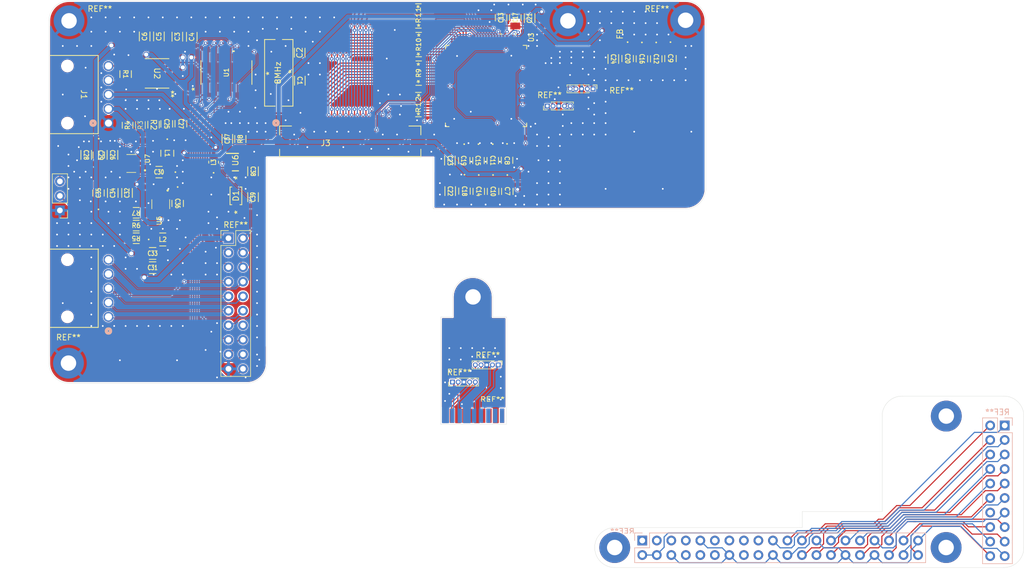
<source format=kicad_pcb>
(kicad_pcb (version 20240108) (generator "pcbnew") (generator_version "8.0")
  (layers (0 "F.Cu" signal) (31 "B.Cu" signal) (34 "B.Paste" user) (35 "F.Paste" user) (36 "B.SilkS" user "B.Silkscreen") (37 "F.SilkS" user "F.Silkscreen") (38 "B.Mask" user) (39 "F.Mask" user) (44 "Edge.Cuts" user))
  (net 0 "")
  (net 1 "D1+5V")
  (net 2 "D1GND")
  (net 3 "D1PWRON_D")
  (net 4 "D1_Raspberry_PI_(TX_interupt_active_low)")
  (net 5 "D1_Raspberry_PI_(interupt_active_low)")
  (net 6 "D1_Raspberry_PI_(clock_output)")
  (net 7 "D1_Raspberry_PI_(RX_interupt_active_low)")
  (net 8 "D1_Dev_pin")
  (net 9 "D1_BTN0")
  (net 10 "D1_BTN1")
  (net 11 "D1_BTN2")
  (net 12 "D1_BTN3")
  (net 13 "D1_BTN4")
  (net 14 "D1_PWM")
  (net 15 "D1_Raspberry_PI_(SPI_Input)")
  (net 16 "D1_Raspberry_PI_(chip_select)")
  (net 17 "D1_PWRON")
  (net 18 "D1_Raspberry_PI_(SPI_output)")
  (net 19 "D1_Raspberry_PI_(SPI_clock_input)")
  (footprint "" (layer "F.Cu") (at 175.31 95.9)
    (property "Reference" "")
    (property "Value" "")
  )
  (footprint "CustomLibrary:CAP_1206_B_WAL" (layer "F.Cu") (at 123.6668 79.5322 -90)
    (property "Reference" "C36")
    (property "Value" "0.1uF")
  )
  (footprint "Connector_PinHeader_2.54mm:PinHeader_2x10_P2.54mm_Vertical" (layer "F.Cu") (at 132.56 85.62)
    (property "Reference" "REF**")
    (property "Value" "PinHeader_2x10_P2.54mm_Vertical" (hide yes))
  )
  (footprint "CustomLibrary:CL1206_SAM" (layer "F.Cu") (at 119.2868 90.78)
    (property "Reference" "C31")
    (property "Value" "22uF")
  )
  (footprint "CustomLibrary:CAP_CL31_SAM" (layer "F.Cu") (at 136.86 73.907801 -90)
    (property "Reference" "C38")
    (property "Value" "220nF")
  )
  (footprint "CustomLibrary:CAP_CL31_SAM" (layer "F.Cu") (at 117.89 50.31 90)
    (property "Reference" "C6")
    (property "Value" "10nF")
  )
  (footprint "CustomLibrary:CAP_1206_B_WAL" (layer "F.Cu") (at 173.81 72.0322 -90)
    (property "Reference" "C19")
    (property "Value" "0.1uF")
  )
  (footprint "CustomLibrary:CAP_CL31_SAM" (layer "F.Cu") (at 123.612199 50.354398 90)
    (property "Reference" "C3")
    (property "Value" "10uF")
  )
  (footprint "CustomLibrary:FERRITE_0603_1P6XP8_MUR" (layer "F.Cu") (at 184.56 76.28 90)
    (property "Reference" "FB1" (hide yes))
    (property "Value" "BLM18RK601SN1D" (hide yes))
  )
  (footprint "CustomLibrary:CAP_1206_B_WAL" (layer "F.Cu") (at 202.4122 54.18 -90)
    (property "Reference" "C20")
    (property "Value" "0.1uF")
  )
  (footprint "CustomLibrary:CAP_1206_B_WAL" (layer "F.Cu") (at 176.31 72.0322 -90)
    (property "Reference" "C15")
    (property "Value" "0.1uF")
  )
  (footprint "CustomLibrary:CAP_CL31_SAM" (layer "F.Cu") (at 136.86 78.435602 90)
    (property "Reference" "C39")
    (property "Value" "4.7uF")
  )
  (footprint "CustomLibrary:CAP_1206_B_WAL" (layer "F.Cu") (at 181.31 71.98 -90)
    (property "Reference" "C8")
    (property "Value" "0.1uF")
  )
  (footprint "MountingHole:MountingHole_2.7mm_M2.5_Pad" (layer "F.Cu") (at 212.56 47.48)
    (property "Reference" "REF**")
    (property "Value" "MountingHole_2.7mm_M2.5_Pad")
  )
  (footprint "CustomLibrary:CL1206_SAM" (layer "F.Cu") (at 124.2332 65.58 -90)
    (property "Reference" "C27")
    (property "Value" "22uF")
  )
  (footprint "CustomLibrary:CAP_CL31_SAM" (layer "F.Cu") (at 112.31 77.702199 90)
    (property "Reference" "C34")
    (property "Value" "10uF")
  )
  (footprint "CustomLibrary:CAP_1206_B_WAL" (layer "F.Cu") (at 178.86 77.4278 -90)
    (property "Reference" "C10")
    (property "Value" "0.1uF")
  )
  (footprint "CustomLibrary:RES_YC248_4X1P6_YAG" (layer "F.Cu") (at 165.8448 51.730001 180)
    (property "Reference" "R10")
    (property "Value" "YC248-JR-07330RL" (hide yes))
  )
  (footprint "CustomLibrary:CAP_1206_B_WAL" (layer "F.Cu") (at 173.86 77.3756 -90)
    (property "Reference" "C18")
    (property "Value" "0.1uF")
  )
  (footprint "MountingHole:MountingHole_2.7mm_M2.5_Pad" (layer "F.Cu") (at 104.56 107.48)
    (property "Reference" "REF**")
    (property "Value" "MountingHole_2.7mm_M2.5_Pad")
  )
  (footprint "Connector_PinHeader_1.00mm:PinHeader_1x05_P1.00mm_Vertical" (layer "F.Cu") (at 188.36 62.48 90)
    (property "Reference" "REF**")
    (property "Value" "PinHeader_1x05_P1.00mm_Vertical")
  )
  (footprint "CustomLibrary:RES_YC248_4X1P6_YAG" (layer "F.Cu") (at 165.7948 46.730001 180)
    (property "Reference" "R11")
    (property "Value" "YC248-JR-07330RL" (hide yes))
  )
  (footprint "CustomLibrary:CAP_1206_B_WAL" (layer "F.Cu") (at 109.86 71.0721 -90)
    (property "Reference" "C29")
    (property "Value" "0.1uF")
  )
  (footprint "CustomLibrary:CAP_CL31_SAM" (layer "F.Cu") (at 126.14 50.382199 90)
    (property "Reference" "C4")
    (property "Value" "10nF")
  )
  (footprint "CustomLibrary:SOIC8_4P9X3P9MC_MCH" (layer "F.Cu") (at 120.06 56.78 180)
    (property "Reference" "U2")
    (property "Value" "MCP2542FD-E/SN")
  )
  (footprint "CustomLibrary:CAP_CL31_SAM" (layer "F.Cu") (at 185.26 47.112201 90)
    (property "Reference" "C21")
    (property "Value" "10uF")
  )
  (footprint "CustomLibrary:CONN_SD-105313-100_05_MOL" (layer "F.Cu") (at 111.56 99.38 -90)
    (property "Reference" "J2" (hide yes))
    (property "Value" "1053131105" (hide yes))
  )
  (footprint "CustomLibrary:IND_TAIYO_LB3218_TAY" (layer "F.Cu") (at 121.06 85.84)
    (property "Reference" "L2")
    (property "Value" "4.7uH")
  )
  (footprint "Connector_PinHeader_1.00mm:PinHeader_1x05_P1.00mm_Vertical" (layer "F.Cu") (at 179.76 107.79 -90)
    (property "Reference" "REF**")
    (property "Value" "PinHeader_1x05_P1.00mm_Vertical")
  )
  (footprint "CustomLibrary:RC1206N_YAG" (layer "F.Cu") (at 114.9 65.849 90)
    (property "Reference" "R4")
    (property "Value" "4.7k")
  )
  (footprint "CustomLibrary:CAP_CL31_SAM" (layer "F.Cu") (at 112.26 71.0419 -90)
    (property "Reference" "C26")
    (property "Value" "10uF")
  )
  (footprint "CustomLibrary:CAP_CL31_SAM" (layer "F.Cu") (at 132.36 68.235602 90)
    (property "Reference" "C37")
    (property "Value" "4.7uF")
  )
  (footprint "CustomLibrary:DBV0006A_L" (layer "F.Cu") (at 133.76 72.307801)
    (property "Reference" "U6")
    (property "Value" "TPS61165DBV")
  )
  (footprint "Connector_PinHeader_1.00mm:PinHeader_1x05_P1.00mm_Vertical" (layer "F.Cu") (at 171.76 110.79 90)
    (property "Reference" "REF**")
    (property "Value" "PinHeader_1x05_P1.00mm_Vertical")
  )
  (footprint "CustomLibrary:SOIC14_150MIL_SL_MCH" (layer "F.Cu") (at 132.2 56.6257 90)
    (property "Reference" "U1")
    (property "Value" "MCP2518FDT-H/SL")
  )
  (footprint "CustomLibrary:FERRITE_0603_1P6XP8_MUR" (layer "F.Cu") (at 187.36 47.790702 -90)
    (property "Reference" "FB4" (hide yes))
    (property "Value" "BLM18RK601SN1D" (hide yes))
  )
  (footprint "CustomLibrary:CAP_1206_B_WAL" (layer "F.Cu") (at 209.9122 54.18 -90)
    (property "Reference" "C9")
    (property "Value" "0.1uF")
  )
  (footprint "CustomLibrary:CONN_SD-105313-100_05_MOL" (layer "F.Cu") (at 111.56 65.48 -90)
    (property "Reference" "J1")
    (property "Value" "1053131105")
  )
  (footprint "CustomLibrary:CAP_1206_B_WAL" (layer "F.Cu") (at 181.36 77.4278 -90)
    (property "Reference" "C7")
    (property "Value" "0.1uF")
  )
  (footprint "CustomLibrary:RC1206N_YAG" (layer "F.Cu") (at 116.4138 85.63 180)
    (property "Reference" "R5")
    (property "Value" "33k")
  )
  (footprint "CustomLibrary:FERRITE_0603_1P6XP8_MUR" (layer "F.Cu") (at 199.56 49.9307 -90)
    (property "Reference" "FB")
    (property "Value" "BLM18RK601SN1D" (hide yes))
  )
  (footprint "CustomLibrary:CAP_CL31_SAM" (layer "F.Cu") (at 120.39 50.31 90)
    (property "Reference" "C5")
    (property "Value" "10uF")
  )
  (footprint "CustomLibrary:CAP_1206_B_WAL" (layer "F.Cu") (at 176.36 77.4278 -90)
    (property "Reference" "C14")
    (property "Value" "0.1uF")
  )
  (footprint "CustomLibrary:RES_YC248_4X1P6_YAG" (layer "F.Cu") (at 165.8448 56.730001 180)
    (property "Reference" "R9")
    (property "Value" "YC248-JR-07330RL" (hide yes))
  )
  (footprint "CustomLibrary:CAP_1206_B_WAL" (layer "F.Cu") (at 178.81 72.0322 -90)
    (property "Reference" "C11")
    (property "Value" "0.1uF")
  )
  (footprint "CustomLibrary:CAP_CL31_SAM" (layer "F.Cu") (at 107.66 71.0419 -90)
    (property "Reference" "C28")
    (property "Value" "10uF")
  )
  (footprint "CustomLibrary:RESC3115X65N" (layer "F.Cu") (at 117.15 65.8252 90)
    (property "Reference" "R3")
    (property "Value" "470")
  )
  (footprint "Connector_Video:Mini HDMI breakout" (layer "F.Cu") (at 175.44 120.28)
    (property "Reference" "REF**")
    (property "Value" "MULTICOMP_60S019P-301N-B1-FEC")
  )
  (footprint "CustomLibrary:CAP_CL31_SAM" (layer "F.Cu") (at 114.81 77.702199 90)
    (property "Reference" "C32")
    (property "Value" "10uF")
  )
  (footprint "CustomLibrary:CAP_CL31_SAM" (layer "F.Cu") (at 171.36 77.3756 -90)
    (property "Reference" "C22")
    (property "Value" "10uF")
  )
  (footprint "CustomLibrary:CAP_1206_B_WAL" (layer "F.Cu") (at 120.4036 74.0532 180)
    (property "Reference" "C30")
    (property "Value" "0.1uF")
  )
  (footprint "CustomLibrary:ABLS-8.000MHZ-B2-T_ABR" (layer "F.Cu") (at 141.36 56.6842 90)
    (property "Reference" "8MHz")
    (property "Value" "8MHz")
  )
  (footprint "CustomLibrary:STA_RMCF1206_STP" (layer "F.Cu") (at 114.56 56.9024 -90)
    (property "Reference" "R1")
    (property "Value" "120 ohm")
  )
  (footprint "CustomLibrary:CAP_1206_B_WAL" (layer "F.Cu") (at 204.9122 54.2322 -90)
    (property "Reference" "C16")
    (property "Value" "0.1uF")
  )
  (footprint "CustomLibrary:CONN40_CF3140_CVI" (layer "F.Cu") (at 153.865855 68.6562)
    (property "Reference" "J3")
    (property "Value" "Conn_01x40_Socket")
  )
  (footprint "CustomLibrary:SOT95P280X110-6N" (layer "F.Cu") (at 115.5514 72.5419 180)
    (property "Reference" "U7")
    (property "Value" "TPS562201" (hide yes))
  )
  (footprint "CustomLibrary:CAP_CL31_SAM" (layer "F.Cu") (at 171.31 72.0322 -90)
    (property "Reference" "C23")
    (property "Value" "10uF")
  )
  (footprint "CustomLibrary:RES_YC248_4X1P6_YAG" (layer "F.Cu") (at 165.7948 62.230001 180)
    (property "Reference" "R12")
    (property "Value" "YC248-JR-07330RL" (hide yes))
  )
  (footprint "CustomLibrary:IND_TAIYO_LB3218_TAY" (layer "F.Cu") (at 121.8514 70.7532 -90)
    (property "Reference" "L1")
    (property "Value" "3.3uH")
  )
  (footprint "CustomLibrary:STA_RMCF1206_STP" (layer "F.Cu") (at 119.45 65.7476 -90)
    (property "Reference" "R2")
    (property "Value" "15k")
  )
  (footprint "CustomLibrary:RC1206N_YAG" (layer "F.Cu") (at 116.4108 81.17 180)
    (property "Reference" "R7")
    (property "Value" "6.8k")
  )
  (footprint "CustomLibrary:RC1206N_YAG" (layer "F.Cu") (at 116.4138 83.41)
    (property "Reference" "R6")
    (property "Value" "4.7k")
  )
  (footprint "CustomLibrary:FERRITE_0603_1P6XP8_MUR" (layer "F.Cu") (at 184.61 71.23 90)
    (property "Reference" "FB2" (hide yes))
    (property "Value" "BLM18RK601SN1D" (hide yes))
  )
  (footprint "CustomLibrary:CL1206_SAM" (layer "F.Cu") (at 119.2868 88.28)
    (property "Reference" "C33")
    (property "Value" "22uF")
  )
  (footprint "" (layer "F.Cu") (at 191.96 47.58)
    (property "Reference" "")
    (property "Value" "")
  )
  (footprint "CustomLibrary:CAP_1206_B_WAL" (layer "F.Cu") (at 180.26 47.0322 90)
    (property "Reference" "C13")
    (property "Value" "0.1uF")
  )
  (footprint "CustomLibrary:CL1206_SAM" (layer "F.Cu") (at 121.76 65.6068 -90)
    (property "Reference" "C25")
    (property "Value" "22uF")
  )
  (footprint "CustomLibrary:IND_TAIYO_LBR2012_TAY" (layer "F.Cu") (at 129.96 72.307801 90)
    (property "Reference" "L3")
    (property "Value" "10uH")
  )
  (footprint "CustomLibrary:SOT95P280X110-6N" (layer "F.Cu") (at 120.7098 79.665 -90)
    (property "Reference" "U5")
    (property "Value" "TPS562201")
  )
  (footprint "CustomLibrary:CAP_1206_B_WAL" (layer "F.Cu") (at 207.4122 54.2322 -90)
    (property "Reference" "C12")
    (property "Value" "0.1uF")
  )
  (footprint "CustomLibrary:CAP_CL31_SAM" (layer "F.Cu") (at 145.02 53.16 90)
    (property "Reference" "C2")
    (property "Value" "22pF")
  )
  (footprint "CustomLibrary:CAP_1206_B_WAL" (layer "F.Cu") (at 182.76 47.0322 90)
    (property "Reference" "C17")
    (property "Value" "0.1uF")
  )
  (footprint "CustomLibrary:CAP_CL31_SAM" (layer "F.Cu") (at 199.9122 54.260001 -90)
    (property "Reference" "C24")
    (property "Value" "10uF")
  )
  (footprint "CustomLibrary:CAP_CL31_SAM" (layer "F.Cu") (at 145.05 58.06 -90)
    (property "Reference" "C1")
    (property "Value" "22pF")
  )
  (footprint "CustomLibrary:SOD-123_ONS" (layer "F.Cu") (at 133.86 78.207801 90)
    (property "Reference" "D1")
    (property "Value" "MBR0540")
  )
  (footprint "CustomLibrary:QFP50P1600X1600X120-101N" (layer "F.Cu") (at 177.6384 58.98 -90)
    (property "Reference" "U3")
    (property "Value" "~" (hide yes))
  )
  (footprint "MountingHole:MountingHole_2.7mm_M2.5_Pad" (layer "F.Cu") (at 104.66 47.58)
    (property "Reference" "REF**")
    (property "Value" "MountingHole_2.7mm_M2.5_Pad")
  )
  (footprint "Connector_PinHeader_1.00mm:PinHeader_1x05_P1.00mm_Vertical" (layer "F.Cu") (at 196.36 59.48 -90)
    (property "Reference" "REF**")
    (property "Value" "PinHeader_1x05_P1.00mm_Vertical")
  )
  (footprint "CustomLibrary:RES_CSRT1206FT5R00_STP" (layer "F.Cu") (at 134.634999 68.257799 90)
    (property "Reference" "R8")
    (property "Value" "5Ω")
  )
  (footprint "CustomLibrary:CAP_1206_B_WAL" (layer "F.Cu") (at 109.81 77.702199 90)
    (property "Reference" "C35")
    (property "Value" "0.1uF")
  )
  (footprint "Connector_PinHeader_2.54mm:PinHeader_1x03_P2.54mm_Vertical" (layer "F.Cu") (at 103.06 80.755 180)
    (property "Reference" "REF**" (hide yes))
    (property "Value" "PinHeader_1x03_P2.54mm_Vertical")
  )
  (footprint "Connector_PinHeader_2.54mm:PinHeader_2x20_P2.54mm_Vertical" (layer "B.Cu") (at 204.9749 138.525 -90)
    (property "Reference" "REF**")
    (property "Value" "PinHeader_2x20_P2.54mm_Vertical")
  )
  (footprint "Connector_PinHeader_2.54mm:PinHeader_2x10_P2.54mm_Vertical" (layer "B.Cu") (at 268.4 118.39 180)
    (property "Reference" "REF**")
    (property "Value" "PinHeader_2x10_P2.54mm_Vertical")
  )
  (footprint "" (layer "B.Cu") (at 258.149874 139.75 180)
    (property "Reference" "")
    (property "Value" "")
  )
  (footprint "" (layer "B.Cu") (at 200.149874 139.75 180)
    (property "Reference" "")
    (property "Value" "")
  )
  (footprint "" (layer "B.Cu") (at 258.174874 116.75 180)
    (property "Reference" "")
    (property "Value" "")
  )
  (gr_poly (pts (xy 170.76 68.08) (xy 170.76 68.58) (xy 170.56 68.78) (xy 170.56 67.88)) (stroke (width 0.2)) (fill solid) (layer "F.Cu"))
  (gr_poly (pts (xy 141.825279 63.770051) (xy 140.875279 63.770051) (xy 141.36 63.340051)) (stroke (width 0.2)) (fill solid) (layer "F.Cu"))
  (gr_poly (pts (xy 170.86 68.48) (xy 171.16 68.18) (xy 170.86 68.18)) (stroke (width 0.2)) (fill solid) (layer "F.Cu"))
  (gr_poly (pts (xy 140.91 49.63) (xy 141.86 49.63) (xy 141.36 50.08)) (stroke (width 0.2)) (fill solid) (layer "F.Cu"))
  (gr_poly (pts (xy 181.31 47.605) (xy 181.91 47.08) (xy 180.46 47.105) (xy 180.76 47.105)) (stroke (width 0.2)) (fill solid) (layer "B.Cu"))
  (gr_poly (pts (xy 181.71 74.38) (xy 182.81 75.58) (xy 183.41 75.58) (xy 183.46 73.98)) (stroke (width 0.2)) (fill solid) (layer "B.Cu"))
  (gr_poly (pts (xy 183.31 60.98) (xy 183.31 61.98) (xy 183.06 61.98) (xy 183.06 60.98)) (stroke (width 0.2)) (fill solid) (layer "B.Cu"))
  (gr_poly (pts (xy 172.31 58.48) (xy 171.81 58.98) (xy 172.31 59.48)) (stroke (width 0.2)) (fill solid) (layer "B.Cu"))
  (gr_poly (pts (xy 183.06 62.48) (xy 183.56 61.98) (xy 183.06 61.48)) (stroke (width 0.2)) (fill solid) (layer "B.Cu"))
  (gr_poly (pts (xy 184.01 47.48) (xy 183.61 47.13) (xy 184.41 47.13)) (stroke (width 0.2)) (fill solid) (layer "B.Cu"))
  (gr_poly (pts (xy 117.36 75.58) (xy 116.66 76.18) (xy 117.46 76.98) (xy 117.46 75.48)) (stroke (width 0.2)) (fill solid) (layer "B.Cu"))
  (gr_poly (pts (xy 183.06 59.48) (xy 183.56 58.98) (xy 183.06 58.48)) (stroke (width 0.2)) (fill solid) (layer "B.Cu"))
  (gr_poly (pts (xy 140.06 68.73) (xy 141.31 67.48) (xy 142.56 68.73)) (stroke (width 0.2)) (fill solid) (layer "B.Cu"))
  (gr_poly (pts (xy 144.36 68.88) (xy 145.61 67.63) (xy 146.86 68.88)) (stroke (width 0.2)) (fill solid) (layer "B.Cu"))
  (gr_poly (pts (xy 186.06 46.38) (xy 186.06 47.28) (xy 185.635 46.83)) (stroke (width 0.2)) (fill solid) (layer "B.Cu"))
  (gr_poly (pts (xy 132.06 68.98) (xy 132.06 69.73) (xy 132.81 68.98)) (stroke (width 0.2)) (fill solid) (layer "B.Cu"))
  (gr_poly (pts (xy 123.56 58.38) (xy 125.06 59.98) (xy 125.06 58.38)) (stroke (width 0.2)) (fill solid) (layer "B.Cu"))
  (gr_poly (pts (xy 183.06 61.48) (xy 183.56 60.98) (xy 183.06 60.48)) (stroke (width 0.2)) (fill solid) (layer "B.Cu"))
  (gr_line (start 232.949874 136.25) (end 200.149874 136.25) (stroke (width 0.05)) (layer "Edge.Cuts"))
  (gr_line (start 178.81 95.9) (end 178.81 99.41) (stroke (width 0.05)) (layer "Edge.Cuts"))
  (gr_arc (start 171.81 95.9) (mid 175.31 92.4) (end 178.81 95.9) (stroke (width 0.05)) (layer "Edge.Cuts"))
  (gr_line (start 181.21 118.19) (end 169.71 118.19) (stroke (width 0.05)) (layer "Edge.Cuts"))
  (gr_arc (start 271.749874 139.75) (mid 270.724748 142.224874) (end 268.249874 143.25) (stroke (width 0.05)) (layer "Edge.Cuts"))
  (gr_line (start 246.949874 133.45) (end 246.949874 116.75) (stroke (width 0.05)) (layer "Edge.Cuts"))
  (gr_line (start 104.66 44.08) (end 212.56 44.08) (stroke (width 0.05)) (layer "Edge.Cuts"))
  (gr_arc (start 139.26 107.48) (mid 138.234874 109.954874) (end 135.76 110.98) (stroke (width 0.05)) (layer "Edge.Cuts"))
  (gr_arc (start 196.649874 139.75) (mid 197.675 137.275126) (end 200.149874 136.25) (stroke (width 0.05)) (layer "Edge.Cuts"))
  (gr_line (start 135.76 110.98) (end 104.66 110.98) (stroke (width 0.05)) (layer "Edge.Cuts"))
  (gr_line (start 169.71 118.19) (end 169.72 99.41) (stroke (width 0.05)) (layer "Edge.Cuts"))
  (gr_arc (start 216.06 76.98) (mid 215.034874 79.454874) (end 212.56 80.48) (stroke (width 0.05)) (layer "Edge.Cuts"))
  (gr_line (start 268.249874 143.25) (end 200.149874 143.25) (stroke (width 0.05)) (layer "Edge.Cuts"))
  (gr_line (start 216.06 47.58) (end 216.06 76.98) (stroke (width 0.05)) (layer "Edge.Cuts"))
  (gr_line (start 101.16 107.48) (end 101.16 47.58) (stroke (width 0.05)) (layer "Edge.Cuts"))
  (gr_line (start 168.42 71.48) (end 168.42 80.48) (stroke (width 0.05)) (layer "Edge.Cuts"))
  (gr_arc (start 268.249874 113.25) (mid 270.724748 114.275126) (end 271.749874 116.75) (stroke (width 0.05)) (layer "Edge.Cuts"))
  (gr_line (start 271.749874 139.75) (end 271.749874 116.75) (stroke (width 0.05)) (layer "Edge.Cuts"))
  (gr_line (start 139.27 71.48) (end 168.42 71.48) (stroke (width 0.05)) (layer "Edge.Cuts"))
  (gr_arc (start 212.56 44.08) (mid 215.034874 45.105126) (end 216.06 47.58) (stroke (width 0.05)) (layer "Edge.Cuts"))
  (gr_line (start 232.949874 133.45) (end 246.949874 133.45) (stroke (width 0.05)) (layer "Edge.Cuts"))
  (gr_arc (start 101.16 47.58) (mid 102.185126 45.105126) (end 104.66 44.08) (stroke (width 0.05)) (layer "Edge.Cuts"))
  (gr_arc (start 104.66 110.98) (mid 102.185126 109.954874) (end 101.16 107.48) (stroke (width 0.05)) (layer "Edge.Cuts"))
  (gr_line (start 171.81 95.9) (end 171.81 99.41) (stroke (width 0.05)) (layer "Edge.Cuts"))
  (gr_line (start 139.26 107.48) (end 139.27 71.48) (stroke (width 0.05)) (layer "Edge.Cuts"))
  (gr_line (start 232.949874 136.25) (end 232.949874 133.45) (stroke (width 0.05)) (layer "Edge.Cuts"))
  (gr_line (start 181.21 118.19) (end 181.22 99.41) (stroke (width 0.05)) (layer "Edge.Cuts"))
  (gr_arc (start 200.149874 143.25) (mid 197.675 142.224874) (end 196.649874 139.75) (stroke (width 0.05)) (layer "Edge.Cuts"))
  (gr_line (start 212.56 80.48) (end 168.42 80.48) (stroke (width 0.05)) (layer "Edge.Cuts"))
  (gr_line (start 178.81 99.41) (end 181.22 99.41) (stroke (width 0.05)) (layer "Edge.Cuts"))
  (gr_line (start 250.449874 113.25) (end 268.249874 113.25) (stroke (width 0.05)) (layer "Edge.Cuts"))
  (gr_arc (start 246.949874 116.75) (mid 247.975 114.275126) (end 250.449874 113.25) (stroke (width 0.05)) (layer "Edge.Cuts"))
  (gr_line (start 169.72 99.41) (end 171.81 99.41) (stroke (width 0.05)) (layer "Edge.Cuts"))
  (segment (start 183.16 51.2368) (end 183.1384 51.2584) (width 0.2) (layer "F.Cu") (net 0))
  (segment (start 154.365792 53.48) (end 153.615792 54.23) (width 0.2) (layer "F.Cu") (net 0))
  (segment (start 156.685 46.48) (end 164.829599 46.48) (width 0.2) (layer "F.Cu") (net 0))
  (segment (start 164.8796 51.480001) (end 153.159999 51.480001) (width 0.2) (layer "F.Cu") (net 0))
  (segment (start 186.535 56.305) (end 186.36 56.48) (width 0.2) (layer "F.Cu") (net 0))
  (segment (start 118.0208 85.84) (end 117.8108 85.63) (width 0.2) (layer "F.Cu") (net 0))
  (segment (start 193.1217 59.2417) (end 193.215 59.335) (width 0.2) (layer "F.Cu") (net 0))
  (segment (start 190.76 61.18) (end 193.46 61.18) (width 0.2) (layer "F.Cu") (net 0))
  (segment (start 128.39 60.15) (end 127.56 60.98) (width 0.2) (layer "F.Cu") (net 0))
  (segment (start 172.71 114) (end 172.71 110.84) (width 0.2) (layer "F.Cu") (net 0))
  (segment (start 126.86 101.03) (end 130.56 104.73) (width 0.2) (layer "F.Cu") (net 0))
  (segment (start 186.744 57.396) (end 186.744 57.354) (width 0.2) (layer "F.Cu") (net 0))
  (segment (start 117.8108 85.63) (end 117.8108 88.2772) (width 1.1684) (layer "F.Cu") (net 0))
  (segment (start 192.16 61.68) (end 191.36 62.48) (width 0.2) (layer "F.Cu") (net 0))
  (segment (start 138.06 79.48) (end 138.06 70.98) (width 0.2) (layer "F.Cu") (net 0))
  (segment (start 151.615288 53.024712) (end 151.615288 54.23) (width 0.2) (layer "F.Cu") (net 0))
  (segment (start 189.36 62.18) (end 188.71 61.53) (width 0.2) (layer "F.Cu") (net 0))
  (segment (start 118.0578 80.92) (end 117.8078 81.17) (width 0.2) (layer "F.Cu") (net 0))
  (segment (start 194.46 61.48) (end 194.46 64.28) (width 0.2) (layer "F.Cu") (net 0))
  (segment (start 136.01 53.28) (end 136.01 53.9714) (width 0.2) (layer "F.Cu") (net 0))
  (segment (start 170.01 48.78) (end 168.309999 50.480001) (width 0.2) (layer "F.Cu") (net 0))
  (segment (start 187.46 52.68) (end 187.46 48.78) (width 0.2) (layer "F.Cu") (net 0))
  (segment (start 187.632145 63.652145) (end 187.554364 63.574364) (width 0.2) (layer "F.Cu") (net 0))
  (segment (start 164.8296 44.980002) (end 156.059998 44.980002) (width 0.2) (layer "F.Cu") (net 0))
  (segment (start 187.46 48.640002) (end 187.36 48.540002) (width 0.2) (layer "F.Cu") (net 0))
  (segment (start 138.46 71.08) (end 138.46 82.28) (width 0.2) (layer "F.Cu") (net 0))
  (segment (start 124.145 56.145) (end 124.56 55.73) (width 0.5588) (layer "F.Cu") (net 0))
  (segment (start 116.8064 72.5419) (end 116.8564 72.4919) (width 0.2) (layer "F.Cu") (net 0))
  (segment (start 185.26 48.640002) (end 182.920002 48.640002) (width 0.2) (layer "F.Cu") (net 0))
  (segment (start 164.8296 63.98) (end 164.56 63.98) (width 0.2) (layer "F.Cu") (net 0))
  (segment (start 199.56 50.68) (end 199.56 52.38) (width 0.2) (layer "F.Cu") (net 0))
  (segment (start 116.8564 72.4919) (end 117.8514 72.4919) (width 0.2) (layer "F.Cu") (net 0))
  (segment (start 179.6384 50.0584) (end 179.6384 51.2584) (width 0.2) (layer "F.Cu") (net 0))
  (segment (start 153.115666 53.48) (end 153.115666 53.224334) (width 0.2) (layer "F.Cu") (net 0))
  (segment (start 112.06 51.88) (end 112.16 51.78) (width 0.75) (layer "F.Cu") (net 0))
  (segment (start 184.61 72.63) (end 184.61 71.9793) (width 0.75) (layer "F.Cu") (net 0))
  (segment (start 168.659999 46.980001) (end 166.76 46.980001) (width 0.2) (layer "F.Cu") (net 0))
  (segment (start 204.9122 52.7844) (end 202.4644 52.7844) (width 0.2) (layer "F.Cu") (net 0))
  (segment (start 186.96 61.88) (end 186.96 62.28) (width 0.2) (layer "F.Cu") (net 0))
  (segment (start 141.36 61.18) (end 141.36 63.72) (width 0.2) (layer "F.Cu") (net 0))
  (segment (start 148.114406 61.925594) (end 148.114406 65.4431) (width 0.2) (layer "F.Cu") (net 0))
  (segment (start 166.760001 61.98) (end 166.76 61.980001) (width 0.2) (layer "F.Cu") (net 0))
  (segment (start 188.34 58.75) (end 188.46 58.75) (width 0.2) (layer "F.Cu") (net 0))
  (segment (start 185.96 68.68) (end 185.96 75.08) (width 0.2) (layer "F.Cu") (net 0))
  (segment (start 186.96 63.63) (end 186.31 62.98) (width 0.2) (layer "F.Cu") (net 0))
  (segment (start 150.11491 65.4431) (end 150.11491 64.03491) (width 0.2) (layer "F.Cu") (net 0))
  (segment (start 119.7598 80.92) (end 118.0578 80.92) (width 0.2) (layer "F.Cu") (net 0))
  (segment (start 164.8796 56.480001) (end 152.809999 56.480001) (width 0.2) (layer "F.Cu") (net 0))
  (segment (start 168.6642 54.4842) (end 169.9168 54.4842) (width 0.2) (layer "F.Cu") (net 0))
  (segment (start 135.66 61.48) (end 136.96 61.48) (width 0.2) (layer "F.Cu") (net 0))
  (segment (start 192.785 56.305) (end 186.535 56.305) (width 0.2) (layer "F.Cu") (net 0))
  (segment (start 172.51 49.18) (end 170.36 49.18) (width 0.2) (layer "F.Cu") (net 0))
  (segment (start 153.81 58.48) (end 149.614784 62.675216) (width 0.2) (layer "F.Cu") (net 0))
  (segment (start 103.06 71.18) (end 103.06 75.675) (width 0.2) (layer "F.Cu") (net 0))
  (segment (start 128.46 66.78) (end 128.46 78.88) (width 0.2) (layer "F.Cu") (net 0))
  (segment (start 174.06 45.48) (end 166.760001 45.48) (width 0.2) (layer "F.Cu") (net 0))
  (segment (start 184.06 62.18) (end 184.06 61.98) (width 0.2) (layer "F.Cu") (net 0))
  (segment (start 126.86 63.23) (end 126.86 101.03) (width 0.2) (layer "F.Cu") (net 0))
  (segment (start 145.05 61.71) (end 142.99 63.77) (width 0.2) (layer "F.Cu") (net 0))
  (segment (start 184.06 60.78) (end 184.26 60.98) (width 0.2) (layer "F.Cu") (net 0))
  (segment (start 132.2 59.28) (end 132.26 59.34) (width 0.2) (layer "F.Cu") (net 0))
  (segment (start 166.8128 55.9828) (end 166.81 55.98) (width 0.2) (layer "F.Cu") (net 0))
  (segment (start 192.08084 57.940625) (end 192.110537 57.910925) (width 0.2) (layer "F.Cu") (net 0))
  (segment (start 116.56 76.174398) (end 117.524198 76.174398) (width 0.59) (layer "F.Cu") (net 0))
  (segment (start 184.66 66.08) (end 184.66 67.38) (width 0.2) (layer "F.Cu") (net 0))
  (segment (start 130.06 51.48) (end 130.46 51.48) (width 0.2) (layer "F.Cu") (net 0))
  (segment (start 169.9168 63.4758) (end 166.764201 63.4758) (width 0.2) (layer "F.Cu") (net 0))
  (segment (start 114.2964 73.4919) (end 114.2964 74.1369) (width 0.2) (layer "F.Cu") (net 0))
  (segment (start 193.0628 55.9828) (end 196.36 59.28) (width 0.2) (layer "F.Cu") (net 0))
  (segment (start 122.5238 56.145) (end 124.145 56.145) (width 0.5588) (layer "F.Cu") (net 0))
  (segment (start 188.7 58.51) (end 188.7 58.22) (width 0.2) (layer "F.Cu") (net 0))
  (segment (start 157.6168 65.4431) (end 157.6168 63.0368) (width 0.2) (layer "F.Cu") (net 0))
  (segment (start 110.86 95.63) (end 107.51 92.28) (width 0.2) (layer "F.Cu") (net 0))
  (segment (start 114.9 67.246) (end 114.36 67.786) (width 0.2) (layer "F.Cu") (net 0))
  (segment (start 121.76 69.38545) (end 121.76 67.08) (width 0.75) (layer "F.Cu") (net 0))
  (segment (start 152.059998 54.980002) (end 146.113902 60.926098) (width 0.2) (layer "F.Cu") (net 0))
  (segment (start 185.36 55.48) (end 184.31 55.48) (width 0.2) (layer "F.Cu") (net 0))
  (segment (start 163.76 66.48) (end 159.86 66.48) (width 0.2) (layer "F.Cu") (net 0))
  (segment (start 153.309998 57.480002) (end 148.614532 62.175468) (width 0.2) (layer "F.Cu") (net 0))
  (segment (start 188.219045 64.932009) (end 188.409962 64.741089) (width 0.2) (layer "F.Cu") (net 0))
  (segment (start 160.51 59.48) (end 169.9168 59.48) (width 0.2) (layer "F.Cu") (net 0))
  (segment (start 133.6 109.98) (end 135.1 108.48) (width 0.2) (layer "F.Cu") (net 0))
  (segment (start 177.1304 51.2584) (end 177.1304 50.0504) (width 0.2) (layer "F.Cu") (net 0))
  (segment (start 115.0168 83.41) (end 115.0168 85.63) (width 0.2) (layer "F.Cu") (net 0))
  (segment (start 112.16 51.78) (end 120.332199 51.78) (width 0.75) (layer "F.Cu") (net 0))
  (segment (start 172.6346 50.0546) (end 172.16 49.58) (width 0.2) (layer "F.Cu") (net 0))
  (segment (start 173.6384 51.2584) (end 173.6384 49.5584) (width 0.2) (layer "F.Cu") (net 0))
  (segment (start 171.309998 52.480002) (end 171.6384 52.1516) (width 0.2) (layer "F.Cu") (net 0))
  (segment (start 189.76 64.48) (end 189.76 65.08) (width 0.2) (layer "F.Cu") (net 0))
  (segment (start 184.56 68.98) (end 184.56 70.4307) (width 0.2) (layer "F.Cu") (net 0))
  (segment (start 190.424 57.396) (end 190.424 57.354) (width 0.2) (layer "F.Cu") (net 0))
  (segment (start 143.46 66.98) (end 140.86 66.98) (width 0.2) (layer "F.Cu") (net 0))
  (segment (start 109.890001 76.174398) (end 109.81 76.254399) (width 0.2) (layer "F.Cu") (net 0))
  (segment (start 189.36 62.48) (end 189.36 62.18) (width 0.2) (layer "F.Cu") (net 0))
  (segment (start 187.441227 64.154191) (end 187.632144 63.963271) (width 0.2) (layer "F.Cu") (net 0))
  (segment (start 141.36 52.1884) (end 141.36 50.38) (width 0.2) (layer "F.Cu") (net 0))
  (segment (start 193.818505 57.338505) (end 193.662942 57.182942) (width 0.2) (layer "F.Cu") (net 0))
  (segment (start 134.634999 69.705599) (end 135.585599 69.705599) (width 0.2) (layer "F.Cu") (net 0))
  (segment (start 153.059999 56.980001) (end 148.114406 61.925594) (width 0.2) (layer "F.Cu") (net 0))
  (segment (start 121.67255 69.298) (end 121.8514 69.47685) (width 0.2) (layer "F.Cu") (net 0))
  (segment (start 168.56 46.48) (end 166.760001 46.48) (width 0.2) (layer "F.Cu") (net 0))
  (segment (start 183.56 64.98) (end 184.66 66.08) (width 0.2) (layer "F.Cu") (net 0))
  (segment (start 114.2964 72.5419) (end 111.933601 72.5419) (width 0.59) (layer "F.Cu") (net 0))
  (segment (start 151.615288 65.4431) (end 151.615288 63.035288) (width 0.2) (layer "F.Cu") (net 0))
  (segment (start 131.26 62.78) (end 131.26 64.68) (width 0.2) (layer "F.Cu") (net 0))
  (segment (start 154.06 46.98) (end 154.06 48.424082) (width 0.2) (layer "F.Cu") (net 0))
  (segment (start 185.26 48.640002) (end 187.26 48.640002) (width 0.2) (layer "F.Cu") (net 0))
  (segment (start 189.688 57.17) (end 189.78 57.17) (width 0.2) (layer "F.Cu") (net 0))
  (segment (start 174.6412 67.5894) (end 174.6412 66.7016) (width 0.2) (layer "F.Cu") (net 0))
  (segment (start 137.06 52.98) (end 136.31 52.98) (width 0.2) (layer "F.Cu") (net 0))
  (segment (start 163.060001 47.980001) (end 163.06 47.98) (width 0.2) (layer "F.Cu") (net 0))
  (segment (start 150.615036 65.4431) (end 150.615036 63.035036) (width 0.2) (layer "F.Cu") (net 0))
  (segment (start 137.576597 79.963403) (end 138.06 79.48) (width 0.2) (layer "F.Cu") (net 0))
  (segment (start 189.636 66.98) (end 189.53 66.98) (width 0.2) (layer "F.Cu") (net 0))
  (segment (start 114.7958 67.2609) (end 117.0743 67.2609) (width 0.2) (layer "F.Cu") (net 0))
  (segment (start 174.11 114.55) (end 174.11 116.41) (width 0.2) (layer "F.Cu") (net 0))
  (segment (start 158.617052 64.172948) (end 160.809999 61.980001) (width 0.2) (layer "F.Cu") (net 0))
  (segment (start 184.56 75.5307) (end 184.5063 75.5844) (width 0.2) (layer "F.Cu") (net 0))
  (segment (start 127.26 98.68) (end 131.98 103.4) (width 0.2) (layer "F.Cu") (net 0))
  (segment (start 127.66 65.78) (end 127.66 85.8) (width 0.2) (layer "F.Cu") (net 0))
  (segment (start 186.96 62.28) (end 187.96 63.28) (width 0.2) (layer "F.Cu") (net 0))
  (segment (start 141.36 50.08) (end 141.36 52.1884) (width 0.2) (layer "F.Cu") (net 0))
  (segment (start 189.228 57.58) (end 189.32 57.58) (width 0.2) (layer "F.Cu") (net 0))
  (segment (start 132.2 52.02) (end 132.2 53.9714) (width 0.2) (layer "F.Cu") (net 0))
  (segment (start 153.115666 53.224334) (end 153.36 52.98) (width 0.2) (layer "F.Cu") (net 0))
  (segment (start 136.96 61.48) (end 138.31 60.13) (width 0.2) (layer "F.Cu") (net 0))
  (segment (start 166.76 63.480001) (end 166.759999 63.48) (width 0.2) (layer "F.Cu") (net 0))
  (segment (start 193.021291 58.561464) (end 193.086344 58.626517) (width 0.2) (layer "F.Cu") (net 0))
  (segment (start 166.810001 51.48) (end 166.81 51.480001) (width 0.2) (layer "F.Cu") (net 0))
  (segment (start 188.046 65.68) (end 187.94 65.68) (width 0.2) (layer "F.Cu") (net 0))
  (segment (start 188.56 63.28) (end 189.76 64.48) (width 0.2) (layer "F.Cu") (net 0))
  (segment (start 186.3586 57.4814) (end 186.36 57.48) (width 0.2) (layer "F.Cu") (net 0))
  (segment (start 123.6668 80.98) (end 121.7198 80.98) (width 0.2) (layer "F.Cu") (net 0))
  (segment (start 141.36 50.08) (end 141.81 49.63) (width 0.2) (layer "F.Cu") (net 0))
  (segment (start 119.45 64.3252) (end 117.19 64.3252) (width 0.2) (layer "F.Cu") (net 0))
  (segment (start 183.26 49.58) (end 183.16 49.68) (width 0.2) (layer "F.Cu") (net 0))
  (segment (start 168.86 46.78) (end 168.659999 46.980001) (width 0.2) (layer "F.Cu") (net 0))
  (segment (start 168.96 47.18) (end 168.659998 47.480002) (width 0.2) (layer "F.Cu") (net 0))
  (segment (start 153.16 51.98) (end 164.879599 51.98) (width 0.2) (layer "F.Cu") (net 0))
  (segment (start 174.11 116.41) (end 173.84 116.68) (width 0.2) (layer "F.Cu") (net 0))
  (segment (start 143.017801 49.63) (end 145.02 51.632199) (width 0.2) (layer "F.Cu") (net 0))
  (segment (start 154.616044 47.173956) (end 156.31 45.48) (width 0.2) (layer "F.Cu") (net 0))
  (segment (start 194.16 64.58) (end 192.96 64.58) (width 0.2) (layer "F.Cu") (net 0))
  (segment (start 146.11 65.439198) (end 146.113902 65.4431) (width 0.2) (layer "F.Cu") (net 0))
  (segment (start 169.9168 55.9828) (end 166.8128 55.9828) (width 0.2) (layer "F.Cu") (net 0))
  (segment (start 184.56 70.4307) (end 184.61 70.4807) (width 0.2) (layer "F.Cu") (net 0))
  (segment (start 130.56 64.68) (end 128.46 66.78) (width 0.2) (layer "F.Cu") (net 0))
  (segment (start 166.81 52.980001) (end 169.911201 52.980001) (width 0.2) (layer "F.Cu") (net 0))
  (segment (start 152.86 49.98) (end 164.879598 49.98) (width 0.2) (layer "F.Cu") (net 0))
  (segment (start 160.11 65.43567) (end 160.11743 65.4431) (width 0.2) (layer "F.Cu") (net 0))
  (segment (start 176.6384 50.0584) (end 173.76 47.18) (width 0.2) (layer "F.Cu") (net 0))
  (segment (start 173.21 48.38) (end 169.66 48.38) (width 0.2) (layer "F.Cu") (net 0))
  (segment (start 152.809999 56.480001) (end 147.61 61.68) (width 0.2) (layer "F.Cu") (net 0))
  (segment (start 116.06 56.08) (end 117.5312 56.08) (width 0.2) (layer "F.Cu") (net 0))
  (segment (start 164.8796 55.480001) (end 152.303749 55.480001) (width 0.2) (layer "F.Cu") (net 0))
  (segment (start 147.114154 61.425846) (end 147.114154 65.4431) (width 0.2) (layer "F.Cu") (net 0))
  (segment (start 142.99 63.77) (end 141.41 63.77) (width 0.2) (layer "F.Cu") (net 0))
  (segment (start 178.629 51.2584) (end 178.629 50.049) (width 0.2) (layer "F.Cu") (net 0))
  (segment (start 192.46 64.08) (end 192.46 62.58) (width 0.2) (layer "F.Cu") (net 0))
  (segment (start 173.6384 49.5584) (end 172.86 48.78) (width 0.2) (layer "F.Cu") (net 0))
  (segment (start 115.36 69.38) (end 121.75455 69.38) (width 0.2) (layer "F.Cu") (net 0))
  (segment (start 189.848 65.892) (end 189.848 66.768) (width 0.2) (layer "F.Cu") (net 0))
  (segment (start 158.116926 65.4431) (end 158.116926 61.873074) (width 0.2) (layer "F.Cu") (net 0))
  (segment (start 132.484999 71.3578) (end 132.484999 69.888402) (width 0.549999) (layer "F.Cu") (net 0))
  (segment (start 151.115162 53.48) (end 151.115162 52.924838) (width 0.2) (layer "F.Cu") (net 0))
  (segment (start 130.109898 73.257799) (end 129.96 73.107901) (width 0.2) (layer "F.Cu") (net 0))
  (segment (start 131.66 51.48) (end 132.2 52.02) (width 0.2) (layer "F.Cu") (net 0))
  (segment (start 185.36 61.9772) (end 184.2628 61.9772) (width 0.2) (layer "F.Cu") (net 0))
  (segment (start 155.616296 47.548704) (end 156.685 46.48) (width 0.2) (layer "F.Cu") (net 0))
  (segment (start 123.81 53.23) (end 121.782199 53.23) (width 0.5588) (layer "F.Cu") (net 0))
  (segment (start 154.616044 49.23) (end 154.616044 47.173956) (width 0.2) (layer "F.Cu") (net 0))
  (segment (start 123.1668 85.68) (end 122.04315 85.68) (width 0.2) (layer "F.Cu") (net 0))
  (segment (start 132.76 61.28) (end 131.26 62.78) (width 0.2) (layer "F.Cu") (net 0))
  (segment (start 128.06 83.66) (end 132.56 88.16) (width 0.2) (layer "F.Cu") (net 0))
  (segment (start 168.06 49.98) (end 166.810002 49.98) (width 0.2) (layer "F.Cu") (net 0))
  (segment (start 131.96 107.18) (end 126.46 101.68) (width 0.2) (layer "F.Cu") (net 0))
  (segment (start 187.31 61.53) (end 186.96 61.88) (width 0.2) (layer "F.Cu") (net 0))
  (segment (start 171.64 116.68) (end 171.64 115.07) (width 0.2) (layer "F.Cu") (net 0))
  (segment (start 188.584 57.396) (end 188.584 57.354) (width 0.2) (layer "F.Cu") (net 0))
  (segment (start 161.26 70.78) (end 139.26 70.78) (width 0.2) (layer "F.Cu") (net 0))
  (segment (start 168.56 54.38) (end 168.6642 54.4842) (width 0.2) (layer "F.Cu") (net 0))
  (segment (start 209.9122 52.7322) (end 207.4644 52.7322) (width 0.2) (layer "F.Cu") (net 0))
  (segment (start 184.66 67.38) (end 185.96 68.68) (width 0.2) (layer "F.Cu") (net 0))
  (segment (start 167.86 65.18) (end 170.86 68.18) (width 0.2) (layer "F.Cu") (net 0))
  (segment (start 130.93 59.28) (end 130.93 60.61) (width 0.2) (layer "F.Cu") (net 0))
  (segment (start 185.36 63.9838) (end 184.0562 63.9838) (width 0.2) (layer "F.Cu") (net 0))
  (segment (start 185.36 53.48) (end 186.66 53.48) (width 0.2) (layer "F.Cu") (net 0))
  (segment (start 172.01 113.9) (end 172.01 111.04) (width 0.2) (layer "F.Cu") (net 0))
  (segment (start 156.56 45.98) (end 164.8296 45.98) (width 0.2) (layer "F.Cu") (net 0))
  (segment (start 172.1266 51.2584) (end 172.1266 50.2966) (width 0.2) (layer "F.Cu") (net 0))
  (segment (start 128.86 67.08) (end 128.86 78.68) (width 0.2) (layer "F.Cu") (net 0))
  (segment (start 138.21 104.73) (end 133.77 104.73) (width 0.2) (layer "F.Cu") (net 0))
  (segment (start 111.56 62.98) (end 112.36 62.98) (width 0.2) (layer "F.Cu") (net 0))
  (segment (start 126.46 101.68) (end 126.46 62.88) (width 0.2) (layer "F.Cu") (net 0))
  (segment (start 186.96 65.28) (end 186.96 63.63) (width 0.2) (layer "F.Cu") (net 0))
  (segment (start 185.36 60.4786) (end 190.0586 60.4786) (width 0.2) (layer "F.Cu") (net 0))
  (segment (start 138.31 50.33) (end 139.01 49.63) (width 0.2) (layer "F.Cu") (net 0))
  (segment (start 152.115414 53.48) (end 152.115414 53.024586) (width 0.2) (layer "F.Cu") (net 0))
  (segment (start 175.76 107.79) (end 175.76 108.5) (width 0.2) (layer "F.Cu") (net 0))
  (segment (start 197.91 49.28) (end 198.0086 49.1814) (width 0.75) (layer "F.Cu") (net 0))
  (segment (start 106.76 67.48) (end 103.06 71.18) (width 0.2) (layer "F.Cu") (net 0))
  (segment (start 114.7514 74.5919) (end 118.4171 74.5919) (width 0.2) (layer "F.Cu") (net 0))
  (segment (start 114.6152 58.38) (end 115.66 58.38) (width 0.2) (layer "F.Cu") (net 0))
  (segment (start 126.06 62.38) (end 126.06 103.98) (width 0.2) (layer "F.Cu") (net 0))
  (segment (start 153.559999 57.980001) (end 149.114658 62.425342) (width 0.2) (layer "F.Cu") (net 0))
  (segment (start 150.11491 52.72509) (end 152.86 49.98) (width 0.2) (layer "F.Cu") (net 0))
  (segment (start 138.86 71.18) (end 138.86 104.08) (width 0.2) (layer "F.Cu") (net 0))
  (segment (start 189.044 57.354) (end 189.044 57.396) (width 0.2) (layer "F.Cu") (net 0))
  (segment (start 129.66 52.08) (end 129.66 53.9714) (width 0.2) (layer "F.Cu") (net 0))
  (segment (start 163.060001 46.980001) (end 163.06 46.98) (width 0.2) (layer "F.Cu") (net 0))
  (segment (start 132.484999 75.1564) (end 132.484999 73.257799) (width 0.2) (layer "F.Cu") (net 0))
  (segment (start 172.71 110.84) (end 172.76 110.79) (width 0.2) (layer "F.Cu") (net 0))
  (segment (start 153.259998 52.480002) (end 152.61554 53.12446) (width 0.2) (layer "F.Cu") (net 0))
  (segment (start 119.7598 80.92) (end 119.4998 81.18) (width 0.2) (layer "F.Cu") (net 0))
  (segment (start 164.8796 57.980001) (end 153.559999 57.980001) (width 0.2) (layer "F.Cu") (net 0))
  (segment (start 155.616296 65.4431) (end 155.616296 63.036296) (width 0.2) (layer "F.Cu") (net 0))
  (segment (start 143.66 69.98) (end 144.56 69.08) (width 0.2) (layer "F.Cu") (net 0))
  (segment (start 164.829598 47.48) (end 157.31 47.48) (width 0.2) (layer "F.Cu") (net 0))
  (segment (start 188.71 61.53) (end 187.31 61.53) (width 0.2) (layer "F.Cu") (net 0))
  (segment (start 189.9 58.51) (end 189.9 58.22) (width 0.2) (layer "F.Cu") (net 0))
  (segment (start 164.879599 51.98) (end 164.8796 51.980001) (width 0.2) (layer "F.Cu") (net 0))
  (segment (start 130.96 53.9414) (end 130.93 53.9714) (width 0.2) (layer "F.Cu") (net 0))
  (segment (start 133.96 87.02) (end 135.1 88.16) (width 0.2) (layer "F.Cu") (net 0))
  (segment (start 181.1384 51.2584) (end 181.1384 50.4016) (width 0.2) (layer "F.Cu") (net 0))
  (segment (start 158.116926 61.873074) (end 160.51 59.48) (width 0.2) (layer "F.Cu") (net 0))
  (segment (start 172.86 48.78) (end 170.01 48.78) (width 0.2) (layer "F.Cu") (net 0))
  (segment (start 164.8796 54.980002) (end 152.059998 54.980002) (width 0.2) (layer "F.Cu") (net 0))
  (segment (start 204.9122 55.68) (end 207.4122 55.68) (width 0.2) (layer "F.Cu") (net 0))
  (segment (start 191.319619 58.77903) (end 191.114558 58.98409) (width 0.2) (layer "F.Cu") (net 0))
  (segment (start 187.74 57.98) (end 187.86 57.98) (width 0.2) (layer "F.Cu") (net 0))
  (segment (start 120.332199 51.78) (end 120.39 51.837801) (width 0.75) (layer "F.Cu") (net 0))
  (segment (start 193.056645 59.176646) (end 193.1217 59.2417) (width 0.2) (layer "F.Cu") (net 0))
  (segment (start 156.116422 48.48) (end 156.116422 47.923578) (width 0.2) (layer "F.Cu") (net 0))
  (segment (start 192.406107 58.526108) (end 192.471162 58.591162) (width 0.2) (layer "F.Cu") (net 0))
  (segment (start 193.96 61.68) (end 193.96 63.48) (width 0.2) (layer "F.Cu") (net 0))
  (segment (start 185.5093 75.5307) (end 184.56 75.5307) (width 0.2) (layer "F.Cu") (net 0))
  (segment (start 168.659998 47.480002) (end 166.76 47.480002) (width 0.2) (layer "F.Cu") (net 0))
  (segment (start 128.39 53.9714) (end 128.39 52.84) (width 0.5588) (layer "F.Cu") (net 0))
  (segment (start 190.608 57.17) (end 190.7 57.17) (width 0.2) (layer "F.Cu") (net 0))
  (segment (start 166.810002 54.98) (end 166.81 54.980002) (width 0.2) (layer "F.Cu") (net 0))
  (segment (start 164.8796 57.480002) (end 153.309998 57.480002) (width 0.2) (layer "F.Cu") (net 0))
  (segment (start 187.24 63.26) (end 186.46 62.48) (width 0.2) (layer "F.Cu") (net 0))
  (segment (start 171.81 49.98) (end 171.06 49.98) (width 0.2) (layer "F.Cu") (net 0))
  (segment (start 175.1384 50.3584) (end 174.76 49.98) (width 0.2) (layer "F.Cu") (net 0))
  (segment (start 169.911599 55.480001) (end 169.9168 55.4748) (width 0.2) (layer "F.Cu") (net 0))
  (segment (start 154.115918 65.4431) (end 154.115918 64.035918) (width 0.2) (layer "F.Cu") (net 0))
  (segment (start 169.9168 53.48) (end 166.81 53.48) (width 0.2) (layer "F.Cu") (net 0))
  (segment (start 181.2578 70.5844) (end 178.81 70.5844) (width 0.2) (layer "F.Cu") (net 0))
  (segment (start 117.5962 54.0438) (end 118.16 53.48) (width 0.5588) (layer "F.Cu") (net 0))
  (segment (start 181.1384 50.4016) (end 182.76 48.78) (width 0.2) (layer "F.Cu") (net 0))
  (segment (start 114.56 55.48) (end 111.56 55.48) (width 0.2) (layer "F.Cu") (net 0))
  (segment (start 189.318 66.768) (end 189.318 65.892) (width 0.2) (layer "F.Cu") (net 0))
  (segment (start 207.4122 55.68) (end 209.86 55.68) (width 0.2) (layer "F.Cu") (net 0))
  (segment (start 170.71 49.58) (end 168.81 51.48) (width 0.2) (layer "F.Cu") (net 0))
  (segment (start 111.56 60.48) (end 112.06 60.48) (width 0.2) (layer "F.Cu") (net 0))
  (segment (start 123.8668 77.8844) (end 123.6668 78.0844) (width 0.2) (layer "F.Cu") (net 0))
  (segment (start 114.81 76.174398) (end 112.31 76.174398) (width 0.8556) (layer "F.Cu") (net 0))
  (segment (start 116.66 70.58) (end 116.8064 70.7264) (width 0.59) (layer "F.Cu") (net 0))
  (segment (start 188.021054 64.352181) (end 187.830136 64.5431) (width 0.2) (layer "F.Cu") (net 0))
  (segment (start 199.546596 55.422198) (end 199.9122 55.787802) (width 0.2) (layer "F.Cu") (net 0))
  (segment (start 171.01 68.33) (end 168.96 70.38) (width 0.2) (layer "F.Cu") (net 0))
  (segment (start 173.86 46.78) (end 168.86 46.78) (width 0.2) (layer "F.Cu") (net 0))
  (segment (start 121.8514 73.7532) (end 122.1514 74.0532) (width 0.2) (layer "F.Cu") (net 0))
  (segment (start 125.06 78.3732) (end 125.06 83.7868) (width 0.2) (layer "F.Cu") (net 0))
  (segment (start 128.39 59.28) (end 128.39 60.15) (width 0.2) (layer "F.Cu") (net 0))
  (segment (start 191.46 62.48) (end 191.36 62.48) (width 0.2) (layer "F.Cu") (net 0))
  (segment (start 164.8296 47.980001) (end 163.060001 47.980001) (width 0.2) (layer "F.Cu") (net 0))
  (segment (start 126.46 62.88) (end 127.96 61.38) (width 0.2) (layer "F.Cu") (net 0))
  (segment (start 169.906001 56.480001) (end 169.9168 56.4908) (width 0.2) (layer "F.Cu") (net 0))
  (segment (start 119.6498 80.81) (end 119.7598 80.92) (width 0.2) (layer "F.Cu") (net 0))
  (segment (start 190.86 57.98) (end 191.319619 58.439619) (width 0.2) (layer "F.Cu") (net 0))
  (segment (start 184.61 70.4807) (end 184.61 70.0307) (width 0.2) (layer "F.Cu") (net 0))
  (segment (start 160.66 64.28) (end 160.66 65.400656) (width 0.2) (layer "F.Cu") (net 0))
  (segment (start 117.8108 88.2772) (end 117.8136 88.28) (width 0.2) (layer "F.Cu") (net 0))
  (segment (start 164.8296 45.480001) (end 164.829599 45.48) (width 0.2) (layer "F.Cu") (net 0))
  (segment (start 194.667034 58.187034) (end 194.511471 58.031471) (width 0.2) (layer "F.Cu") (net 0))
  (segment (start 116.625 57.415) (end 117.5962 57.415) (width 0.2) (layer "F.Cu") (net 0))
  (segment (start 126.14 53.9) (end 126.06 53.98) (width 0.75) (layer "F.Cu") (net 0))
  (segment (start 114.36 71.5283) (end 114.2964 71.5919) (width 0.2) (layer "F.Cu") (net 0))
  (segment (start 152.303749 55.480001) (end 146.614028 61.169722) (width 0.2) (layer "F.Cu") (net 0))
  (segment (start 166.764201 63.4758) (end 166.76 63.480001) (width 0.2) (layer "F.Cu") (net 0))
  (segment (start 149.114658 62.425342) (end 149.114658 65.4431) (width 0.2) (layer "F.Cu") (net 0))
  (segment (start 198.26 52.18) (end 198.8122 52.7322) (width 0.2) (layer "F.Cu") (net 0))
  (segment (start 190.0586 60.4786) (end 190.76 61.18) (width 0.2) (layer "F.Cu") (net 0))
  (segment (start 169.66 48.38) (end 168.06 49.98) (width 0.2) (layer "F.Cu") (net 0))
  (segment (start 176.76 108.5) (end 177.51 109.25) (width 0.2) (layer "F.Cu") (net 0))
  (segment (start 166.810001 57.98) (end 166.81 57.980001) (width 0.2) (layer "F.Cu") (net 0))
  (segment (start 169.9168 54.98) (end 166.810002 54.98) (width 0.2) (layer "F.Cu") (net 0))
  (segment (start 183.16 49.68) (end 183.16 51.2368) (width 0.2) (layer "F.Cu") (net 0))
  (segment (start 176.76 107.79) (end 176.76 108.5) (width 0.2) (layer "F.Cu") (net 0))
  (segment (start 169.9168 58.48) (end 166.81 58.48) (width 0.2) (layer "F.Cu") (net 0))
  (segment (start 111.9048 58.3248) (end 111.56 57.98) (width 0.2) (layer "F.Cu") (net 0))
  (segment (start 116.8064 70.7264) (end 116.8064 71.5919) (width 0.59) (layer "F.Cu") (net 0))
  (segment (start 175.11 116.51) (end 174.94 116.68) (width 0.2) (layer "F.Cu") (net 0))
  (segment (start 135.12 85.62) (end 135.1 85.62) (width 0.2) (layer "F.Cu") (net 0))
  (segment (start 127.26 64.48) (end 127.26 98.68) (width 0.2) (layer "F.Cu") (net 0))
  (segment (start 138.46 82.28) (end 135.12 85.62) (width 0.2) (layer "F.Cu") (net 0))
  (segment (start 178.1384 50.0584) (end 174.06 45.98) (width 0.2) (layer "F.Cu") (net 0))
  (segment (start 176.36 75.98) (end 178.86 75.98) (width 0.2) (layer "F.Cu") (net 0))
  (segment (start 164.8296 62.980002) (end 160.660002 62.980002) (width 0.2) (layer "F.Cu") (net 0))
  (segment (start 130.96 51.98) (end 130.96 53.9414) (width 0.2) (layer "F.Cu") (net 0))
  (segment (start 178.96 49.38) (end 179.6384 50.0584) (width 0.2) (layer "F.Cu") (net 0))
  (segment (start 123.328796 52.165602) (end 123.612199 51.882199) (width 0.2) (layer "F.Cu") (net 0))
  (segment (start 185.36 56.98) (end 186.16 56.98) (width 0.2) (layer "F.Cu") (net 0))
  (segment (start 185.3628 55.98) (end 185.36 55.9828) (width 0.2) (layer "F.Cu") (net 0))
  (segment (start 117.8136 88.28) (end 117.8136 90.78) (width 1.1684) (layer "F.Cu") (net 0))
  (segment (start 185.36 54.4842) (end 186.9558 54.4842) (width 0.2) (layer "F.Cu") (net 0))
  (segment (start 107.51 82.665) (end 103.06 78.215) (width 0.2) (layer "F.Cu") (net 0))
  (segment (start 114.2964 74.1369) (end 114.7514 74.5919) (width 0.2) (layer "F.Cu") (net 0))
  (segment (start 133.86 76.531401) (end 132.484999 75.1564) (width 0.2) (layer "F.Cu") (net 0))
  (segment (start 119.54 67.08) (end 121.76 67.08) (width 0.75) (layer "F.Cu") (net 0))
  (segment (start 131.26 64.68) (end 128.86 67.08) (width 0.2) (layer "F.Cu") (net 0))
  (segment (start 116.56 76.174398) (end 114.81 76.174398) (width 0.59) (layer "F.Cu") (net 0))
  (segment (start 192.168147 59.288147) (end 192.26 59.38) (width 0.2) (layer "F.Cu") (net 0))
  (segment (start 173.1426 51.2584) (end 173.1426 49.8126) (width 0.2) (layer "F.Cu") (net 0))
  (segment (start 183.56 64.48) (end 183.56 64.98) (width 0.2) (layer "F.Cu") (net 0))
  (segment (start 169.31 47.98) (end 168.81 48.48) (width 0.2) (layer "F.Cu") (net 0))
  (segment (start 179.81 49.48) (end 180.1384 49.8084) (width 0.2) (layer "F.Cu") (net 0))
  (segment (start 164.879598 49.98) (end 164.8796 49.980002) (width 0.2) (layer "F.Cu") (net 0))
  (segment (start 182.56 49.88) (end 182.1342 50.3058) (width 0.2) (layer "F.Cu") (net 0))
  (segment (start 181.3615 70.4807) (end 184.61 70.4807) (width 0.2) (layer "F.Cu") (net 0))
  (segment (start 173.86 75.9278) (end 176.3078 75.9278) (width 0.2) (layer "F.Cu") (net 0))
  (segment (start 164.8796 52.480002) (end 153.259998 52.480002) (width 0.2) (layer "F.Cu") (net 0))
  (segment (start 112.46 67.48) (end 106.76 67.48) (width 0.2) (layer "F.Cu") (net 0))
  (segment (start 125.06 83.7868) (end 123.1668 85.68) (width 0.2) (layer "F.Cu") (net 0))
  (segment (start 154.06 48.424082) (end 154.115918 48.48) (width 0.2) (layer "F.Cu") (net 0))
  (segment (start 172.01 111.04) (end 171.76 110.79) (width 0.2) (layer "F.Cu") (net 0))
  (segment (start 192.96 64.58) (end 192.46 64.08) (width 0.2) (layer "F.Cu") (net 0))
  (segment (start 151.115162 52.924838) (end 153.06 50.98) (width 0.2) (layer "F.Cu") (net 0))
  (segment (start 193.215 59.335) (end 193.36 59.48) (width 0.2) (layer "F.Cu") (net 0))
  (segment (start 127.81 62.28) (end 126.86 63.23) (width 0.2) (layer "F.Cu") (net 0))
  (segment (start 168.81 51.48) (end 166.810001 51.48) (width 0.2) (layer "F.Cu") (net 0))
  (segment (start 129.31 64.13) (end 127.66 65.78) (width 0.2) (layer "F.Cu") (net 0))
  (segment (start 185.36 59.98) (end 190.31 59.98) (width 0.2) (layer "F.Cu") (net 0))
  (segment (start 189.56 65.28) (end 189.26 65.28) (width 0.2) (layer "F.Cu") (net 0))
  (segment (start 121.8514 69.47685) (end 121.76 69.38545) (width 0.2) (layer "F.Cu") (net 0))
  (segment (start 169.9168 62.98) (end 166.760002 62.98) (width 0.2) (layer "F.Cu") (net 0))
  (segment (start 130.06 61.48) (end 130.06 64.38) (width 0.2) (layer "F.Cu") (net 0))
  (segment (start 147.61 61.68) (end 147.61 65.43882) (width 0.2) (layer "F.Cu") (net 0))
  (segment (start 121.8514 72.02955) (end 121.8514 73.7532) (width 0.2) (layer "F.Cu") (net 0))
  (segment (start 132.06 109.98) (end 133.6 109.98) (width 0.2) (layer "F.Cu") (net 0))
  (segment (start 176.1398 51.2584) (end 176.1398 50.0598) (width 0.2) (layer "F.Cu") (net 0))
  (segment (start 188.36 62.48) (end 188.26 62.58) (width 0.2) (layer "F.Cu") (net 0))
  (segment (start 182.76 45.5844) (end 180.26 45.5844) (width 0.2) (layer "F.Cu") (net 0))
  (segment (start 170.61 116.61) (end 170.61 115.3) (width 0.2) (layer "F.Cu") (net 0))
  (segment (start 187.204 57.354) (end 187.204 57.396) (width 0.2) (layer "F.Cu") (net 0))
  (segment (start 157.116674 65.4431) (end 157.116674 64.036674) (width 0.2) (layer "F.Cu") (net 0))
  (segment (start 133.66 88.78) (end 135.1 90.22) (width 0.2) (layer "F.Cu") (net 0))
  (segment (start 171.390001 70.5844) (end 171.31 70.504399) (width 0.2) (layer "F.Cu") (net 0))
  (segment (start 115.66 58.38) (end 116.625 57.415) (width 0.2) (layer "F.Cu") (net 0))
  (segment (start 138.06 70.98) (end 139.06 69.98) (width 0.2) (layer "F.Cu") (net 0))
  (segment (start 120.7098 80.92) (end 120.7098 82.3302) (width 0.59) (layer "F.Cu") (net 0))
  (segment (start 187.848 57.17) (end 187.94 57.17) (width 0.2) (layer "F.Cu") (net 0))
  (segment (start 144.113398 65.4431) (end 144.113398 66.326602) (width 0.2) (layer "F.Cu") (net 0))
  (segment (start 169.914 61.98) (end 166.760001 61.98) (width 0.2) (layer "F.Cu") (net 0))
  (segment (start 193.06 63.38) (end 193.06 62.08) (width 0.2) (layer "F.Cu") (net 0))
  (segment (start 177.6384 50.0584) (end 173.96 46.38) (width 0.2) (layer "F.Cu") (net 0))
  (segment (start 193.06 62.08) (end 192.66 61.68) (width 0.2) (layer "F.Cu") (net 0))
  (segment (start 133.66 84.08) (end 133.66 88.78) (width 0.2) (layer "F.Cu") (net 0))
  (segment (start 121.75455 69.38) (end 121.76 69.38545) (width 0.2) (layer "F.Cu") (net 0))
  (segment (start 193.075577 56.595577) (end 192.785 56.305) (width 0.2) (layer "F.Cu") (net 0))
  (segment (start 135.034999 72.307801) (end 136.887801 72.307801) (width 0.2) (layer "F.Cu") (net 0))
  (segment (start 144.613524 69.026476) (end 144.613524 65.4431) (width 0.2) (layer "F.Cu") (net 0))
  (segment (start 133.86 107.18) (end 131.96 107.18) (width 0.2) (layer "F.Cu") (net 0))
  (segment (start 176.1398 50.0598) (end 173.66 47.58) (width 0.2) (layer "F.Cu") (net 0))
  (segment (start 186.9558 54.4842) (end 189.26 52.18) (width 0.2) (layer "F.Cu") (net 0))
  (segment (start 136.887801 72.307801) (end 136.96 72.38) (width 0.2) (layer "F.Cu") (net 0))
  (segment (start 196.36 59.28) (end 196.36 59.48) (width 0.2) (layer "F.Cu") (net 0))
  (segment (start 139.06 69.98) (end 143.66 69.98) (width 0.2) (layer "F.Cu") (net 0))
  (segment (start 187.96 63.28) (end 188.56 63.28) (width 0.2) (layer "F.Cu") (net 0))
  (segment (start 115.46 55.48) (end 116.06 56.08) (width 0.2) (layer "F.Cu") (net 0))
  (segment (start 123.6668 78.0844) (end 124.7712 78.0844) (width 0.2) (layer "F.Cu") (net 0))
  (segment (start 171.64 115.07) (end 172.71 114) (width 0.2) (layer "F.Cu") (net 0))
  (segment (start 112.31 76.174398) (end 109.890001 76.174398) (width 0.8556) (layer "F.Cu") (net 0))
  (segment (start 174.06 45.98) (end 166.76 45.98) (width 0.2) (layer "F.Cu") (net 0))
  (segment (start 179.137 51.2584) (end 179.137 50.057) (width 0.2) (layer "F.Cu") (net 0))
  (segment (start 117.8514 72.4919) (end 118.31375 72.02955) (width 0.2) (layer "F.Cu") (net 0))
  (segment (start 170.86 68.18) (end 171.01 68.33) (width 0.2) (layer "F.Cu") (net 0))
  (segment (start 128.86 78.68) (end 133.96 83.78) (width 0.2) (layer "F.Cu") (net 0))
  (segment (start 117.8078 83.407) (end 117.8108 83.41) (width 0.2) (layer "F.Cu") (net 0))
  (segment (start 139.16 70.38) (end 138.46 71.08) (width 0.2) (layer "F.Cu") (net 0))
  (segment (start 156.616548 49.23) (end 156.616548 48.173452) (width 0.2) (layer "F.Cu") (net 0))
  (segment (start 186.928 57.17) (end 187.02 57.17) (width 0.2) (layer "F.Cu") (net 0))
  (segment (start 190.148 57.58) (end 190.24 57.58) (width 0.2) (layer "F.Cu") (net 0))
  (segment (start 193.974069 58.031471) (end 193.818505 57.875907) (width 0.2) (layer "F.Cu") (net 0))
  (segment (start 190.26 57.98) (end 190.86 57.98) (width 0.2) (layer "F.Cu") (net 0))
  (segment (start 188.409963 64.429963) (end 188.332182 64.352182) (width 0.2) (layer "F.Cu") (net 0))
  (segment (start 114.36 67.786) (end 114.36 71.5283) (width 0.2) (layer "F.Cu") (net 0))
  (segment (start 178.629 50.049) (end 174.06 45.48) (width 0.2) (layer "F.Cu") (net 0))
  (segment (start 112.287801 72.5419) (end 112.26 72.569701) (width 0.2) (layer "F.Cu") (net 0))
  (segment (start 188.36 62.48) (end 188.36 62.505) (width 0.2) (layer "F.Cu") (net 0))
  (segment (start 188.798872 65.129999) (end 188.607954 65.320918) (width 0.2) (layer "F.Cu") (net 0))
  (segment (start 126.14 51.91) (end 126.14 53.9) (width 0.75) (layer "F.Cu") (net 0))
  (segment (start 158.617052 64.172948) (end 158.617052 65.4431) (width 0.2) (layer "F.Cu") (net 0))
  (segment (start 113.56 68.58) (end 112.46 67.48) (width 0.2) (layer "F.Cu") (net 0))
  (segment (start 134.74 59.28) (end 134.74 60.56) (width 0.2) (layer "F.Cu") (net 0))
  (segment (start 152.115414 53.024586) (end 153.16 51.98) (width 0.2) (layer "F.Cu") (net 0))
  (segment (start 133.86 79.884201) (end 133.939202 79.963403) (width 0.2) (layer "F.Cu") (net 0))
  (segment (start 157.6168 49.23) (end 158.3668 48.48) (width 0.2) (layer "F.Cu") (net 0))
  (segment (start 171.36 78.903401) (end 173.779999 78.903401) (width 0.2) (layer "F.Cu") (net 0))
  (segment (start 163.06 46.980001) (end 163.060001 46.980001) (width 0.2) (layer "F.Cu") (net 0))
  (segment (start 123.965 58.685) (end 122.5238 58.685) (width 0.2) (layer "F.Cu") (net 0))
  (segment (start 173.66 47.58) (end 169.16 47.58) (width 0.2) (layer "F.Cu") (net 0))
  (segment (start 166.7638 63.9838) (end 166.76 63.98) (width 0.2) (layer "F.Cu") (net 0))
  (segment (start 181.1384 51.2584) (end 181.1384 52.6516) (width 0.2) (layer "F.Cu") (net 0))
  (segment (start 198.0086 49.1814) (end 199.56 49.1814) (width 0.75) (layer "F.Cu") (net 0))
  (segment (start 132.56 88.16) (end 132.24 88.16) (width 0.2) (layer "F.Cu") (net 0))
  (segment (start 169.9168 61.9772) (end 169.914 61.98) (width 0.2) (layer "F.Cu") (net 0))
  (segment (start 193.662942 57.182942) (end 193.075577 56.595577) (width 0.2) (layer "F.Cu") (net 0))
  (segment (start 188.308 57.58) (end 188.4 57.58) (width 0.2) (layer "F.Cu") (net 0))
  (segment (start 171.06 49.98) (end 169.059999 51.980001) (width 0.2) (layer "F.Cu") (net 0))
  (segment (start 164.8296 47.480002) (end 164.829598 47.48) (width 0.2) (layer "F.Cu") (net 0))
  (segment (start 169.9168 58.98) (end 171.31 58.98) (width 0.2) (layer "F.Cu") (net 0))
  (segment (start 182.76 48.78) (end 182.76 48.48) (width 0.2) (layer "F.Cu") (net 0))
  (segment (start 191.068 57.58) (end 191.16 57.58) (width 0.2) (layer "F.Cu") (net 0))
  (segment (start 128.46 78.88) (end 133.66 84.08) (width 0.2) (layer "F.Cu") (net 0))
  (segment (start 152.61554 65.4431) (end 152.61554 63.03554) (width 0.2) (layer "F.Cu") (net 0))
  (segment (start 164.829599 45.48) (end 156.31 45.48) (width 0.2) (layer "F.Cu") (net 0))
  (segment (start 172.6346 51.2584) (end 172.6346 50.0546) (width 0.2) (layer "F.Cu") (net 0))
  (segment (start 170.632199 75.452199) (end 171.36 75.452199) (width 0.2) (layer "F.Cu") (net 0))
  (segment (start 168.66 46.38) (end 168.56 46.48) (width 0.2) (layer "F.Cu") (net 0))
  (segment (start 160.660002 62.980002) (end 160.66 62.98) (width 0.2) (layer "F.Cu") (net 0))
  (segment (start 188.36 62.505) (end 190.36 64.505) (width 0.2) (layer "F.Cu") (net 0))
  (segment (start 174.76 116.5) (end 174.94 116.68) (width 0.2) (layer "F.Cu") (net 0))
  (segment (start 128.56 51.48) (end 129.06 51.48) (width 0.2) (layer "F.Cu") (net 0))
  (segment (start 132.26 60.78) (end 130.56 62.48) (width 0.2) (layer "F.Cu") (net 0))
  (segment (start 130.06 64.38) (end 128.06 66.38) (width 0.2) (layer "F.Cu") (net 0))
  (segment (start 184.6107 75.48) (end 184.56 75.5307) (width 0.2) (layer "F.Cu") (net 0))
  (segment (start 186.36 57.48) (end 186.46 57.58) (width 0.2) (layer "F.Cu") (net 0))
  (segment (start 184.0562 63.9838) (end 183.56 64.48) (width 0.2) (layer "F.Cu") (net 0))
  (segment (start 153.159999 51.480001) (end 151.615288 53.024712) (width 0.2) (layer "F.Cu") (net 0))
  (segment (start 191.114558 59.323502) (end 191.19941 59.408354) (width 0.2) (layer "F.Cu") (net 0))
  (segment (start 159.617304 66.237304) (end 159.617304 65.4431) (width 0.2) (layer "F.Cu") (net 0))
  (segment (start 187.5 58.51) (end 187.5 58.22) (width 0.2) (layer "F.Cu") (net 0))
  (segment (start 187.388 57.58) (end 187.48 57.58) (width 0.2) (layer "F.Cu") (net 0))
  (segment (start 132.36 69.763403) (end 130.476597 69.763403) (width 0.75) (layer "F.Cu") (net 0))
  (segment (start 140.91 49.63) (end 141.36 50.08) (width 0.2) (layer "F.Cu") (net 0))
  (segment (start 169.9168 63.9838) (end 166.7638 63.9838) (width 0.2) (layer "F.Cu") (net 0))
  (segment (start 157.616674 47.98) (end 157.116674 48.48) (width 0.2) (layer "F.Cu") (net 0))
  (segment (start 190.36 64.505) (end 190.36 65.48) (width 0.2) (layer "F.Cu") (net 0))
  (segment (start 164.8296 46.980001) (end 163.06 46.980001) (width 0.2) (layer "F.Cu") (net 0))
  (segment (start 138.31 60.13) (end 138.31 50.33) (width 0.2) (layer "F.Cu") (net 0))
  (segment (start 169.915402 57.480002) (end 169.9168 57.4814) (width 0.2) (layer "F.Cu") (net 0))
  (segment (start 114.71 76.074398) (end 114.81 76.174398) (width 0.2) (layer "F.Cu") (net 0))
  (segment (start 188.124 57.354) (end 188.124 57.396) (width 0.2) (layer "F.Cu") (net 0))
  (segment (start 109.86 72.5199) (end 109.86 76.144397) (width 0.8556) (layer "F.Cu") (net 0))
  (segment (start 160.659999 63.480001) (end 160.11 64.03) (width 0.2) (layer "F.Cu") (net 0))
  (segment (start 117.8078 81.17) (end 117.8078 83.407) (width 0.2) (layer "F.Cu") (net 0))
  (segment (start 155.11617 65.4431) (end 155.11617 64.03617) (width 0.2) (layer "F.Cu") (net 0))
  (segment (start 136.96 75.435602) (end 136.96 76.907801) (width 0.2) (layer "F.Cu") (net 0))
  (segment (start 174.0506 68.18) (end 174.6412 67.5894) (width 0.2) (layer "F.Cu") (net 0))
  (segment (start 150.615036 52.924964) (end 150.615036 54.23) (width 0.2) (layer "F.Cu") (net 0))
  (segment (start 202.4122 52.7322) (end 199.9122 52.7322) (width 0.2) (layer "F.Cu") (net 0))
  (segment (start 190.884 57.354) (end 190.884 57.396) (width 0.2) (layer "F.Cu") (net 0))
  (segment (start 133.47 52.14) (end 132.81 51.48) (width 0.2) (layer "F.Cu") (net 0))
  (segment (start 185.96 75.08) (end 185.5093 75.5307) (width 0.2) (layer "F.Cu") (net 0))
  (segment (start 186.66 53.48) (end 187.46 52.68) (width 0.2) (layer "F.Cu") (net 0))
  (segment (start 164.8796 55.98) (end 152.56 55.98) (width 0.2) (layer "F.Cu") (net 0))
  (segment (start 164.56 63.98) (end 164.16 64.38) (width 0.2) (layer "F.Cu") (net 0))
  (segment (start 182.76 48.48) (end 180.26 48.48) (width 0.2) (layer "F.Cu") (net 0))
  (segment (start 175.1384 51.2584) (end 175.1384 50.3584) (width 0.2) (layer "F.Cu") (net 0))
  (segment (start 109.86 76.144397) (end 109.890001 76.174398) (width 0.2) (layer "F.Cu") (net 0))
  (segment (start 171.6384 52.1516) (end 171.6384 51.2584) (width 0.2) (layer "F.Cu") (net 0))
  (segment (start 123.8668 76.38) (end 123.8668 77.8844) (width 0.2) (layer "F.Cu") (net 0))
  (segment (start 179.137 50.057) (end 174.06 44.98) (width 0.2) (layer "F.Cu") (net 0))
  (segment (start 190.31 59.98) (end 191.06 60.73) (width 0.2) (layer "F.Cu") (net 0))
  (segment (start 169.911201 52.980001) (end 169.9168 52.9856) (width 0.2) (layer "F.Cu") (net 0))
  (segment (start 157.059999 46.980001) (end 163.06 46.980001) (width 0.2) (layer "F.Cu") (net 0))
  (segment (start 144.113398 66.326602) (end 143.46 66.98) (width 0.2) (layer "F.Cu") (net 0))
  (segment (start 152.115414 65.4431) (end 152.115414 64.035414) (width 0.2) (layer "F.Cu") (net 0))
  (segment (start 117.524198 76.174398) (end 119.7598 78.41) (width 0.59) (layer "F.Cu") (net 0))
  (segment (start 128.39 52.84) (end 127.46 51.91) (width 0.5588) (layer "F.Cu") (net 0))
  (segment (start 121.8514 69.47685) (end 123.60685 69.47685) (width 0.75) (layer "F.Cu") (net 0))
  (segment (start 124.7712 78.0844) (end 125.06 78.3732) (width 0.2) (layer "F.Cu") (net 0))
  (segment (start 119.81 78.3598) (end 119.7598 78.41) (width 0.2) (layer "F.Cu") (net 0))
  (segment (start 133.96 83.78) (end 133.96 87.02) (width 0.2) (layer "F.Cu") (net 0))
  (segment (start 192.66 61.68) (end 192.16 61.68) (width 0.2) (layer "F.Cu") (net 0))
  (segment (start 120.7098 78.41) (end 120.7098 76.337) (width 0.2) (layer "F.Cu") (net 0))
  (segment (start 169.059999 51.980001) (end 166.81 51.980001) (width 0.2) (layer "F.Cu") (net 0))
  (segment (start 146.113902 60.926098) (end 146.113902 65.4431) (width 0.2) (layer "F.Cu") (net 0))
  (segment (start 192.731378 58.591163) (end 192.761075 58.561463) (width 0.2) (layer "F.Cu") (net 0))
  (segment (start 168.76 47.98) (end 166.760001 47.98) (width 0.2) (layer "F.Cu") (net 0))
  (segment (start 181.31 49.48) (end 180.6356 50.1544) (width 0.2) (layer "F.Cu") (net 0))
  (segment (start 185.26 45.5844) (end 182.76 45.5844) (width 0.2) (layer "F.Cu") (net 0))
  (segment (start 133.47 61.04) (end 133.47 59.28) (width 0.2) (layer "F.Cu") (net 0))
  (segment (start 189.504 57.396) (end 189.504 57.354) (width 0.2) (layer "F.Cu") (net 0))
  (segment (start 189.3 58.22) (end 189.3 58.51) (width 0.2) (layer "F.Cu") (net 0))
  (segment (start 164.8296 63.480001) (end 160.659999 63.480001) (width 0.2) (layer "F.Cu") (net 0))
  (segment (start 133.77 104.73) (end 132.56 105.94) (width 0.2) (layer "F.Cu") (net 0))
  (segment (start 132.484999 73.257799) (end 130.109898 73.257799) (width 0.2) (layer "F.Cu") (net 0))
  (segment (start 159.86 66.48) (end 159.617304 66.237304) (width 0.2) (layer "F.Cu") (net 0))
  (segment (start 176.6384 51.2584) (end 176.6384 50.0584) (width 0.2) (layer "F.Cu") (net 0))
  (segment (start 199.9122 55.787802) (end 202.252198 55.787802) (width 0.2) (layer "F.Cu") (net 0))
  (segment (start 155.11617 47.42383) (end 156.56 45.98) (width 0.2) (layer "F.Cu") (net 0))
  (segment (start 128.66 63.08) (end 127.26 64.48) (width 0.2) (layer "F.Cu") (net 0))
  (segment (start 155.11617 48.48) (end 155.11617 47.42383) (width 0.2) (layer "F.Cu") (net 0))
  (segment (start 166.810002 49.98) (end 166.81 49.980002) (width 0.2) (layer "F.Cu") (net 0))
  (segment (start 188.258 66.768) (end 188.258 65.892) (width 0.2) (layer "F.Cu") (net 0))
  (segment (start 152.56 55.98) (end 147.114154 61.425846) (width 0.2) (layer "F.Cu") (net 0))
  (segment (start 145.613776 65.4431) (end 145.613776 66.68) (width 0.2) (layer "F.Cu") (net 0))
  (segment (start 176.36 78.8756) (end 178.86 78.8756) (width 0.2) (layer "F.Cu") (net 0))
  (segment (start 149.614784 62.675216) (end 149.614784 65.4431) (width 0.2) (layer "F.Cu") (net 0))
  (segment (start 207.4122 52.7844) (end 204.9122 52.7844) (width 0.2) (layer "F.Cu") (net 0))
  (segment (start 185.36 57.98) (end 186.66 57.98) (width 0.2) (layer "F.Cu") (net 0))
  (segment (start 121.7868 67.0532) (end 124.2332 67.0532) (width 0.75) (layer "F.Cu") (net 0))
  (segment (start 135.1 105.94) (end 133.86 107.18) (width 0.2) (layer "F.Cu") (net 0))
  (segment (start 170.54 116.68) (end 170.61 116.61) (width 0.2) (layer "F.Cu") (net 0))
  (segment (start 127.46 51.91) (end 126.3286 51.91) (width 0.5588) (layer "F.Cu") (net 0))
  (segment (start 175.6318 51.2584) (end 175.6318 50.0518) (width 0.2) (layer "F.Cu") (net 0))
  (segment (start 135.1 90.22) (end 135.1 90.7) (width 0.2) (layer "F.Cu") (net 0))
  (segment (start 114.837801 76.202199) (end 114.81 76.174398) (width 0.6) (layer "F.Cu") (net 0))
  (segment (start 187.554364 63.574364) (end 187.24 63.26) (width 0.2) (layer "F.Cu") (net 0))
  (segment (start 114.9364 67.4203) (end 115.0958 67.2609) (width 0.2) (layer "F.Cu") (net 0))
  (segment (start 192.46 62.58) (end 192.36 62.48) (width 0.2) (layer "F.Cu") (net 0))
  (segment (start 174.06 44.98) (end 166.760002 44.98) (width 0.2) (layer "F.Cu") (net 0))
  (segment (start 164.16 66.08) (end 163.76 66.48) (width 0.2) (layer "F.Cu") (net 0))
  (segment (start 166.815599 52.9856) (end 166.81 52.980001) (width 0.2) (layer "F.Cu") (net 0))
  (segment (start 177.6384 51.2584) (end 177.6384 50.0584) (width 0.2) (layer "F.Cu") (net 0))
  (segment (start 179.6384 65.48) (end 179.6384 66.7016) (width 0.2) (layer "F.Cu") (net 0))
  (segment (start 169.9168 57.98) (end 166.810001 57.98) (width 0.2) (layer "F.Cu") (net 0))
  (segment (start 187.664 57.396) (end 187.664 57.354) (width 0.2) (layer "F.Cu") (net 0))
  (segment (start 178.81 70.5844) (end 176.31 70.5844) (width 0.2) (layer "F.Cu") (net 0))
  (segment (start 114.56 58.3248) (end 114.6152 58.38) (width 0.2) (layer "F.Cu") (net 0))
  (segment (start 193.36 63.68) (end 193.06 63.38) (width 0.2) (layer "F.Cu") (net 0))
  (segment (start 117.8108 88.2772) (end 115.5628 88.2772) (width 0.75) (layer "F.Cu") (net 0))
  (segment (start 194.46 64.28) (end 194.16 64.58) (width 0.2) (layer "F.Cu") (net 0))
  (segment (start 184.26 60.98) (end 185.36 60.98) (width 0.2) (layer "F.Cu") (net 0))
  (segment (start 177.01 111.65) (end 174.11 114.55) (width 0.2) (layer "F.Cu") (net 0))
  (segment (start 129.06 51.48) (end 129.66 52.08) (width 0.2) (layer "F.Cu") (net 0))
  (segment (start 188.788 65.892) (end 188.788 66.768) (width 0.2) (layer "F.Cu") (net 0))
  (segment (start 185.36 57.4814) (end 186.3586 57.4814) (width 0.2) (layer "F.Cu") (net 0))
  (segment (start 121.782199 53.23) (end 120.39 51.837801) (width 0.5588) (layer "F.Cu") (net 0))
  (segment (start 168.81 48.48) (end 166.76 48.48) (width 0.2) (layer "F.Cu") (net 0))
  (segment (start 189.26 52.18) (end 198.26 52.18) (width 0.2) (layer "F.Cu") (net 0))
  (segment (start 169.9168 56.98) (end 166.810001 56.98) (width 0.2) (layer "F.Cu") (net 0))
  (segment (start 122.5238 54.875) (end 126.655 54.875) (width 0.2) (layer "F.Cu") (net 0))
  (segment (start 146.614028 61.169722) (end 146.614028 65.4431) (width 0.2) (layer "F.Cu") (net 0))
  (segment (start 170.61 115.3) (end 172.01 113.9) (width 0.2) (layer "F.Cu") (net 0))
  (segment (start 134.74 52.66) (end 134.06 51.98) (width 0.2) (layer "F.Cu") (net 0))
  (segment (start 191.16 57.58) (end 191.46 57.58) (width 0.2) (layer "F.Cu") (net 0))
  (segment (start 188.94 57.98) (end 189.06 57.98) (width 0.2) (layer "F.Cu") (net 0))
  (segment (start 177.1304 50.0504) (end 173.86 46.78) (width 0.2) (layer "F.Cu") (net 0))
  (segment (start 170.86 68.18) (end 174.0506 68.18) (width 0.2) (layer "F.Cu") (net 0))
  (segment (start 132.335098 71.507701) (end 132.484999 71.3578) (width 0.2) (layer "F.Cu") (net 0))
  (segment (start 138.134401 69.705599) (end 134.634999 69.705599) (width 0.2) (layer "F.Cu") (net 0))
  (segment (start 148.614532 62.175468) (end 148.614532 65.4431) (width 0.2) (layer "F.Cu") (net 0))
  (segment (start 124.82 93.24) (end 122.43 95.63) (width 0.2) (layer "F.Cu") (net 0))
  (segment (start 129.96 70.28) (end 130.36 69.88) (width 0.6) (layer "F.Cu") (net 0))
  (segment (start 185.36 58.98) (end 184.06 58.98) (width 0.2) (layer "F.Cu") (net 0))
  (segment (start 131.76 72.307801) (end 131.46 72.607801) (width 0.2) (layer "F.Cu") (net 0))
  (segment (start 130.56 62.48) (end 130.56 64.68) (width 0.2) (layer "F.Cu") (net 0))
  (segment (start 193.46 61.18) (end 193.96 61.68) (width 0.2) (layer "F.Cu") (net 0))
  (segment (start 117.5962 54.875) (end 117.5962 54.0438) (width 0.5588) (layer "F.Cu") (net 0))
  (segment (start 166.86 65.18) (end 161.26 70.78) (width 0.2) (layer "F.Cu") (net 0))
  (segment (start 134.74 53.9714) (end 134.74 52.66) (width 0.2) (layer "F.Cu") (net 0))
  (segment (start 189.76 65.08) (end 189.56 65.28) (width 0.2) (layer "F.Cu") (net 0))
  (segment (start 119.33045 85.84) (end 118.0208 85.84) (width 0.8) (layer "F.Cu") (net 0))
  (segment (start 189.964 57.354) (end 189.964 57.396) (width 0.2) (layer "F.Cu") (net 0))
  (segment (start 166.760002 62.98) (end 166.76 62.980002) (width 0.2) (layer "F.Cu") (net 0))
  (segment (start 171.6384 51.2584) (end 171.61 51.2868) (width 0.2) (layer "F.Cu") (net 0))
  (segment (start 186.36 56.48) (end 185.36 56.48) (width 0.2) (layer "F.Cu") (net 0))
  (segment (start 164.879599 52.98) (end 164.8796 52.980001) (width 0.2) (layer "F.Cu") (net 0))
  (segment (start 188.576 66.98) (end 188.47 66.98) (width 0.2) (layer "F.Cu") (net 0))
  (segment (start 133.939202 79.963403) (end 137.576597 79.963403) (width 0.2) (layer "F.Cu") (net 0))
  (segment (start 168.96 70.38) (end 168.96 73.78) (width 0.2) (layer "F.Cu") (net 0))
  (segment (start 117.19 64.3252) (end 117.15 64.3652) (width 0.2) (layer "F.Cu") (net 0))
  (segment (start 186.31 62.98) (end 185.36 62.98) (width 0.2) (layer "F.Cu") (net 0))
  (segment (start 186.9 58.22) (end 186.9 58.51) (width 0.2) (layer "F.Cu") (net 0))
  (segment (start 130.46 51.48) (end 130.96 51.98) (width 0.2) (layer "F.Cu") (net 0))
  (segment (start 154.616044 65.4431) (end 154.616044 63.036044) (width 0.2) (layer "F.Cu") (net 0))
  (segment (start 131.31 51.48) (end 131.66 51.48) (width 0.2) (layer "F.Cu") (net 0))
  (segment (start 190.36 65.48) (end 190.16 65.68) (width 0.2) (layer "F.Cu") (net 0))
  (segment (start 129.66 57.88) (end 129.66 59.28) (width 0.2) (layer "F.Cu") (net 0))
  (segment (start 133.06 104.73) (end 134.39 103.4) (width 0.2) (layer "F.Cu") (net 0))
  (segment (start 157.31 47.48) (end 156.616548 48.173452) (width 0.2) (layer "F.Cu") (net 0))
  (segment (start 126.06 103.98) (end 132.06 109.98) (width 0.2) (layer "F.Cu") (net 0))
  (segment (start 178.96 48.88) (end 178.96 49.38) (width 0.2) (layer "F.Cu") (net 0))
  (segment (start 153.06 50.98) (end 164.8796 50.98) (width 0.2) (layer "F.Cu") (net 0))
  (segment (start 187.94 65.68) (end 187.36 65.68) (width 0.2) (layer "F.Cu") (net 0))
  (segment (start 198.8122 52.7322) (end 199.9122 52.7322) (width 0.2) (layer "F.Cu") (net 0))
  (segment (start 134.39 103.4) (end 135.1 103.4) (width 0.2) (layer "F.Cu") (net 0))
  (segment (start 173.81 70.5844) (end 171.390001 70.5844) (width 0.2) (layer "F.Cu") (net 0))
  (segment (start 191.538822 59.408354) (end 191.743882 59.203293) (width 0.2) (layer "F.Cu") (net 0))
  (segment (start 154.76 70.38) (end 139.16 70.38) (width 0.2) (layer "F.Cu") (net 0))
  (segment (start 193.086344 58.886733) (end 193.056644 58.91643) (width 0.2) (layer "F.Cu") (net 0))
  (segment (start 120.7098 76.337) (end 121.1668 75.88) (width 0.2) (layer "F.Cu") (net 0))
  (segment (start 141.36 63.72) (end 141.41 63.77) (width 0.2) (layer "F.Cu") (net 0))
  (segment (start 195.36 59.48) (end 195.36 58.88) (width 0.2) (layer "F.Cu") (net 0))
  (segment (start 126.655 54.875) (end 129.66 57.88) (width 0.2) (layer "F.Cu") (net 0))
  (segment (start 176.36 78.8756) (end 173.9122 78.8756) (width 0.2) (layer "F.Cu") (net 0))
  (segment (start 158.3668 48.48) (end 164.8296 48.48) (width 0.2) (layer "F.Cu") (net 0))
  (segment (start 135.034999 71.3578) (end 135.034999 70.105599) (width 0.2) (layer "F.Cu") (net 0))
  (segment (start 123.612199 51.882199) (end 123.112199 51.882199) (width 0.2) (layer "F.Cu") (net 0))
  (segment (start 139.26 70.78) (end 138.86 71.18) (width 0.2) (layer "F.Cu") (net 0))
  (segment (start 121.1668 75.88) (end 123.3668 75.88) (width 0.2) (layer "F.Cu") (net 0))
  (segment (start 140.86 66.98) (end 138.134401 69.705599) (width 0.2) (layer "F.Cu") (net 0))
  (segment (start 182.1342 50.3058) (end 182.1342 51.2584) (width 0.2) (layer "F.Cu") (net 0))
  (segment (start 166.81 55.480001) (end 169.911599 55.480001) (width 0.2) (layer "F.Cu") (net 0))
  (segment (start 192.435806 58.236195) (end 192.406106 58.265892) (width 0.2) (layer "F.Cu") (net 0))
  (segment (start 127.96 61.38) (end 129.16 61.38) (width 0.2) (layer "F.Cu") (net 0))
  (segment (start 164.8796 56.980001) (end 153.059999 56.980001) (width 0.2) (layer "F.Cu") (net 0))
  (segment (start 180.6356 50.1544) (end 180.6356 51.2584) (width 0.2) (layer "F.Cu") (net 0))
  (segment (start 186.46 62.48) (end 185.36 62.48) (width 0.2) (layer "F.Cu") (net 0))
  (segment (start 173.56 47.98) (end 169.31 47.98) (width 0.2) (layer "F.Cu") (net 0))
  (segment (start 126.76 61.68) (end 126.06 62.38) (width 0.2) (layer "F.Cu") (net 0))
  (segment (start 153.059999 50.480001) (end 150.615036 52.924964) (width 0.2) (layer "F.Cu") (net 0))
  (segment (start 189.26 65.28) (end 189.11 65.13) (width 0.2) (layer "F.Cu") (net 0))
  (segment (start 187.519008 64.543099) (end 187.441226 64.465317) (width 0.2) (layer "F.Cu") (net 0))
  (segment (start 156.059998 44.980002) (end 154.06 46.98) (width 0.2) (layer "F.Cu") (net 0))
  (segment (start 132.484999 69.888402) (end 132.36 69.763403) (width 0.2) (layer "F.Cu") (net 0))
  (segment (start 108.032199 72.569701) (end 107.86 72.7419) (width 0.2) (layer "F.Cu") (net 0))
  (segment (start 153.36 52.98) (end 164.879599 52.98) (width 0.2) (layer "F.Cu") (net 0))
  (segment (start 164.8796 50.480001) (end 153.059999 50.480001) (width 0.2) (layer "F.Cu") (net 0))
  (segment (start 173.96 46.38) (end 168.66 46.38) (width 0.2) (layer "F.Cu") (net 0))
  (segment (start 187.14 58.75) (end 187.26 58.75) (width 0.2) (layer "F.Cu") (net 0))
  (segment (start 177.51 109.25) (end 177.51 111.95) (width 0.2) (layer "F.Cu") (net 0))
  (segment (start 160.66 65.400656) (end 160.617556 65.4431) (width 0.2) (layer "F.Cu") (net 0))
  (segment (start 114.56 58.3248) (end 111.9048 58.3248) (width 0.2) (layer "F.Cu") (net 0))
  (segment (start 189.54 58.75) (end 189.66 58.75) (width 0.2) (layer "F.Cu") (net 0))
  (segment (start 178.1384 51.2584) (end 178.1384 50.0584) (width 0.2) (layer "F.Cu") (net 0))
  (segment (start 119.45 67.17) (end 119.54 67.08) (width 0.2) (layer "F.Cu") (net 0))
  (segment (start 174.1332 49.3032) (end 173.21 48.38) (width 0.2) (layer "F.Cu") (net 0))
  (segment (start 187.03 65.35) (end 186.96 65.28) (width 0.2) (layer "F.Cu") (net 0))
  (segment (start 114.56 55.48) (end 115.46 55.48) (width 0.2) (layer "F.Cu") (net 0))
  (segment (start 177.51 111.95) (end 174.76 114.7) (width 0.2) (layer "F.Cu") (net 0))
  (segment (start 174.76 114.7) (end 174.76 116.5) (width 0.2) (layer "F.Cu") (net 0))
  (segment (start 117.0743 67.2609) (end 117.15 67.1852) (width 0.2) (layer "F.Cu") (net 0))
  (segment (start 172.1266 50.2966) (end 171.81 49.98) (width 0.2) (layer "F.Cu") (net 0))
  (segment (start 120.39 51.837801) (end 117.89 51.837801) (width 0.75) (layer "F.Cu") (net 0))
  (segment (start 138.86 104.08) (end 138.21 104.73) (width 0.2) (layer "F.Cu") (net 0))
  (segment (start 150.11491 53.48) (end 150.11491 52.72509) (width 0.2) (layer "F.Cu") (net 0))
  (segment (start 190.14 57.98) (end 190.26 57.98) (width 0.2) (layer "F.Cu") (net 0))
  (segment (start 193.96 63.48) (end 193.76 63.68) (width 0.2) (layer "F.Cu") (net 0))
  (segment (start 131.98 103.4) (end 132.56 103.4) (width 0.2) (layer "F.Cu") (net 0))
  (segment (start 141.81 49.63) (end 143.017801 49.63) (width 0.2) (layer "F.Cu") (net 0))
  (segment (start 114.6348 58.25) (end 114.56 58.3248) (width 0.2) (layer "F.Cu") (net 0))
  (segment (start 166.81 56.480001) (end 169.906001 56.480001) (width 0.2) (layer "F.Cu") (net 0))
  (segment (start 171.36 75.847799) (end 173.779999 75.847799) (width 0.2) (layer "F.Cu") (net 0))
  (segment (start 126.3286 51.91) (end 126.14 51.91) (width 0.2) (layer "F.Cu") (net 0))
  (segment (start 145.05 59.587801) (end 145.05 61.71) (width 0.2) (layer "F.Cu") (net 0))
  (segment (start 192.26 59.38) (end 192.36 59.48) (width 0.2) (layer "F.Cu") (net 0))
  (segment (start 128.06 66.38) (end 128.06 83.66) (width 0.2) (layer "F.Cu") (net 0))
  (segment (start 181.31 70.5322) (end 181.3615 70.4807) (width 0.2) (layer "F.Cu") (net 0))
  (segment (start 115.5628 88.2772) (end 115.56 88.28) (width 0.2) (layer "F.Cu") (net 0))
  (segment (start 184.5093 77.08) (end 184.56 77.0293) (width 0.75) (layer "F.Cu") (net 0))
  (segment (start 174.1332 51.2584) (end 174.1332 49.3032) (width 0.2) (layer "F.Cu") (net 0))
  (segment (start 169.16 47.58) (end 168.76 47.98) (width 0.2) (layer "F.Cu") (net 0))
  (segment (start 166.810001 56.98) (end 166.81 56.980001) (width 0.2) (layer "F.Cu") (net 0))
  (segment (start 174.94 116.68) (end 174.86 116.6) (width 0.2) (layer "F.Cu") (net 0))
  (segment (start 183.76 73.48) (end 184.61 72.63) (width 0.75) (layer "F.Cu") (net 0))
  (segment (start 107.51 92.28) (end 107.51 82.665) (width 0.2) (layer "F.Cu") (net 0))
  (segment (start 176.31 70.5844) (end 173.81 70.5844) (width 0.2) (layer "F.Cu") (net 0))
  (segment (start 187.36 45.98) (end 187.36 47.041402) (width 0.75) (layer "F.Cu") (net 0))
  (segment (start 188.296826 65.320917) (end 188.219044 65.243135) (width 0.2) (layer "F.Cu") (net 0))
  (segment (start 193.76 63.68) (end 193.36 63.68) (width 0.2) (layer "F.Cu") (net 0))
  (segment (start 122.43 95.63) (end 110.86 95.63) (width 0.2) (layer "F.Cu") (net 0))
  (segment (start 130.56 104.73) (end 133.06 104.73) (width 0.2) (layer "F.Cu") (net 0))
  (segment (start 192.083294 59.203293) (end 192.168147 59.288147) (width 0.2) (layer "F.Cu") (net 0))
  (segment (start 172.16 49.58) (end 170.71 49.58) (width 0.2) (layer "F.Cu") (net 0))
  (segment (start 164.8796 53.48) (end 154.365792 53.48) (width 0.2) (layer "F.Cu") (net 0))
  (segment (start 164.16 64.38) (end 164.16 66.08) (width 0.2) (layer "F.Cu") (net 0))
  (segment (start 123.3668 75.88) (end 123.8668 76.38) (width 0.2) (layer "F.Cu") (net 0))
  (segment (start 121.76 67.08) (end 121.7868 67.0532) (width 0.2) (layer "F.Cu") (net 0))
  (segment (start 127.56 60.98) (end 126.26 60.98) (width 0.2) (layer "F.Cu") (net 0))
  (segment (start 166.760001 46.48) (end 166.76 46.480001) (width 0.2) (layer "F.Cu") (net 0))
  (segment (start 155.616296 49.23) (end 155.616296 47.548704) (width 0.2) (layer "F.Cu") (net 0))
  (segment (start 163.06 47.98) (end 157.616674 47.98) (width 0.2) (layer "F.Cu") (net 0))
  (segment (start 178.86 75.98) (end 181.36 75.98) (width 0.2) (layer "F.Cu") (net 0))
  (segment (start 139.01 49.63) (end 140.91 49.63) (width 0.2) (layer "F.Cu") (net 0))
  (segment (start 166.760001 45.48) (end 166.76 45.480001) (width 0.2) (layer "F.Cu") (net 0))
  (segment (start 151.115162 65.4431) (end 151.115162 64.035162) (width 0.2) (layer "F.Cu") (net 0))
  (segment (start 127.66 85.8) (end 132.56 90.7) (width 0.2) (layer "F.Cu") (net 0))
  (segment (start 156.616548 65.4431) (end 156.616548 63.036548) (width 0.2) (layer "F.Cu") (net 0))
  (segment (start 153.115666 65.4431) (end 153.115666 64.035666) (width 0.2) (layer "F.Cu") (net 0))
  (segment (start 152.61554 53.12446) (end 152.61554 54.23) (width 0.2) (layer "F.Cu") (net 0))
  (segment (start 153.615792 65.4431) (end 153.615792 63.035792) (width 0.2) (layer "F.Cu") (net 0))
  (segment (start 118.31375 72.02955) (end 121.8514 72.02955) (width 0.2) (layer "F.Cu") (net 0))
  (segment (start 112.26 72.569701) (end 108.032199 72.569701) (width 0.8556) (layer "F.Cu") (net 0))
  (segment (start 202.4122 55.6278) (end 204.86 55.6278) (width 0.2) (layer "F.Cu") (net 0))
  (segment (start 185.36 57.4814) (end 185.3614 57.48) (width 0.2) (layer "F.Cu") (net 0))
  (segment (start 175.76 108.5) (end 177.01 109.75) (width 0.2) (layer "F.Cu") (net 0))
  (segment (start 168.56 50.98) (end 166.81 50.98) (width 0.2) (layer "F.Cu") (net 0))
  (segment (start 166.760001 47.98) (end 166.76 47.980001) (width 0.2) (layer "F.Cu") (net 0))
  (segment (start 168.66 61.48) (end 168.36 61.18) (width 0.2) (layer "F.Cu") (net 0))
  (segment (start 134.74 60.56) (end 135.66 61.48) (width 0.2) (layer "F.Cu") (net 0))
  (segment (start 126.26 60.98) (end 123.965 58.685) (width 0.2) (layer "F.Cu") (net 0))
  (segment (start 180.1384 49.8084) (end 180.1384 51.2584) (width 0.2) (layer "F.Cu") (net 0))
  (segment (start 156.116422 65.4431) (end 156.116422 64.036422) (width 0.2) (layer "F.Cu") (net 0))
  (segment (start 166.81 52.480002) (end 171.309998 52.480002) (width 0.2) (layer "F.Cu") (net 0))
  (segment (start 116.8064 71.5919) (end 116.8064 71.5336) (width 0.2) (layer "F.Cu") (net 0))
  (segment (start 133.47 53.9714) (end 133.47 52.14) (width 0.2) (layer "F.Cu") (net 0))
  (segment (start 191.46 57.58) (end 191.820624 57.940624) (width 0.2) (layer "F.Cu") (net 0))
  (segment (start 192.370753 57.910926) (end 192.435806 57.975979) (width 0.2) (layer "F.Cu") (net 0))
  (segment (start 158.46 66.68) (end 154.76 70.38) (width 0.2) (layer "F.Cu") (net 0))
  (segment (start 123.60685 69.47685) (end 124.81 70.68) (width 0.75) (layer "F.Cu") (net 0))
  (segment (start 170.36 49.18) (end 168.56 50.98) (width 0.2) (layer "F.Cu") (net 0))
  (segment (start 175.6318 50.0518) (end 173.56 47.98) (width 0.2) (layer "F.Cu") (net 0))
  (segment (start 189.106 65.68) (end 189 65.68) (width 0.2) (layer "F.Cu") (net 0))
  (segment (start 136.2 63.77) (end 133.47 61.04) (width 0.2) (layer "F.Cu") (net 0))
  (segment (start 129.96 71.507701) (end 129.96 70.28) (width 0.6) (layer "F.Cu") (net 0))
  (segment (start 184.31 55.48) (end 184.06 55.73) (width 0.2) (layer "F.Cu") (net 0))
  (segment (start 160.11 64.03) (end 160.11 65.43567) (width 0.2) (layer "F.Cu") (net 0))
  (segment (start 124.56 53.98) (end 123.81 53.23) (width 0.5588) (layer "F.Cu") (net 0))
  (segment (start 193.71 60.73) (end 194.46 61.48) (width 0.2) (layer "F.Cu") (net 0))
  (segment (start 156.116422 47.923578) (end 157.059999 46.980001) (width 0.2) (layer "F.Cu") (net 0))
  (segment (start 132.484999 72.307801) (end 131.76 72.307801) (width 0.2) (layer "F.Cu") (net 0))
  (segment (start 130.109901 71.3578) (end 129.96 71.507701) (width 0.2) (layer "F.Cu") (net 0))
  (segment (start 166.760002 44.98) (end 166.76 44.980002) (width 0.2) (layer "F.Cu") (net 0))
  (segment (start 187.26 48.640002) (end 187.36 48.540002) (width 0.2) (layer "F.Cu") (net 0))
  (segment (start 173.1426 49.8126) (end 172.51 49.18) (width 0.2) (layer "F.Cu") (net 0))
  (segment (start 190.16 65.68) (end 190.06 65.68) (width 0.2) (layer "F.Cu") (net 0))
  (segment (start 186.46 57.58) (end 186.56 57.58) (width 0.2) (layer "F.Cu") (net 0))
  (segment (start 117.8136 92.4836) (end 117.8136 90.78) (width 1) (layer "F.Cu") (net 0))
  (segment (start 141.41 63.77) (end 136.2 63.77) (width 0.2) (layer "F.Cu") (net 0))
  (segment (start 185.36 55.9828) (end 193.0628 55.9828) (width 0.2) (layer "F.Cu") (net 0))
  (segment (start 184.2628 61.9772) (end 184.06 62.18) (width 0.2) (layer "F.Cu") (net 0))
  (segment (start 132.26 59.34) (end 132.26 60.78) (width 0.2) (layer "F.Cu") (net 0))
  (segment (start 159.117178 64.422822) (end 159.56 63.98) (width 0.2) (layer "F.Cu") (net 0))
  (segment (start 169.9168 61.48) (end 168.66 61.48) (width 0.2) (layer "F.Cu") (net 0))
  (segment (start 130.93 60.61) (end 130.06 61.48) (width 0.2) (layer "F.Cu") (net 0))
  (segment (start 160.809999 61.980001) (end 164.8296 61.980001) (width 0.2) (layer "F.Cu") (net 0))
  (segment (start 183.16 77.08) (end 184.5093 77.08) (width 0.75) (layer "F.Cu") (net 0))
  (segment (start 126.14 51.91) (end 123.64 51.91) (width 0.75) (layer "F.Cu") (net 0))
  (segment (start 136.31 52.98) (end 136.01 53.28) (width 0.2) (layer "F.Cu") (net 0))
  (segment (start 168.309999 50.480001) (end 166.81 50.480001) (width 0.2) (layer "F.Cu") (net 0))
  (segment (start 159.117178 65.4431) (end 159.117178 64.422822) (width 0.2) (layer "F.Cu") (net 0))
  (segment (start 164.8796 58.48) (end 153.81 58.48) (width 0.2) (layer "F.Cu") (net 0))
  (segment (start 164.829599 46.48) (end 164.8296 46.480001) (width 0.2) (layer "F.Cu") (net 0))
  (segment (start 166.81 57.480002) (end 169.915402 57.480002) (width 0.2) (layer "F.Cu") (net 0))
  (segment (start 121.7198 80.98) (end 121.6598 80.92) (width 0.2) (layer "F.Cu") (net 0))
  (segment (start 117.5312 56.08) (end 117.5962 56.145) (width 0.2) (layer "F.Cu") (net 0))
  (segment (start 188.768 57.17) (end 188.86 57.17) (width 0.2) (layer "F.Cu") (net 0))
  (segment (start 187.36 65.68) (end 187.03 65.35) (width 0.2) (layer "F.Cu") (net 0))
  (segment (start 184.5063 75.5844) (end 181.36 75.5844) (width 0.2) (layer "F.Cu") (net 0))
  (segment (start 173.76 47.18) (end 168.96 47.18) (width 0.2) (layer "F.Cu") (net 0))
  (segment (start 177.01 109.75) (end 177.01 111.65) (width 0.2) (layer "F.Cu") (net 0))
  (segment (start 118.4171 74.5919) (end 118.9558 74.0532) (width 0.2) (layer "F.Cu") (net 0))
  (segment (start 191.06 60.73) (end 193.71 60.73) (width 0.2) (layer "F.Cu") (net 0))
  (segment (start 147.61 65.43882) (end 147.61428 65.4431) (width 0.2) (layer "F.Cu") (net 0))
  (segment (start 199.56 52.38) (end 199.9122 52.7322) (width 0.2) (layer "F.Cu") (net 0))
  (segment (start 194.822598 58.88) (end 194.667034 58.724436) (width 0.2) (layer "F.Cu") (net 0))
  (segment (start 168.96 73.78) (end 170.632199 75.452199) (width 0.2) (layer "F.Cu") (net 0))
  (segment (start 135.034999 70.105599) (end 134.634999 69.705599) (width 0.2) (layer "F.Cu") (net 0))
  (segment (start 188.1 58.22) (end 188.1 58.51) (width 0.2) (layer "F.Cu") (net 0))
  (via (at 106.36 69.68) (size 0.6) (drill 0.3) (layers "F.Cu" "B.Cu") (net 0))
  (via (at 187.36 45.98) (size 0.8) (drill 0.5) (layers "F.Cu" "B.Cu") (net 0))
  (via (at 128.56 89.98) (size 0.6) (drill 0.3) (layers "F.Cu" "B.Cu") (net 0))
  (via (at 123.56 46.98) (size 0.6) (drill 0.3) (layers "F.Cu" "B.Cu") (net 0))
  (via (at 115.56 88.28) (size 1) (drill 0.7) (layers "F.Cu" "B.Cu") (net 0))
  (via (at 190.56 69.48) (size 0.6) (drill 0.3) (layers "F.Cu" "B.Cu") (net 0))
  (via (at 125.06 68.48) (size 0.6) (drill 0.3) (layers "F.Cu" "B.Cu") (net 0))
  (via (at 124.56 89.98) (size 0.6) (drill 0.3) (layers "F.Cu" "B.Cu") (net 0))
  (via (at 106.06 51.98) (size 0.6) (drill 0.3) (layers "F.Cu" "B.Cu") (net 0))
  (via (at 130.31 69.73) (size 0.8) (drill 0.5) (layers "F.Cu" "B.Cu") (net 0))
  (via (at 208.56 76.98) (size 0.6) (drill 0.3) (layers "F.Cu" "B.Cu") (net 0))
  (via (at 173.31 74.48) (size 0.6) (drill 0.3) (layers "F.Cu" "B.Cu") (net 0))
  (via (at 113.56 84.98) (size 0.6) (drill 0.3) (layers "F.Cu" "B.Cu") (net 0))
  (via (at 166.86 65.18) (size 0.6) (drill 0.3) (layers "F.Cu" "B.Cu") (net 0))
  (via (at 152.115414 64.035414) (size 0.6) (drill 0.3) (layers "F.Cu" "B.Cu") (net 0))
  (via (at 201.56 49.98) (size 0.6) (drill 0.3) (layers "F.Cu" "B.Cu") (net 0))
  (via (at 182.81 78.23) (size 0.6) (drill 0.3) (layers "F.Cu" "B.Cu") (net 0))
  (via (at 170.46 110.85) (size 0.6) (drill 0.3) (layers "F.Cu" "B.Cu") (net 0))
  (via (at 171.31 74.48) (size 0.6) (drill 0.3) (layers "F.Cu" "B.Cu") (net 0))
  (via (at 134.56 65.48) (size 0.6) (drill 0.3) (layers "F.Cu" "B.Cu") (net 0))
  (via (at 197.56 45.98) (size 0.6) (drill 0.3) (layers "F.Cu" "B.Cu") (net 0))
  (via (at 186.81 71.98) (size 0.6) (drill 0.3) (layers "F.Cu" "B.Cu") (net 0))
  (via (at 137.56 66.98) (size 0.6) (drill 0.3) (layers "F.Cu" "B.Cu") (net 0))
  (via (at 108.56 74.98) (size 0.6) (drill 0.3) (layers "F.Cu" "B.Cu") (net 0))
  (via (at 189.66 61.28) (size 0.6) (drill 0.3) (layers "F.Cu" "B.Cu") (net 0))
  (via (at 104.56 74.98) (size 0.6) (drill 0.3) (layers "F.Cu" "B.Cu") (net 0))
  (via (at 192.56 67.48) (size 0.6) (drill 0.3) (layers "F.Cu" "B.Cu") (net 0))
  (via (at 184.31 78.23) (size 0.6) (drill 0.3) (layers "F.Cu" "B.Cu") (net 0))
  (via (at 138.56 48.98) (size 0.6) (drill 0.3) (layers "F.Cu" "B.Cu") (net 0))
  (via (at 124.56 57.23) (size 0.6) (drill 0.3) (layers "F.Cu" "B.Cu") (net 0))
  (via (at 113.56 46.98) (size 0.6) (drill 0.3) (layers "F.Cu" "B.Cu") (net 0))
  (via (at 129.56 74.98) (size 0.6) (drill 0.3) (layers "F.Cu" "B.Cu") (net 0))
  (via (at 189.06 54.08) (size 0.6) (drill 0.3) (layers "F.Cu" "B.Cu") (net 0))
  (via (at 186.56 77.98) (size 0.6) (drill 0.3) (layers "F.Cu" "B.Cu") (net 0))
  (via (at 180.06 72.23) (size 0.6) (drill 0.3) (layers "F.Cu" "B.Cu") (net 0))
  (via (at 157.116674 64.036674) (size 0.6) (drill 0.3) (layers "F.Cu" "B.Cu") (net 0))
  (via (at 104.56 84.98) (size 0.6) (drill 0.3) (layers "F.Cu" "B.Cu") (net 0))
  (via (at 195.56 45.98) (size 0.6) (drill 0.3) (layers "F.Cu" "B.Cu") (net 0))
  (via (at 151.115162 64.035162) (size 0.6) (drill 0.3) (layers "F.Cu" "B.Cu") (net 0))
  (via (at 159.06 61.98) (size 0.6) (drill 0.3) (layers "F.Cu" "B.Cu") (net 0))
  (via (at 116.56 100.98) (size 0.6) (drill 0.3) (layers "F.Cu" "B.Cu") (net 0))
  (via (at 188.06 54.98) (size 0.6) (drill 0.3) (layers "F.Cu" "B.Cu") (net 0))
  (via (at 150.615036 63.035036) (size 0.6) (drill 0.3) (layers "F.Cu" "B.Cu") (net 0))
  (via (at 168.56 67.48) (size 0.6) (drill 0.3) (layers "F.Cu" "B.Cu") (net 0))
  (via (at 147.31 51.23) (size 0.6) (drill 0.3) (layers "F.Cu" "B.Cu") (net 0))
  (via (at 191.06 63.98) (size 0.6) (drill 0.3) (layers "F.Cu" "B.Cu") (net 0))
  (via (at 136.06 46.98) (size 0.6) (drill 0.3) (layers "F.Cu" "B.Cu") (net 0))
  (via (at 172.06 64.73) (size 0.6) (drill 0.3) (layers "F.Cu" "B.Cu") (net 0))
  (via (at 127.81 62.28) (size 0.6) (drill 0.3) (layers "F.Cu" "B.Cu") (net 0))
  (via (at 123.56 106.98) (size 0.6) (drill 0.3) (layers "F.Cu" "B.Cu") (net 0))
  (via (at 126.76 61.68) (size 0.6) (drill 0.3) (layers "F.Cu" "B.Cu") (net 0))
  (via (at 157.56 69.98) (size 0.6) (drill 0.3) (layers "F.Cu" "B.Cu") (net 0))
  (via (at 153.115666 53.48) (size 0.6) (drill 0.3) (layers "F.Cu" "B.Cu") (net 0))
  (via (at 204.56 57.98) (size 0.6) (drill 0.3) (layers "F.Cu" "B.Cu") (net 0))
  (via (at 112.56 86.98) (size 0.6) (drill 0.3) (layers "F.Cu" "B.Cu") (net 0))
  (via (at 171.21 108.85) (size 0.6) (drill 0.3) (layers "F.Cu" "B.Cu") (net 0))
  (via (at 108.56 49.48) (size 0.6) (drill 0.3) (layers "F.Cu" "B.Cu") (net 0))
  (via (at 144.06 67.48) (size 0.6) (drill 0.3) (layers "F.Cu" "B.Cu") (net 0))
  (via (at 184.56 68.98) (size 0.6) (drill 0.3) (layers "F.Cu" "B.Cu") (net 0))
  (via (at 113.56 49.48) (size 0.6) (drill 0.3) (layers "F.Cu" "B.Cu") (net 0))
  (via (at 156.616548 49.23) (size 0.6) (drill 0.3) (layers "F.Cu" "B.Cu") (net 0))
  (via (at 184.06 55.73) (size 0.6) (drill 0.3) (layers "F.Cu" "B.Cu") (net 0))
  (via (at 178.56 68.98) (size 0.6) (drill 0.3) (layers "F.Cu" "B.Cu") (net 0))
  (via (at 137.56 84.98) (size 0.6) (drill 0.3) (layers "F.Cu" "B.Cu") (net 0))
  (via (at 113.56 74.98) (size 0.6) (drill 0.3) (layers "F.Cu" "B.Cu") (net 0))
  (via (at 124.56 71.98) (size 0.6) (drill 0.3) (layers "F.Cu" "B.Cu") (net 0))
  (via (at 185.06 49.98) (size 0.6) (drill 0.3) (layers "F.Cu" "B.Cu") (net 0))
  (via (at 200.56 57.98) (size 0.6) (drill 0.3) (layers "F.Cu" "B.Cu") (net 0))
  (via (at 198.56 57.98) (size 0.6) (drill 0.3) (layers "F.Cu" "B.Cu") (net 0))
  (via (at 184.31 79.73) (size 0.6) (drill 0.3) (layers "F.Cu" "B.Cu") (net 0))
  (via (at 108.56 90.98) (size 0.6) (drill 0.3) (layers "F.Cu" "B.Cu") (net 0))
  (via (at 196.56 65.48) (size 0.6) (drill 0.3) (layers "F.Cu" "B.Cu") (net 0))
  (via (at 117.8136 92.4836) (size 1) (drill 0.7) (layers "F.Cu" "B.Cu") (net 0))
  (via (at 119.36 70.48) (size 0.6) (drill 0.3) (layers "F.Cu" "B.Cu") (net 0))
  (via (at 139.06 66.98) (size 0.6) (drill 0.3) (layers "F.Cu" "B.Cu") (net 0))
  (via (at 156.116422 48.48) (size 0.6) (drill 0.3) (layers "F.Cu" "B.Cu") (net 0))
  (via (at 124.56 100.98) (size 0.6) (drill 0.3) (layers "F.Cu" "B.Cu") (net 0))
  (via (at 194.56 65.48) (size 0.6) (drill 0.3) (layers "F.Cu" "B.Cu") (net 0))
  (via (at 137.56 88.98) (size 0.6) (drill 0.3) (layers "F.Cu" "B.Cu") (net 0))
  (via (at 137.56 86.98) (size 0.6) (drill 0.3) (layers "F.Cu" "B.Cu") (net 0))
  (via (at 151.56 66.98) (size 0.6) (drill 0.3) (layers "F.Cu" "B.Cu") (net 0))
  (via (at 108.56 100.98) (size 0.6) (drill 0.3) (layers "F.Cu" "B.Cu") (net 0))
  (via (at 184.06 60.78) (size 0.6) (drill 0.3) (layers "F.Cu" "B.Cu") (net 0))
  (via (at 212.56 57.98) (size 0.6) (drill 0.3) (layers "F.Cu" "B.Cu") (net 0))
  (via (at 153.615792 54.23) (size 0.6) (drill 0.3) (layers "F.Cu" "B.Cu") (net 0))
  (via (at 130.56 83.98) (size 0.6) (drill 0.3) (layers "F.Cu" "B.Cu") (net 0))
  (via (at 110.56 100.98) (size 0.6) (drill 0.3) (layers "F.Cu" "B.Cu") (net 0))
  (via (at 180.21 113.85) (size 0.6) (drill 0.3) (layers "F.Cu" "B.Cu") (net 0))
  (via (at 131.46 72.607801) (size 0.6) (drill 0.3) (layers "F.Cu" "B.Cu") (net 0))
  (via (at 190.31 59.23) (size 0.6) (drill 0.3) (layers "F.Cu" "B.Cu") (net 0))
  (via (at 181.31 49.48) (size 0.6) (drill 0.3) (layers "F.Cu" "B.Cu") (net 0))
  (via (at 183.76 73.48) (size 0.8) (drill 0.5) (layers "F.Cu" "B.Cu") (net 0))
  (via (at 116.36 68.68) (size 0.6) (drill 0.3) (layers "F.Cu" "B.Cu") (net 0))
  (via (at 130.56 89.98) (size 0.6) (drill 0.3) (layers "F.Cu" "B.Cu") (net 0))
  (via (at 177.56 72.23) (size 0.6) (drill 0.3) (layers "F.Cu" "B.Cu") (net 0))
  (via (at 180.06 79.73) (size 0.6) (drill 0.3) (layers "F.Cu" "B.Cu") (net 0))
  (via (at 171.31 58.98) (size 0.6) (drill 0.3) (layers "F.Cu" "B.Cu") (net 0))
  (via (at 177.56 79.73) (size 0.6) (drill 0.3) (layers "F.Cu" "B.Cu") (net 0))
  (via (at 195.56 62.98) (size 0.6) (drill 0.3) (layers "F.Cu" "B.Cu") (net 0))
  (via (at 137.31 59.73) (size 0.6) (drill 0.3) (layers "F.Cu" "B.Cu") (net 0))
  (via (at 186.26 65.58) (size 0.6) (drill 0.3) (layers "F.Cu" "B.Cu") (net 0))
  (via (at 165.56 64.98) (size 0.6) (drill 0.3) (layers "F.Cu" "B.Cu") (net 0))
  (via (at 182.56 73.23) (size 0.6) (drill 0.3) (layers "F.Cu" "B.Cu") (net 0))
  (via (at 108.56 88.98) (size 0.6) (drill 0.3) (layers "F.Cu" "B.Cu") (net 0))
  (via (at 185.06 51.98) (size 0.6) (drill 0.3) (layers "F.Cu" "B.Cu") (net 0))
  (via (at 137.56 50.98) (size 0.6) (drill 0.3) (layers "F.Cu" "B.Cu") (net 0))
  (via (at 182.06 64.73) (size 0.6) (drill 0.3) (layers "F.Cu" "B.Cu") (net 0))
  (via (at 126.31 58.98) (size 0.6) (drill 0.3) (layers "F.Cu" "B.Cu") (net 0))
  (via (at 121.96 87.68) (size 0.6) (drill 0.3) (layers "F.Cu" "B.Cu") (net 0))
  (via (at 209.56 49.98) (size 0.6) (drill 0.3) (layers "F.Cu" "B.Cu") (net 0))
  (via (at 162.56 60.48) (size 0.6) (drill 0.3) (layers "F.Cu" "B.Cu") (net 0))
  (via (at 151.06 46.98) (size 0.6) (drill 0.3) (layers "F.Cu" "B.Cu") (net 0))
  (via (at 190.56 53.98) (size 0.6) (drill 0.3) (layers "F.Cu" "B.Cu") (net 0))
  (via (at 118.56 46.98) (size 0.6) (drill 0.3) (layers "F.Cu" "B.Cu") (net 0))
  (via (at 176.31 45.73) (size 0.6) (drill 0.3) (layers "F.Cu" "B.Cu") (net 0))
  (via (at 154.115918 48.48) (size 0.6) (drill 0.3) (layers "F.Cu" "B.Cu") (net 0))
  (via (at 148.56 54.98) (size 0.6) (drill 0.3) (layers "F.Cu" "B.Cu") (net 0))
  (via (at 124.56 75.98) (size 0.6) (drill 0.3) (layers "F.Cu" "B.Cu") (net 0))
  (via (at 188.56 79.73) (size 0.6) (drill 0.3) (layers "F.Cu" "B.Cu") (net 0))
  (via (at 179.06 44.73) (size 0.6) (drill 0.3) (layers "F.Cu" "B.Cu") (net 0))
  (via (at 179.21 106.35) (size 0.6) (drill 0.3) (layers "F.Cu" "B.Cu") (net 0))
  (via (at 114.56 61.48) (size 0.6) (drill 0.3) (layers "F.Cu" "B.Cu") (net 0))
  (via (at 148.56 49.48) (size 0.6) (drill 0.3) (layers "F.Cu" "B.Cu") (net 0))
  (via (at 132.56 80.98) (size 0.6) (drill 0.3) (layers "F.Cu" "B.Cu") (net 0))
  (via (at 194.56 67.48) (size 0.6) (drill 0.3) (layers "F.Cu" "B.Cu") (net 0))
  (via (at 201.56 47.98) (size 0.6) (drill 0.3) (layers "F.Cu" "B.Cu") (net 0))
  (via (at 124.56 53.98) (size 1) (drill 0.7) (layers "F.Cu" "B.Cu") (net 0))
  (via (at 212.56 53.98) (size 0.6) (drill 0.3) (layers "F.Cu" "B.Cu") (net 0))
  (via (at 103.56 51.98) (size 0.6) (drill 0.3) (layers "F.Cu" "B.Cu") (net 0))
  (via (at 154.616044 63.036044) (size 0.6) (drill 0.3) (layers "F.Cu" "B.Cu") (net 0))
  (via (at 201.56 45.98) (size 0.6) (drill 0.3) (layers "F.Cu" "B.Cu") (net 0))
  (via (at 120.7098 82.3302) (size 0.8) (drill 0.5) (layers "F.Cu" "B.Cu") (net 0))
  (via (at 135.56 109.98) (size 0.6) (drill 0.3) (layers "F.Cu" "B.Cu") (net 0))
  (via (at 137.31 56.98) (size 0.6) (drill 0.3) (layers "F.Cu" "B.Cu") (net 0))
  (via (at 172.56 79.73) (size 0.6) (drill 0.3) (layers "F.Cu" "B.Cu") (net 0))
  (via (at 145.613776 66.68) (size 0.6) (drill 0.3) (layers "F.Cu" "B.Cu") (net 0))
  (via (at 157.6168 49.23) (size 0.6) (drill 0.3) (layers "F.Cu" "B.Cu") (net 0))
  (via (at 154.616044 49.23) (size 0.6) (drill 0.3) (layers "F.Cu" "B.Cu") (net 0))
  (via (at 160.26 54.18) (size 0.6) (drill 0.3) (layers "F.Cu" "B.Cu") (net 0))
  (via (at 194.56 52.98) (size 0.6) (drill 0.3) (layers "F.Cu" "B.Cu") (net 0))
  (via (at 128.56 105.18) (size 0.6) (drill 0.3) (layers "F.Cu" "B.Cu") (net 0))
  (via (at 190.56 77.98) (size 0.6) (drill 0.3) (layers "F.Cu" "B.Cu") (net 0))
  (via (at 153.115666 64.035666) (size 0.6) (drill 0.3) (layers "F.Cu" "B.Cu") (net 0))
  (via (at 108.56 51.98) (size 0.6) (drill 0.3) (layers "F.Cu" "B.Cu") (net 0))
  (via (at 183.26 49.58) (size 0.6) (drill 0.3) (layers "F.Cu" "B.Cu") (net 0))
  (via (at 137.56 65.48) (size 0.6) (drill 0.3) (layers "F.Cu" "B.Cu") (net 0))
  (via (at 123.26 60.38) (size 0.6) (drill 0.3) (layers "F.Cu" "B.Cu") (net 0))
  (via (at 132.06 65.48) (size 0.6) (drill 0.3) (layers "F.Cu" "B.Cu") (net 0))
  (via (at 195.56 47.98) (size 0.6) (drill 0.3) (layers "F.Cu" "B.Cu") (net 0))
  (via (at 137.56 98.98) (size 0.6) (drill 0.3) (layers "F.Cu" "B.Cu") (net 0))
  (via (at 140.06 52.98) (size 0.6) (drill 0.3) (layers "F.Cu" "B.Cu") (net 0))
  (via (at 138.56 46.98) (size 0.6) (drill 0.3) (layers "F.Cu" "B.Cu") (net 0))
  (via (at 212.56 51.98) (size 0.6) (drill 0.3) (layers "F.Cu" "B.Cu") (net 0))
  (via (at 198.56 61.73) (size 0.6) (drill 0.3) (layers "F.Cu" "B.Cu") (net 0))
  (via (at 134.56 63.48) (size 0.6) (drill 0.3) (layers "F.Cu" "B.Cu") (net 0))
  (via (at 136.06 66.98) (size 0.6) (drill 0.3) (layers "F.Cu" "B.Cu") (net 0))
  (via (at 152.115414 53.48) (size 0.6) (drill 0.3) (layers "F.Cu" "B.Cu") (net 0))
  (via (at 155.56 66.98) (size 0.6) (drill 0.3) (layers "F.Cu" "B.Cu") (net 0))
  (via (at 186.56 51.98) (size 0.6) (drill 0.3) (layers "F.Cu" "B.Cu") (net 0))
  (via (at 137.56 90.98) (size 0.6) (drill 0.3) (layers "F.Cu" "B.Cu") (net 0))
  (via (at 135.36 82.08) (size 0.6) (drill 0.3) (layers "F.Cu" "B.Cu") (net 0))
  (via (at 137.56 81.58) (size 0.6) (drill 0.3) (layers "F.Cu" "B.Cu") (net 0))
  (via (at 169.56 77.98) (size 0.6) (drill 0.3) (layers "F.Cu" "B.Cu") (net 0))
  (via (at 180.56 68.98) (size 0.6) (drill 0.3) (layers "F.Cu" "B.Cu") (net 0))
  (via (at 162.76 62.48) (size 0.6) (drill 0.3) (layers "F.Cu" "B.Cu") (net 0))
  (via (at 150.615036 54.23) (size 0.6) (drill 0.3) (layers "F.Cu" "B.Cu") (net 0))
  (via (at 190.56 54.98) (size 0.6) (drill 0.3) (layers "F.Cu" "B.Cu") (net 0))
  (via (at 190.56 71.98) (size 0.6) (drill 0.3) (layers "F.Cu" "B.Cu") (net 0))
  (via (at 169.81 71.73) (size 0.6) (drill 0.3) (layers "F.Cu" "B.Cu") (net 0))
  (via (at 110.26 68.68) (size 0.6) (drill 0.3) (layers "F.Cu" "B.Cu") (net 0))
  (via (at 129.56 67.98) (size 0.6) (drill 0.3) (layers "F.Cu" "B.Cu") (net 0))
  (via (at 128.56 51.48) (size 0.6) (drill 0.3) (layers "F.Cu" "B.Cu") (net 0))
  (via (at 124.06 82.48) (size 0.6) (drill 0.3) (layers "F.Cu" "B.Cu") (net 0))
  (via (at 155.616296 63.036296) (size 0.6) (drill 0.3) (layers "F.Cu" "B.Cu") (net 0))
  (via (at 154.115918 64.035918) (size 0.6) (drill 0.3) (layers "F.Cu" "B.Cu") (net 0))
  (via (at 116.06 49.48) (size 0.6) (drill 0.3) (layers "F.Cu" "B.Cu") (net 0))
  (via (at 153.56 66.98) (size 0.6) (drill 0.3) (layers "F.Cu" "B.Cu") (net 0))
  (via (at 124.56 73.98) (size 0.6) (drill 0.3) (layers "F.Cu" "B.Cu") (net 0))
  (via (at 108.56 86.98) (size 0.6) (drill 0.3) (layers "F.Cu" "B.Cu") (net 0))
  (via (at 132.56 63.48) (size 0.6) (drill 0.3) (layers "F.Cu" "B.Cu") (net 0))
  (via (at 111.06 46.98) (size 0.6) (drill 0.3) (layers "F.Cu" "B.Cu") (net 0))
  (via (at 198.56 53.98) (size 0.6) (drill 0.3) (layers "F.Cu" "B.Cu") (net 0))
  (via (at 128.56 49.48) (size 0.6) (drill 0.3) (layers "F.Cu" "B.Cu") (net 0))
  (via (at 137.96 106.88) (size 0.6) (drill 0.3) (layers "F.Cu" "B.Cu") (net 0))
  (via (at 149.56 66.98) (size 0.6) (drill 0.3) (layers "F.Cu" "B.Cu") (net 0))
  (via (at 155.11617 48.48) (size 0.6) (drill 0.3) (layers "F.Cu" "B.Cu") (net 0))
  (via (at 199.56 45.98) (size 0.6) (drill 0.3) (layers "F.Cu" "B.Cu") (net 0))
  (via (at 150.11491 64.03491) (size 0.6) (drill 0.3) (layers "F.Cu" "B.Cu") (net 0))
  (via (at 135.56 74.98) (size 0.6) (drill 0.3) (layers "F.Cu" "B.Cu") (net 0))
  (via (at 130.56 81.98) (size 0.6) (drill 0.3) (layers "F.Cu" "B.Cu") (net 0))
  (via (at 203.56 66.98) (size 0.6) (drill 0.3) (layers "F.Cu" "B.Cu") (net 0))
  (via (at 198.56 65.48) (size 0.6) (drill 0.3) (layers "F.Cu" "B.Cu") (net 0))
  (via (at 171.21 104.85) (size 0.6) (drill 0.3) (layers "F.Cu" "B.Cu") (net 0))
  (via (at 191.06 65.98) (size 0.6) (drill 0.3) (layers "F.Cu" "B.Cu") (net 0))
  (via (at 175.21 106.35) (size 0.6) (drill 0.3) (layers "F.Cu" "B.Cu") (net 0))
  (via (at 137.56 94.98) (size 0.6) (drill 0.3) (layers "F.Cu" "B.Cu") (net 0))
  (via (at 188.56 69.48) (size 0.6) (drill 0.3) (layers "F.Cu" "B.Cu") (net 0))
  (via (at 102.56 84.98) (size 0.6) (drill 0.3) (layers "F.Cu" "B.Cu") (net 0))
  (via (at 155.11617 64.03617) (size 0.6) (drill 0.3) (layers "F.Cu" "B.Cu") (net 0))
  (via (at 153.615792 63.035792) (size 0.6) (drill 0.3) (layers "F.Cu" "B.Cu") (net 0))
  (via (at 129.31 64.13) (size 0.6) (drill 0.3) (layers "F.Cu" "B.Cu") (net 0))
  (via (at 130.56 109.98) (size 0.6) (drill 0.3) (layers "F.Cu" "B.Cu") (net 0))
  (via (at 136.06 65.48) (size 0.6) (drill 0.3) (layers "F.Cu" "B.Cu") (net 0))
  (via (at 131.31 51.48) (size 0.6) (drill 0.3) (layers "F.Cu" "B.Cu") (net 0))
  (via (at 142.56 64.98) (size 0.6) (drill 0.3) (layers "F.Cu" "B.Cu") (net 0))
  (via (at 184.06 62.18) (size 0.6) (drill 0.3) (layers "F.Cu" "B.Cu") (net 0))
  (via (at 122.06 82.48) (size 0.6) (drill 0.3) (layers "F.Cu" "B.Cu") (net 0))
  (via (at 133.56 49.48) (size 0.6) (drill 0.3) (layers "F.Cu" "B.Cu") (net 0))
  (via (at 213.56 51.98) (size 0.6) (drill 0.3) (layers "F.Cu" "B.Cu") (net 0))
  (via (at 113.56 82.98) (size 0.6) (drill 0.3) (layers "F.Cu" "B.Cu") (net 0))
  (via (at 178.21 113.85) (size 0.6) (drill 0.3) (layers "F.Cu" "B.Cu") (net 0))
  (via (at 146.06 46.98) (size 0.6) (drill 0.3) (layers "F.Cu" "B.Cu") (net 0))
  (via (at 122.06 76.98) (size 0.6) (drill 0.3) (layers "F.Cu" "B.Cu") (net 0))
  (via (at 186.56 67.48) (size 0.6) (drill 0.3) (layers "F.Cu" "B.Cu") (net 0))
  (via (at 182.56 49.88) (size 0.6) (drill 0.3) (layers "F.Cu" "B.Cu") (net 0))
  (via (at 123.06 68.48) (size 0.6) (drill 0.3) (layers "F.Cu" "B.Cu") (net 0))
  (via (at 143.56 46.98) (size 0.6) (drill 0.3) (layers "F.Cu" "B.Cu") (net 0))
  (via (at 136.06 49.48) (size 0.6) (drill 0.3) (layers "F.Cu" "B.Cu") (net 0))
  (via (at 123.56 72.98) (size 0.6) (drill 0.3) (layers "F.Cu" "B.Cu") (net 0))
  (via (at 151.615288 63.035288) (size 0.6) (drill 0.3) (layers "F.Cu" "B.Cu") (net 0))
  (via (at 102.76 69.48) (size 0.6) (drill 0.3) (layers "F.Cu" "B.Cu") (net 0))
  (via (at 114.56 88.98) (size 0.6) (drill 0.3) (layers "F.Cu" "B.Cu") (net 0))
  (via (at 184.06 58.98) (size 0.6) (drill 0.3) (layers "F.Cu" "B.Cu") (net 0))
  (via (at 196.56 57.98) (size 0.6) (drill 0.3) (layers "F.Cu" "B.Cu") (net 0))
  (via (at 160.56 60.48) (size 0.6) (drill 0.3) (layers "F.Cu" "B.Cu") (net 0))
  (via (at 111.86 68.58) (size 0.6) (drill 0.3) (layers "F.Cu" "B.Cu") (net 0))
  (via (at 107.26 68.68) (size 0.6) (drill 0.3) (layers "F.Cu" "B.Cu") (net 0))
  (via (at 104.56 72.98) (size 0.6) (drill 0.3) (layers "F.Cu" "B.Cu") (net 0))
  (via (at 185.46 66.08) (size 0.6) (drill 0.3) (layers "F.Cu" "B.Cu") (net 0))
  (via (at 116.66 70.58) (size 0.8) (drill 0.5) (layers "F.Cu" "B.Cu") (net 0))
  (via (at 192.56 54.98) (size 0.6) (drill 0.3) (layers "F.Cu" "B.Cu") (net 0))
  (via (at 126.06 53.98) (size 1) (drill 0.7) (layers "F.Cu" "B.Cu") (net 0))
  (via (at 104.56 70.98) (size 0.6) (drill 0.3) (layers "F.Cu" "B.Cu") (net 0))
  (via (at 190.56 52.98) (size 0.6) (drill 0.3) (layers "F.Cu" "B.Cu") (net 0))
  (via (at 124.56 91.98) (size 0.6) (drill 0.3) (layers "F.Cu" "B.Cu") (net 0))
  (via (at 122.56 91.98) (size 0.6) (drill 0.3) (layers "F.Cu" "B.Cu") (net 0))
  (via (at 175.21 104.85) (size 0.6) (drill 0.3) (layers "F.Cu" "B.Cu") (net 0))
  (via (at 134.06 51.98) (size 0.6) (drill 0.3) (layers "F.Cu" "B.Cu") (net 0))
  (via (at 185.06 50.98) (size 0.6) (drill 0.3) (layers "F.Cu" "B.Cu") (net 0))
  (via (at 178.56 45.73) (size 0.6) (drill 0.3) (layers "F.Cu" "B.Cu") (net 0))
  (via (at 112.06 51.88) (size 1) (drill 0.7) (layers "F.Cu" "B.Cu") (net 0))
  (via (at 132.76 61.28) (size 0.6) (drill 0.3) (layers "F.Cu" "B.Cu") (net 0))
  (via (at 141.06 48.98) (size 0.6) (drill 0.3) (layers "F.Cu" "B.Cu") (net 0))
  (via (at 116.56 61.48) (size 0.6) (drill 0.3) (layers "F.Cu" "B.Cu") (net 0))
  (via (at 120.56 100.98) (size 0.6) (drill 0.3) (layers "F.Cu" "B.Cu") (net 0))
  (via (at 114.56 100.98) (size 0.6) (drill 0.3) (layers "F.Cu" "B.Cu") (net 0))
  (via (at 118.56 100.98) (size 0.6) (drill 0.3) (layers "F.Cu" "B.Cu") (net 0))
  (via (at 110.56 86.98) (size 0.6) (drill 0.3) (layers "F.Cu" "B.Cu") (net 0))
  (via (at 110.56 84.98) (size 0.6) (drill 0.3) (layers "F.Cu" "B.Cu") (net 0))
  (via (at 190.56 75.98) (size 0.6) (drill 0.3) (layers "F.Cu" "B.Cu") (net 0))
  (via (at 106.56 82.98) (size 0.6) (drill 0.3) (layers "F.Cu" "B.Cu") (net 0))
  (via (at 118.56 79.48) (size 0.6) (drill 0.3) (layers "F.Cu" "B.Cu") (net 0))
  (via (at 179.6384 65.48) (size 0.6) (drill 0.3) (layers "F.Cu" "B.Cu") (net 0))
  (via (at 186.56 50.98) (size 0.6) (drill 0.3) (layers "F.Cu" "B.Cu") (net 0))
  (via (at 104.56 82.98) (size 0.6) (drill 0.3) (layers "F.Cu" "B.Cu") (net 0))
  (via (at 195.56 56.98) (size 0.6) (drill 0.3) (layers "F.Cu" "B.Cu") (net 0))
  (via (at 155.616296 49.23) (size 0.6) (drill 0.3) (layers "F.Cu" "B.Cu") (net 0))
  (via (at 121.06 46.98) (size 0.6) (drill 0.3) (layers "F.Cu" "B.Cu") (net 0))
  (via (at 186.56 49.98) (size 0.6) (drill 0.3) (layers "F.Cu" "B.Cu") (net 0))
  (via (at 174.96 63.48) (size 0.6) (drill 0.3) (layers "F.Cu" "B.Cu") (net 0))
  (via (at 124.82 93.24) (size 0.6) (drill 0.3) (layers "F.Cu" "B.Cu") (net 0))
  (via (at 139.06 65.48) (size 0.6) (drill 0.3) (layers "F.Cu" "B.Cu") (net 0))
  (via (at 119.06 83.98) (size 0.6) (drill 0.3) (layers "F.Cu" "B.Cu") (net 0))
  (via (at 111.06 49.48) (size 0.6) (drill 0.3) (layers "F.Cu" "B.Cu") (net 0))
  (via (at 131.06 49.48) (size 0.6) (drill 0.3) (layers "F.Cu" "B.Cu") (net 0))
  (via (at 173.21 104.85) (size 0.6) (drill 0.3) (layers "F.Cu" "B.Cu") (net 0))
  (via (at 186.56 69.48) (size 0.6) (drill 0.3) (layers "F.Cu" "B.Cu") (net 0))
  (via (at 121.96 89.48) (size 0.6) (drill 0.3) (layers "F.Cu" "B.Cu") (net 0))
  (via (at 189.06 54.98) (size 0.6) (drill 0.3) (layers "F.Cu" "B.Cu") (net 0))
  (via (at 208.56 57.98) (size 0.6) (drill 0.3) (layers "F.Cu" "B.Cu") (net 0))
  (via (at 107.56 73.98) (size 0.6) (drill 0.3) (layers "F.Cu" "B.Cu") (net 0))
  (via (at 181.1384 52.6516) (size 0.6) (drill 0.3) (layers "F.Cu" "B.Cu") (net 0))
  (via (at 102.56 82.98) (size 0.6) (drill 0.3) (layers "F.Cu" "B.Cu") (net 0))
  (via (at 115.06 53.58) (size 0.6) (drill 0.3) (layers "F.Cu" "B.Cu") (net 0))
  (via (at 120.06 59.48) (size 0.6) (drill 0.3) (layers "F.Cu" "B.Cu") (net 0))
  (via (at 174.76 49.98) (size 0.6) (drill 0.3) (layers "F.Cu" "B.Cu") (net 0))
  (via (at 192.56 65.48) (size 0.6) (drill 0.3) (layers "F.Cu" "B.Cu") (net 0))
  (via (at 114.56 62.98) (size 0.6) (drill 0.3) (layers "F.Cu" "B.Cu") (net 0))
  (via (at 148.56 46.98) (size 0.6) (drill 0.3) (layers "F.Cu" "B.Cu") (net 0))
  (via (at 158.46 66.68) (size 0.6) (drill 0.3) (layers "F.Cu" "B.Cu") (net 0))
  (via (at 119.46 76.18) (size 0.6) (drill 0.3) (layers "F.Cu" "B.Cu") (net 0))
  (via (at 106.56 74.98) (size 0.6) (drill 0.3) (layers "F.Cu" "B.Cu") (net 0))
  (via (at 156.616548 63.036548) (size 0.6) (drill 0.3) (layers "F.Cu" "B.Cu") (net 0))
  (via (at 129.56 77.98) (size 0.6) (drill 0.3) (layers "F.Cu" "B.Cu") (net 0))
  (via (at 123.56 83.98) (size 0.6) (drill 0.3) (layers "F.Cu" "B.Cu") (net 0))
  (via (at 195.56 60.98) (size 0.6) (drill 0.3) (layers "F.Cu" "B.Cu") (net 0))
  (via (at 124.06 87.48) (size 0.6) (drill 0.3) (layers "F.Cu" "B.Cu") (net 0))
  (via (at 183.16 77.08) (size 0.8) (drill 0.5) (layers "F.Cu" "B.Cu") (net 0))
  (via (at 159.56 63.98) (size 0.6) (drill 0.3) (layers "F.Cu" "B.Cu") (net 0))
  (via (at 183.06 71.73) (size 0.6) (drill 0.3) (layers "F.Cu" "B.Cu") (net 0))
  (via (at 133.06 65.48) (size 0.6) (drill 0.3) (layers "F.Cu" "B.Cu") (net 0))
  (via (at 168.36 61.18) (size 0.6) (drill 0.3) (layers "F.Cu" "B.Cu") (net 0))
  (via (at 177.21 104.85) (size 0.6) (drill 0.3) (layers "F.Cu" "B.Cu") (net 0))
  (via (at 123.56 74.98) (size 0.6) (drill 0.3) (layers "F.Cu" "B.Cu") (net 0))
  (via (at 192.56 52.98) (size 0.6) (drill 0.3) (layers "F.Cu" "B.Cu") (net 0))
  (via (at 158.76 59.78) (size 0.6) (drill 0.3) (layers "F.Cu" "B.Cu") (net 0))
  (via (at 128.56 91.98) (size 0.6) (drill 0.3) (layers "F.Cu" "B.Cu") (net 0))
  (via (at 114.66 59.58) (size 0.6) (drill 0.3) (layers "F.Cu" "B.Cu") (net 0))
  (via (at 141.06 46.98) (size 0.6) (drill 0.3) (layers "F.Cu" "B.Cu") (net 0))
  (via (at 182.06 53.68) (size 0.6) (drill 0.3) (layers "F.Cu" "B.Cu") (net 0))
  (via (at 178.96 48.88) (size 0.6) (drill 0.3) (layers "F.Cu" "B.Cu") (net 0))
  (via (at 106.56 84.98) (size 0.6) (drill 0.3) (layers "F.Cu" "B.Cu") (net 0))
  (via (at 146.06 49.48) (size 0.6) (drill 0.3) (layers "F.Cu" "B.Cu") (net 0))
  (via (at 129.56 101.98) (size 0.6) (drill 0.3) (layers "F.Cu" "B.Cu") (net 0))
  (via (at 150.11491 53.48) (size 0.6) (drill 0.3) (layers "F.Cu" "B.Cu") (net 0))
  (via (at 178.26 47.78) (size 0.6) (drill 0.3) (layers "F.Cu" "B.Cu") (net 0))
  (via (at 137.26 62.78) (size 0.6) (drill 0.3) (layers "F.Cu" "B.Cu") (net 0))
  (via (at 137.56 102.98) (size 0.6) (drill 0.3) (layers "F.Cu" "B.Cu") (net 0))
  (via (at 206.56 57.98) (size 0.6) (drill 0.3) (layers "F.Cu" "B.Cu") (net 0))
  (via (at 152.61554 54.23) (size 0.6) (drill 0.3) (layers "F.Cu" "B.Cu") (net 0))
  (via (at 151.115162 53.48) (size 0.6) (drill 0.3) (layers "F.Cu" "B.Cu") (net 0))
  (via (at 129.06 80.98) (size 0.6) (drill 0.3) (layers "F.Cu" "B.Cu") (net 0))
  (via (at 137.06 70.48) (size 0.6) (drill 0.3) (layers "F.Cu" "B.Cu") (net 0))
  (via (at 111.06 74.98) (size 0.6) (drill 0.3) (layers "F.Cu" "B.Cu") (net 0))
  (via (at 128.66 63.08) (size 0.6) (drill 0.3) (layers "F.Cu" "B.Cu") (net 0))
  (via (at 196.56 67.48) (size 0.6) (drill 0.3) (layers "F.Cu" "B.Cu") (net 0))
  (via (at 188.56 77.98) (size 0.6) (drill 0.3) (layers "F.Cu" "B.Cu") (net 0))
  (via (at 108.56 84.98) (size 0.6) (drill 0.3) (layers "F.Cu" "B.Cu") (net 0))
  (via (at 213.56 66.98) (size 0.6) (drill 0.3) (layers "F.Cu" "B.Cu") (net 0))
  (via (at 182.56 68.98) (size 0.6) (drill 0.3) (layers "F.Cu" "B.Cu") (net 0))
  (via (at 198.56 67.48) (size 0.6) (drill 0.3) (layers "F.Cu" "B.Cu") (net 0))
  (via (at 173.21 106.85) (size 0.6) (drill 0.3) (layers "F.Cu" "B.Cu") (net 0))
  (via (at 168.06 70.48) (size 0.6) (drill 0.3) (layers "F.Cu" "B.Cu") (net 0))
  (via (at 176.56 68.98) (size 0.6) (drill 0.3) (layers "F.Cu" "B.Cu") (net 0))
  (via (at 122.26 62.98) (size 0.6) (drill 0.3) (layers "F.Cu" "B.Cu") (net 0))
  (via (at 132.81 51.48) (size 0.6) (drill 0.3) (layers "F.Cu" "B.Cu") (net 0))
  (via (at 146.56 56.98) (size 0.6) (drill 0.3) (layers "F.Cu" "B.Cu") (net 0))
  (via (at 192.33 57.06) (size 0.6) (drill 0.3) (layers "F.Cu" "B.Cu") (net 0))
  (via (at 118.86 72.68) (size 0.6) (drill 0.3) (layers "F.Cu" "B.Cu") (net 0))
  (via (at 133.56 46.98) (size 0.6) (drill 0.3) (layers "F.Cu" "B.Cu") (net 0))
  (via (at 143.06 61.48) (size 0.6) (drill 0.3) (layers "F.Cu" "B.Cu") (net 0))
  (via (at 115.56 70.48) (size 0.6) (drill 0.3) (layers "F.Cu" "B.Cu") (net 0))
  (via (at 137.56 107.98) (size 0.6) (drill 0.3) (layers "F.Cu" "B.Cu") (net 0))
  (via (at 136.06 51.98) (size 0.6) (drill 0.3) (layers "F.Cu" "B.Cu") (net 0))
  (via (at 108.56 46.98) (size 0.6) (drill 0.3) (layers "F.Cu" "B.Cu") (net 0))
  (via (at 159.56 67.48) (size 0.6) (drill 0.3) (layers "F.Cu" "B.Cu") (net 0))
  (via (at 113.56 106.98) (size 0.6) (drill 0.3) (layers "F.Cu" "B.Cu") (net 0))
  (via (at 175.06 72.23) (size 0.6) (drill 0.3) (layers "F.Cu" "B.Cu") (net 0))
  (via (at 152.66 69.68) (size 0.6) (drill 0.3) (layers "F.Cu" "B.Cu") (net 0))
  (via (at 106.56 78.98) (size 0.6) (drill 0.3) (layers "F.Cu" "B.Cu") (net 0))
  (via (at 186.56 75.98) (size 0.6) (drill 0.3) (layers "F.Cu" "B.Cu") (net 0))
  (via (at 169.56 75.98) (size 0.6) (drill 0.3) (layers "F.Cu" "B.Cu") (net 0))
  (via (at 146.36 69.68) (size 0.6) (drill 0.3) (layers "F.Cu" "B.Cu") (net 0))
  (via (at 179.81 49.48) (size 0.6) (drill 0.3) (layers "F.Cu" "B.Cu") (net 0))
  (via (at 143.56 48.98) (size 0.6) (drill 0.3) (layers "F.Cu" "B.Cu") (net 0))
  (via (at 128.56 46.98) (size 0.6) (drill 0.3) (layers "F.Cu" "B.Cu") (net 0))
  (via (at 114.56 90.98) (size 0.6) (drill 0.3) (layers "F.Cu" "B.Cu") (net 0))
  (via (at 135.56 76.98) (size 0.6) (drill 0.3) (layers "F.Cu" "B.Cu") (net 0))
  (via (at 116.56 90.98) (size 0.6) (drill 0.3) (layers "F.Cu" "B.Cu") (net 0))
  (via (at 160.66 64.28) (size 0.6) (drill 0.3) (layers "F.Cu" "B.Cu") (net 0))
  (via (at 170.46 114.1) (size 0.6) (drill 0.3) (layers "F.Cu" "B.Cu") (net 0))
  (via (at 118.16 53.48) (size 1) (drill 0.7) (layers "F.Cu" "B.Cu") (net 0))
  (via (at 108.56 80.98) (size 0.6) (drill 0.3) (layers "F.Cu" "B.Cu") (net 0))
  (via (at 128.56 87.98) (size 0.6) (drill 0.3) (layers "F.Cu" "B.Cu") (net 0))
  (via (at 175.06 79.73) (size 0.6) (drill 0.3) (layers "F.Cu" "B.Cu") (net 0))
  (via (at 181.56 44.73) (size 0.6) (drill 0.3) (layers "F.Cu" "B.Cu") (net 0))
  (via (at 205.56 45.98) (size 0.6) (drill 0.3) (layers "F.Cu" "B.Cu") (net 0))
  (via (at 194.56 53.98) (size 0.6) (drill 0.3) (layers "F.Cu" "B.Cu") (net 0))
  (via (at 180.21 109.85) (size 0.6) (drill 0.3) (layers "F.Cu" "B.Cu") (net 0))
  (via (at 198.56 59.73) (size 0.6) (drill 0.3) (layers "F.Cu" "B.Cu") (net 0))
  (via (at 160.56 69.98) (size 0.6) (drill 0.3) (layers "F.Cu" "B.Cu") (net 0))
  (via (at 171.21 112.85) (size 0.6) (drill 0.3) (layers "F.Cu" "B.Cu") (net 0))
  (via (at 186.56 79.73) (size 0.6) (drill 0.3) (layers "F.Cu" "B.Cu") (net 0))
  (via (at 190.56 73.98) (size 0.6) (drill 0.3) (layers "F.Cu" "B.Cu") (net 0))
  (via (at 188.56 73.98) (size 0.6) (drill 0.3) (layers "F.Cu" "B.Cu") (net 0))
  (via (at 112.56 100.98) (size 0.6) (drill 0.3) (layers "F.Cu" "B.Cu") (net 0))
  (via (at 137.56 105.98) (size 0.6) (drill 0.3) (layers "F.Cu" "B.Cu") (net 0))
  (via (at 126.06 46.98) (size 0.6) (drill 0.3) (layers "F.Cu" "B.Cu") (net 0))
  (via (at 179.21 104.85) (size 0.6) (drill 0.3) (layers "F.Cu" "B.Cu") (net 0))
  (via (at 125.06 85.48) (size 0.6) (drill 0.3) (layers "F.Cu" "B.Cu") (net 0))
  (via (at 174.56 68.98) (size 0.6) (drill 0.3) (layers "F.Cu" "B.Cu") (net 0))
  (via (at 133.56 74.98) (size 0.6) (drill 0.3) (layers "F.Cu" "B.Cu") (net 0))
  (via (at 139.96 60.38) (size 0.6) (drill 0.3) (layers "F.Cu" "B.Cu") (net 0))
  (via (at 198.56 76.98) (size 0.6) (drill 0.3) (layers "F.Cu" "B.Cu") (net 0))
  (via (at 108.56 94.98) (size 0.6) (drill 0.3) (layers "F.Cu" "B.Cu") (net 0))
  (via (at 108.46 79.18) (size 0.6) (drill 0.3) (layers "F.Cu" "B.Cu") (net 0))
  (via (at 182.81 79.73) (size 0.6) (drill 0.3) (layers "F.Cu" "B.Cu") (net 0))
  (via (at 168.56 54.38) (size 0.6) (drill 0.3) (layers "F.Cu" "B.Cu") (net 0))
  (via (at 156.116422 64.036422) (size 0.6) (drill 0.3) (layers "F.Cu" "B.Cu") (net 0))
  (via (at 112.56 53.48) (size 0.6) (drill 0.3) (layers "F.Cu" "B.Cu") (net 0))
  (via (at 157.6168 63.0368) (size 0.6) (drill 0.3) (layers "F.Cu" "B.Cu") (net 0))
  (via (at 104.56 76.98) (size 0.6) (drill 0.3) (layers "F.Cu" "B.Cu") (net 0))
  (via (at 157.116674 48.48) (size 0.6) (drill 0.3) (layers "F.Cu" "B.Cu") (net 0))
  (via (at 152.61554 63.03554) (size 0.6) (drill 0.3) (layers "F.Cu" "B.Cu") (net 0))
  (via (at 173.41 114.65) (size 0.6) (drill 0.3) (layers "F.Cu" "B.Cu") (net 0))
  (via (at 196.56 52.98) (size 0.6) (drill 0.3) (layers "F.Cu" "B.Cu") (net 0))
  (via (at 112.06 73.98) (size 0.6) (drill 0.3) (layers "F.Cu" "B.Cu") (net 0))
  (via (at 184.06 44.73) (size 0.6) (drill 0.3) (layers "F.Cu" "B.Cu") (net 0))
  (via (at 111.06 79.18) (size 0.6) (drill 0.3) (layers "F.Cu" "B.Cu") (net 0))
  (via (at 207.56 45.98) (size 0.6) (drill 0.3) (layers "F.Cu" "B.Cu") (net 0))
  (via (at 107.46 64.28) (size 0.6) (drill 0.3) (layers "F.Cu" "B.Cu") (net 0))
  (via (at 104.56 86.98) (size 0.6) (drill 0.3) (layers "F.Cu" "B.Cu") (net 0))
  (via (at 161.66 49.18) (size 0.6) (drill 0.3) (layers "F.Cu" "B.Cu") (net 0))
  (via (at 110.31 59.23) (size 0.6) (drill 0.3) (layers "F.Cu" "B.Cu") (net 0))
  (via (at 177.21 106.35) (size 0.6) (drill 0.3) (layers "F.Cu" "B.Cu") (net 0))
  (via (at 167.86 65.18) (size 0.6) (drill 0.3) (layers "F.Cu" "B.Cu") (net 0))
  (via (at 170.56 65.98) (size 0.6) (drill 0.3) (layers "F.Cu" "B.Cu") (net 0))
  (via (at 110.31 61.73) (size 0.6) (drill 0.3) (layers "F.Cu" "B.Cu") (net 0))
  (via (at 203.56 49.98) (size 0.6) (drill 0.3) (layers "F.Cu" "B.Cu") (net 0))
  (via (at 198.56 63.73) (size 0.6) (drill 0.3) (layers "F.Cu" "B.Cu") (net 0))
  (via (at 148.56 56.98) (size 0.6) (drill 0.3) (layers "F.Cu" "B.Cu") (net 0))
  (via (at 108.56 82.98) (size 0.6) (drill 0.3) (layers "F.Cu" "B.Cu") (net 0))
  (via (at 164.06 70.48) (size 0.6) (drill 0.3) (layers "F.Cu" "B.Cu") (net 0))
  (via (at 111.56 82.98) (size 0.6) (drill 0.3) (layers "F.Cu" "B.Cu") (net 0))
  (via (at 110.31 56.73) (size 0.6) (drill 0.3) (layers "F.Cu" "B.Cu") (net 0))
  (via (at 185.06 73.98) (size 0.6) (drill 0.3) (layers "F.Cu" "B.Cu") (net 0))
  (via (at 137.56 96.98) (size 0.6) (drill 0.3) (layers "F.Cu" "B.Cu") (net 0))
  (via (at 147.56 66.98) (size 0.6) (drill 0.3) (layers "F.Cu" "B.Cu") (net 0))
  (via (at 197.56 50.98) (size 0.6) (drill 0.3) (layers "F.Cu" "B.Cu") (net 0))
  (via (at 106.06 71.98) (size 0.6) (drill 0.3) (layers "F.Cu" "B.Cu") (net 0))
  (via (at 120.46 61.48) (size 0.6) (drill 0.3) (layers "F.Cu" "B.Cu") (net 0))
  (via (at 103.56 96.98) (size 0.6) (drill 0.3) (layers "F.Cu" "B.Cu") (net 0))
  (via (at 207.56 49.98) (size 0.6) (drill 0.3) (layers "F.Cu" "B.Cu") (net 0))
  (via (at 203.56 47.98) (size 0.6) (drill 0.3) (layers "F.Cu" "B.Cu") (net 0))
  (via (at 195.56 49.98) (size 0.6) (drill 0.3) (layers "F.Cu" "B.Cu") (net 0))
  (via (at 171.21 106.85) (size 0.6) (drill 0.3) (layers "F.Cu" "B.Cu") (net 0))
  (via (at 130.36 87.28) (size 0.6) (drill 0.3) (layers "F.Cu" "B.Cu") (net 0))
  (via (at 113.56 68.58) (size 0.6) (drill 0.3) (layers "F.Cu" "B.Cu") (net 0))
  (via (at 103.56 60.48) (size 0.6) (drill 0.3) (layers "F.Cu" "B.Cu") (net 0))
  (via (at 119.46 91.98) (size 0.6) (drill 0.3) (layers "F.Cu" "B.Cu") (net 0))
  (via (at 130.56 100.48) (size 0.6) (drill 0.3) (layers "F.Cu" "B.Cu") (net 0))
  (via (at 173.21 108.85) (size 0.6) (drill 0.3) (layers "F.Cu" "B.Cu") (net 0))
  (via (at 137.56 100.98) (size 0.6) (drill 0.3) (layers "F.Cu" "B.Cu") (net 0))
  (via (at 116.56 62.98) (size 0.6) (drill 0.3) (layers "F.Cu" "B.Cu") (net 0))
  (via (at 122.56 100.98) (size 0.6) (drill 0.3) (layers "F.Cu" "B.Cu") (net 0))
  (via (at 197.56 47.98) (size 0.6) (drill 0.3) (layers "F.Cu" "B.Cu") (net 0))
  (via (at 105.56 73.98) (size 0.6) (drill 0.3) (layers "F.Cu" "B.Cu") (net 0))
  (via (at 186.31 44.73) (size 0.6) (drill 0.3) (layers "F.Cu" "B.Cu") (net 0))
  (via (at 137.56 92.98) (size 0.6) (drill 0.3) (layers "F.Cu" "B.Cu") (net 0))
  (via (at 190.56 79.73) (size 0.6) (drill 0.3) (layers "F.Cu" "B.Cu") (net 0))
  (via (at 108.16 68.68) (size 0.6) (drill 0.3) (layers "F.Cu" "B.Cu") (net 0))
  (via (at 130.56 91.98) (size 0.6) (drill 0.3) (layers "F.Cu" "B.Cu") (net 0))
  (via (at 194.56 55.98) (size 0.6) (drill 0.3) (layers "F.Cu" "B.Cu") (net 0))
  (via (at 119.36 68.58) (size 0.6) (drill 0.3) (layers "F.Cu" "B.Cu") (net 0))
  (via (at 190.56 67.48) (size 0.6) (drill 0.3) (layers "F.Cu" "B.Cu") (net 0))
  (via (at 116.56 76.174398) (size 0.8) (drill 0.5) (layers "F.Cu" "B.Cu") (net 0))
  (via (at 131.06 46.98) (size 0.6) (drill 0.3) (layers "F.Cu" "B.Cu") (net 0))
  (via (at 129.16 61.38) (size 0.6) (drill 0.3) (layers "F.Cu" "B.Cu") (net 0))
  (via (at 121.06 83.98) (size 0.6) (drill 0.3) (layers "F.Cu" "B.Cu") (net 0))
  (via (at 145.16 63.68) (size 0.6) (drill 0.3) (layers "F.Cu" "B.Cu") (net 0))
  (via (at 199.56 47.98) (size 0.6) (drill 0.3) (layers "F.Cu" "B.Cu") (net 0))
  (via (at 146.56 54.98) (size 0.6) (drill 0.3) (layers "F.Cu" "B.Cu") (net 0))
  (via (at 124.56 55.73) (size 1) (drill 0.7) (layers "F.Cu" "B.Cu") (net 0))
  (via (at 196.56 63.98) (size 0.6) (drill 0.3) (layers "F.Cu" "B.Cu") (net 0))
  (via (at 172.56 68.98) (size 0.6) (drill 0.3) (layers "F.Cu" "B.Cu") (net 0))
  (via (at 196.56 55.98) (size 0.6) (drill 0.3) (layers "F.Cu" "B.Cu") (net 0))
  (via (at 124.81 70.68) (size 0.8) (drill 0.5) (layers "F.Cu" "B.Cu") (net 0))
  (via (at 196.56 53.98) (size 0.6) (drill 0.3) (layers "F.Cu" "B.Cu") (net 0))
  (via (at 188.61 67.99) (size 0.6) (drill 0.3) (layers "F.Cu" "B.Cu") (net 0))
  (via (at 118.56 61.48) (size 0.6) (drill 0.3) (layers "F.Cu" "B.Cu") (net 0))
  (via (at 113.56 79.18) (size 0.6) (drill 0.3) (layers "F.Cu" "B.Cu") (net 0))
  (via (at 170.31 79.73) (size 0.6) (drill 0.3) (layers "F.Cu" "B.Cu") (net 0))
  (via (at 106.56 76.98) (size 0.6) (drill 0.3) (layers "F.Cu" "B.Cu") (net 0))
  (via (at 203.56 45.98) (size 0.6) (drill 0.3) (layers "F.Cu" "B.Cu") (net 0))
  (via (at 108.56 96.98) (size 0.6) (drill 0.3) (layers "F.Cu" "B.Cu") (net 0))
  (via (at 113.56 69.58) (size 0.6) (drill 0.3) (layers "F.Cu" "B.Cu") (net 0))
  (via (at 196.56 61.98) (size 0.6) (drill 0.3) (layers "F.Cu" "B.Cu") (net 0))
  (via (at 197.91 49.28) (size 0.8) (drill 0.5) (layers "F.Cu" "B.Cu") (net 0))
  (via (at 142.56 51.98) (size 0.6) (drill 0.3) (layers "F.Cu" "B.Cu") (net 0))
  (via (at 111.56 80.98) (size 0.6) (drill 0.3) (layers "F.Cu" "B.Cu") (net 0))
  (via (at 116.36 79.18) (size 0.6) (drill 0.3) (layers "F.Cu" "B.Cu") (net 0))
  (via (at 124.96 52.98) (size 0.6) (drill 0.3) (layers "F.Cu" "B.Cu") (net 0))
  (via (at 102.56 86.98) (size 0.6) (drill 0.3) (layers "F.Cu" "B.Cu") (net 0))
  (via (at 113.56 80.98) (size 0.6) (drill 0.3) (layers "F.Cu" "B.Cu") (net 0))
  (via (at 118.56 62.98) (size 0.6) (drill 0.3) (layers "F.Cu" "B.Cu") (net 0))
  (via (at 198.56 55.98) (size 0.6) (drill 0.3) (layers "F.Cu" "B.Cu") (net 0))
  (via (at 202.56 57.98) (size 0.6) (drill 0.3) (layers "F.Cu" "B.Cu") (net 0))
  (via (at 112.66 68.58) (size 0.6) (drill 0.3) (layers "F.Cu" "B.Cu") (net 0))
  (via (at 132.56 77.98) (size 0.6) (drill 0.3) (layers "F.Cu" "B.Cu") (net 0))
  (via (at 115.36 69.38) (size 0.6) (drill 0.3) (layers "F.Cu" "B.Cu") (net 0))
  (via (at 188.56 75.98) (size 0.6) (drill 0.3) (layers "F.Cu" "B.Cu") (net 0))
  (via (at 180.21 111.85) (size 0.6) (drill 0.3) (layers "F.Cu" "B.Cu") (net 0))
  (via (at 120.56 62.98) (size 0.6) (drill 0.3) (layers "F.Cu" "B.Cu") (net 0))
  (via (at 210.56 57.98) (size 0.6) (drill 0.3) (layers "F.Cu" "B.Cu") (net 0))
  (via (at 162.06 67.48) (size 0.6) (drill 0.3) (layers "F.Cu" "B.Cu") (net 0))
  (via (at 131.16 105.48) (size 0.6) (drill 0.3) (layers "F.Cu" "B.Cu") (net 0))
  (via (at 188.56 71.98) (size 0.6) (drill 0.3) (layers "F.Cu" "B.Cu") (net 0))
  (via (at 108.56 98.98) (size 0.6) (drill 0.3) (layers "F.Cu" "B.Cu") (net 0))
  (via (at 151.615288 54.23) (size 0.6) (drill 0.3) (layers "F.Cu" "B.Cu") (net 0))
  (via (at 172.56 53.73) (size 0.6) (drill 0.3) (layers "F.Cu" "B.Cu") (net 0))
  (via (at 107.56 55.78) (size 0.6) (drill 0.3) (layers "F.Cu" "B.Cu") (net 0))
  (via (at 137.06 52.98) (size 0.6) (drill 0.3) (layers "F.Cu" "B.Cu") (net 0))
  (via (at 160.66 62.98) (size 0.6) (drill 0.3) (layers "F.Cu" "B.Cu") (net 0))
  (via (at 130.06 51.48) (size 0.6) (drill 0.3) (layers "F.Cu" "B.Cu") (net 0))
  (via (at 174.96 108.85) (size 0.6) (drill 0.3) (layers "F.Cu" "B.Cu") (net 0))
  (via (at 124.76 62.98) (size 0.6) (drill 0.3) (layers "F.Cu" "B.Cu") (net 0))
  (via (at 129.06 82.98) (size 0.6) (drill 0.3) (layers "F.Cu" "B.Cu") (net 0))
  (via (at 106.56 86.98) (size 0.6) (drill 0.3) (layers "F.Cu" "B.Cu") (net 0))
  (via (at 205.56 47.98) (size 0.6) (drill 0.3) (layers "F.Cu" "B.Cu") (net 0))
  (via (at 192.56 53.98) (size 0.6) (drill 0.3) (layers "F.Cu" "B.Cu") (net 0))
  (via (at 162.56 63.98) (size 0.6) (drill 0.3) (layers "F.Cu" "B.Cu") (net 0))
  (via (at 212.56 55.98) (size 0.6) (drill 0.3) (layers "F.Cu" "B.Cu") (net 0))
  (via (at 207.56 47.98) (size 0.6) (drill 0.3) (layers "F.Cu" "B.Cu") (net 0))
  (via (at 116.06 46.98) (size 0.6) (drill 0.3) (layers "F.Cu" "B.Cu") (net 0))
  (via (at 205.56 49.98) (size 0.6) (drill 0.3) (layers "F.Cu" "B.Cu") (net 0))
  (arc (start 187.48 57.58) (mid 187.610108 57.526108) (end 187.664 57.396) (width 0.2) (layer "F.Cu") (net 0))
  (arc (start 186.744 57.354) (mid 186.797892 57.223892) (end 186.928 57.17) (width 0.2) (layer "F.Cu") (net 0))
  (arc (start 189.044 57.396) (mid 189.097892 57.526108) (end 189.228 57.58) (width 0.2) (layer "F.Cu") (net 0))
  (arc (start 192.110537 57.910925) (mid 192.240645 57.857034) (end 192.370753 57.910926) (width 0.2) (layer "F.Cu") (net 0))
  (arc (start 186.9 58.51) (mid 186.970294 58.679706) (end 187.14 58.75) (width 0.2) (layer "F.Cu") (net 0))
  (arc (start 194.511471 58.031471) (mid 194.377121 57.975821) (end 194.242769 58.03147) (width 0.2) (layer "F.Cu") (net 0))
  (arc (start 186.56 57.58) (mid 186.690108 57.526108) (end 186.744 57.396) (width 0.2) (layer "F.Cu") (net 0))
  (arc (start 190.884 57.396) (mid 190.937892 57.526108) (end 191.068 57.58) (width 0.2) (layer "F.Cu") (net 0))
  (arc (start 189.964 57.396) (mid 190.017892 57.526108) (end 190.148 57.58) (width 0.2) (layer "F.Cu") (net 0))
  (arc (start 191.319619 58.439619) (mid 191.389913 58.609325) (end 191.319619 58.77903) (width 0.2) (layer "F.Cu") (net 0))
  (arc (start 193.086344 58.626517) (mid 193.140236 58.756625) (end 193.086344 58.886733) (width 0.2) (layer "F.Cu") (net 0))
  (arc (start 189.32 57.58) (mid 189.450108 57.526108) (end 189.504 57.396) (width 0.2) (layer "F.Cu") (net 0))
  (arc (start 189.06 57.98) (mid 189.229706 58.050294) (end 189.3 58.22) (width 0.2) (layer "F.Cu") (net 0))
  (arc (start 188.47 66.98) (mid 188.320093 66.917907) (end 188.258 66.768) (width 0.2) (layer "F.Cu") (net 0))
  (arc (start 187.5 58.22) (mid 187.570294 58.050294) (end 187.74 57.98) (width 0.2) (layer "F.Cu") (net 0))
  (arc (start 187.830136 64.5431) (mid 187.674571 64.607536) (end 187.519008 64.543099) (width 0.2) (layer "F.Cu") (net 0))
  (arc (start 188.258 65.892) (mid 188.195907 65.742093) (end 188.046 65.68) (width 0.2) (layer "F.Cu") (net 0))
  (arc (start 190.06 65.68) (mid 189.910093 65.742093) (end 189.848 65.892) (width 0.2) (layer "F.Cu") (net 0))
  (arc (start 189 65.68) (mid 188.850093 65.742093) (end 188.788 65.892) (width 0.2) (layer "F.Cu") (net 0))
  (arc (start 187.204 57.396) (mid 187.257892 57.526108) (end 187.388 57.58) (width 0.2) (layer "F.Cu") (net 0))
  (arc (start 188.788 66.768) (mid 188.725907 66.917907) (end 188.576 66.98) (width 0.2) (layer "F.Cu") (net 0))
  (arc (start 189.9 58.22) (mid 189.970294 58.050294) (end 190.14 57.98) (width 0.2) (layer "F.Cu") (net 0))
  (arc (start 187.664 57.354) (mid 187.717892 57.223892) (end 187.848 57.17) (width 0.2) (layer "F.Cu") (net 0))
  (arc (start 187.02 57.17) (mid 187.150108 57.223892) (end 187.204 57.354) (width 0.2) (layer "F.Cu") (net 0))
  (arc (start 194.242769 58.03147) (mid 194.108419 58.087121) (end 193.974069 58.031471) (width 0.2) (layer "F.Cu") (net 0))
  (arc (start 188.7 58.22) (mid 188.770294 58.050294) (end 188.94 57.98) (width 0.2) (layer "F.Cu") (net 0))
  (arc (start 187.86 57.98) (mid 188.029706 58.050294) (end 188.1 58.22) (width 0.2) (layer "F.Cu") (net 0))
  (arc (start 195.36 58.88) (mid 195.22565 58.82435) (end 195.091298 58.879999) (width 0.2) (layer "F.Cu") (net 0))
  (arc (start 191.19941 59.408354) (mid 191.369116 59.478649) (end 191.538822 59.408354) (width 0.2) (layer "F.Cu") (net 0))
  (arc (start 189.66 58.75) (mid 189.829706 58.679706) (end 189.9 58.51) (width 0.2) (layer "F.Cu") (net 0))
  (arc (start 190.24 57.58) (mid 190.370108 57.526108) (end 190.424 57.396) (width 0.2) (layer "F.Cu") (net 0))
  (arc (start 187.94 57.17) (mid 188.070108 57.223892) (end 188.124 57.354) (width 0.2) (layer "F.Cu") (net 0))
  (arc (start 188.46 58.75) (mid 188.629706 58.679706) (end 188.7 58.51) (width 0.2) (layer "F.Cu") (net 0))
  (arc (start 188.1 58.51) (mid 188.170294 58.679706) (end 188.34 58.75) (width 0.2) (layer "F.Cu") (net 0))
  (arc (start 192.406106 58.265892) (mid 192.352215 58.396) (end 192.406107 58.526108) (width 0.2) (layer "F.Cu") (net 0))
  (arc (start 189.53 66.98) (mid 189.380093 66.917907) (end 189.318 66.768) (width 0.2) (layer "F.Cu") (net 0))
  (arc (start 187.26 58.75) (mid 187.429706 58.679706) (end 187.5 58.51) (width 0.2) (layer "F.Cu") (net 0))
  (arc (start 191.820624 57.940624) (mid 191.950732 57.994516) (end 192.08084 57.940625) (width 0.2) (layer "F.Cu") (net 0))
  (arc (start 188.607954 65.320918) (mid 188.452389 65.385354) (end 188.296826 65.320917) (width 0.2) (layer "F.Cu") (net 0))
  (arc (start 194.667034 58.724436) (mid 194.611384 58.590086) (end 194.667033 58.455734) (width 0.2) (layer "F.Cu") (net 0))
  (arc (start 193.818505 57.875907) (mid 193.762855 57.741557) (end 193.818504 57.607205) (width 0.2) (layer "F.Cu") (net 0))
  (arc (start 188.219044 65.243135) (mid 188.154607 65.087572) (end 188.219045 64.932009) (width 0.2) (layer "F.Cu") (net 0))
  (arc (start 189.3 58.51) (mid 189.370294 58.679706) (end 189.54 58.75) (width 0.2) (layer "F.Cu") (net 0))
  (arc (start 189.78 57.17) (mid 189.910108 57.223892) (end 189.964 57.354) (width 0.2) (layer "F.Cu") (net 0))
  (arc (start 192.435806 57.975979) (mid 192.489698 58.106087) (end 192.435806 58.236195) (width 0.2) (layer "F.Cu") (net 0))
  (arc (start 188.124 57.396) (mid 188.177892 57.526108) (end 188.308 57.58) (width 0.2) (layer "F.Cu") (net 0))
  (arc (start 188.4 57.58) (mid 188.530108 57.526108) (end 188.584 57.396) (width 0.2) (layer "F.Cu") (net 0))
  (arc (start 191.114558 58.98409) (mid 191.044263 59.153796) (end 191.114558 59.323502) (width 0.2) (layer "F.Cu") (net 0))
  (arc (start 192.761075 58.561463) (mid 192.891183 58.507572) (end 193.021291 58.561464) (width 0.2) (layer "F.Cu") (net 0))
  (arc (start 187.632144 63.963271) (mid 187.696582 63.807708) (end 187.632145 63.652145) (width 0.2) (layer "F.Cu") (net 0))
  (arc (start 189.11 65.13) (mid 188.954437 65.065563) (end 188.798872 65.129999) (width 0.2) (layer "F.Cu") (net 0))
  (arc (start 189.504 57.354) (mid 189.557892 57.223892) (end 189.688 57.17) (width 0.2) (layer "F.Cu") (net 0))
  (arc (start 193.056644 58.91643) (mid 193.002753 59.046538) (end 193.056645 59.176646) (width 0.2) (layer "F.Cu") (net 0))
  (arc (start 188.584 57.354) (mid 188.637892 57.223892) (end 188.768 57.17) (width 0.2) (layer "F.Cu") (net 0))
  (arc (start 195.091298 58.879999) (mid 194.956948 58.93565) (end 194.822598 58.88) (width 0.2) (layer "F.Cu") (net 0))
  (arc (start 194.667033 58.455734) (mid 194.722684 58.321384) (end 194.667034 58.187034) (width 0.2) (layer "F.Cu") (net 0))
  (arc (start 189.848 66.768) (mid 189.785907 66.917907) (end 189.636 66.98) (width 0.2) (layer "F.Cu") (net 0))
  (arc (start 190.424 57.354) (mid 190.477892 57.223892) (end 190.608 57.17) (width 0.2) (layer "F.Cu") (net 0))
  (arc (start 187.441226 64.465317) (mid 187.376789 64.309754) (end 187.441227 64.154191) (width 0.2) (layer "F.Cu") (net 0))
  (arc (start 188.409962 64.741089) (mid 188.4744 64.585526) (end 188.409963 64.429963) (width 0.2) (layer "F.Cu") (net 0))
  (arc (start 188.86 57.17) (mid 188.990108 57.223892) (end 189.044 57.354) (width 0.2) (layer "F.Cu") (net 0))
  (arc (start 189.318 65.892) (mid 189.255907 65.742093) (end 189.106 65.68) (width 0.2) (layer "F.Cu") (net 0))
  (arc (start 192.471162 58.591162) (mid 192.60127 58.645054) (end 192.731378 58.591163) (width 0.2) (layer "F.Cu") (net 0))
  (arc (start 193.818504 57.607205) (mid 193.874155 57.472855) (end 193.818505 57.338505) (width 0.2) (layer "F.Cu") (net 0))
  (arc (start 190.7 57.17) (mid 190.830108 57.223892) (end 190.884 57.354) (width 0.2) (layer "F.Cu") (net 0))
  (arc (start 188.332182 64.352182) (mid 188.176619 64.287745) (end 188.021054 64.352181) (width 0.2) (layer "F.Cu") (net 0))
  (arc (start 186.66 57.98) (mid 186.829706 58.050294) (end 186.9 58.22) (width 0.2) (layer "F.Cu") (net 0))
  (arc (start 191.743882 59.203293) (mid 191.913588 59.132998) (end 192.083294 59.203293) (width 0.2) (layer "F.Cu") (net 0))
  (segment (start 186.485 45.63) (end 185.285 46.83) (width 0.75) (layer "B.Cu") (net 0))
  (segment (start 133.06 60.98) (end 133.06 52.48) (width 0.2) (layer "B.Cu") (net 0))
  (segment (start 174.76 49.98) (end 172.66 49.98) (width 0.2) (layer "B.Cu") (net 0))
  (segment (start 168.36 55.18) (end 168.36 61.18) (width 0.2) (layer "B.Cu") (net 0))
  (segment (start 111.86 94.38) (end 111.56 94.38) (width 0.2) (layer "B.Cu") (net 0))
  (segment (start 172.31 62.73) (end 174.06 64.48) (width 0.2) (layer "B.Cu") (net 0))
  (segment (start 175.76 114) (end 178.36 111.4) (width 0.2) (layer "B.Cu") (net 0))
  (segment (start 134.06 58.73) (end 137.56 55.23) (width 0.2) (layer "B.Cu") (net 0))
  (segment (start 132.56 93.24) (end 124.82 93.24) (width 0.2) (layer "B.Cu") (net 0))
  (segment (start 120.06 82.98) (end 120.7098 82.3302) (width 0.75) (layer "B.Cu") (net 0))
  (segment (start 111.76 99.58) (end 111.56 99.38) (width 0.2) (layer "B.Cu") (net 0))
  (segment (start 184.06 58.98) (end 183.06 58.98) (width 0.2) (layer "B.Cu") (net 0))
  (segment (start 176.56 114) (end 178.96 111.6) (width 0.2) (layer "B.Cu") (net 0))
  (segment (start 168.56 54.08) (end 168.56 54.38) (width 0.2) (layer "B.Cu") (net 0))
  (segment (start 116.56 76.174398) (end 117.56 77.174398) (width 0.75) (layer "B.Cu") (net 0))
  (segment (start 176.56 116.5) (end 176.56 114) (width 0.2) (layer "B.Cu") (net 0))
  (segment (start 113.31 62.98) (end 111.56 62.98) (width 0.75) (layer "B.Cu") (net 0))
  (segment (start 184.06 60.78) (end 183.86 60.98) (width 0.2) (layer "B.Cu") (net 0))
  (segment (start 183.46 50.18) (end 184.01 49.63) (width 0.2) (layer "B.Cu") (net 0))
  (segment (start 133.76 99.58) (end 111.76 99.58) (width 0.2) (layer "B.Cu") (net 0))
  (segment (start 183.26 49.58) (end 182.96 49.28) (width 0.2) (layer "B.Cu") (net 0))
  (segment (start 133.56 51.98) (end 134.06 51.98) (width 0.2) (layer "B.Cu") (net 0))
  (segment (start 183.06 64.48) (end 184.56 65.98) (width 0.2) (layer "B.Cu") (net 0))
  (segment (start 116.66 94.48) (end 111.56 89.38) (width 0.2) (layer "B.Cu") (net 0))
  (segment (start 129.16 52.38) (end 130.06 51.48) (width 0.2) (layer "B.Cu") (net 0))
  (segment (start 115.76 95.78) (end 111.86 91.88) (width 0.2) (layer "B.Cu") (net 0))
  (segment (start 154.616044 63.036044) (end 154.616044 49.23) (width 0.2) (layer "B.Cu") (net 0))
  (segment (start 167.76 53.88) (end 172.56 49.08) (width 0.2) (layer "B.Cu") (net 0))
  (segment (start 183.06 60.98) (end 183.06 61.98) (width 0.2) (layer "B.Cu") (net 0))
  (segment (start 126.06 53.98) (end 126.06 57.23) (width 0.75) (layer "B.Cu") (net 0))
  (segment (start 150.615036 54.23) (end 150.615036 63.035036) (width 0.2) (layer "B.Cu") (net 0))
  (segment (start 183.06 61.98) (end 183.06 64.48) (width 0.2) (layer "B.Cu") (net 0))
  (segment (start 117.56 75.174398) (end 117.56 71.58) (width 0.75) (layer "B.Cu") (net 0))
  (segment (start 130.56 52.23) (end 131.31 51.48) (width 0.2) (layer "B.Cu") (net 0))
  (segment (start 152.115414 64.035414) (end 152.115414 53.48) (width 0.2) (layer "B.Cu") (net 0))
  (segment (start 117.56 81.98) (end 118.56 82.98) (width 0.75) (layer "B.Cu") (net 0))
  (segment (start 136.46 78.98) (end 131.46 73.98) (width 0.2) (layer "B.Cu") (net 0))
  (segment (start 130.21 69.73) (end 120.96 60.48) (width 0.75) (layer "B.Cu") (net 0))
  (segment (start 137.56 55.23) (end 137.56 53.48) (width 0.2) (layer "B.Cu") (net 0))
  (segment (start 175.26 49.08) (end 175.96 49.78) (width 0.2) (layer "B.Cu") (net 0))
  (segment (start 117.56 67.23) (end 113.31 62.98) (width 0.75) (layer "B.Cu") (net 0))
  (segment (start 158.46 63.68) (end 158.46 66.68) (width 0.2) (layer "B.Cu") (net 0))
  (segment (start 114.46 96.98) (end 111.86 94.38) (width 0.2) (layer "B.Cu") (net 0))
  (segment (start 155.11617 64.03617) (end 155.11617 48.48) (width 0.2) (layer "B.Cu") (net 0))
  (segment (start 130.76 62.68) (end 133.11 62.68) (width 0.2) (layer "B.Cu") (net 0))
  (segment (start 132.76 61.28) (end 133.06 60.98) (width 0.2) (layer "B.Cu") (net 0))
  (segment (start 167.36 53.78) (end 167.36 60.18) (width 0.2) (layer "B.Cu") (net 0))
  (segment (start 141.36 58.93) (end 141.36 68.78) (width 0.75) (layer "B.Cu") (net 0))
  (segment (start 182.36 49.28) (end 181.56 50.08) (width 0.2) (layer "B.Cu") (net 0))
  (segment (start 168.56 54.38) (end 168.56 54.98) (width 0.2) (layer "B.Cu") (net 0))
  (segment (start 135.1 93.24) (end 133.86 94.48) (width 0.2) (layer "B.Cu") (net 0))
  (segment (start 151.115162 64.035162) (end 151.115162 53.48) (width 0.2) (layer "B.Cu") (net 0))
  (segment (start 125.26 71.13) (end 130.91 71.13) (width 0.75) (layer "B.Cu") (net 0))
  (segment (start 135.1 95.78) (end 133.9 96.98) (width 0.2) (layer "B.Cu") (net 0))
  (segment (start 180.81 52.98) (end 175.81 52.98) (width 0.2) (layer "B.Cu") (net 0))
  (segment (start 124.81 70.68) (end 125.26 71.13) (width 0.75) (layer "B.Cu") (net 0))
  (segment (start 133.06 52.48) (end 133.56 51.98) (width 0.2) (layer "B.Cu") (net 0))
  (segment (start 133.86 94.48) (end 116.66 94.48) (width 0.2) (layer "B.Cu") (net 0))
  (segment (start 181.1384 52.6516) (end 180.81 52.98) (width 0.2) (layer "B.Cu") (net 0))
  (segment (start 115.36 69.38) (end 114.36 69.38) (width 0.2) (layer "B.Cu") (net 0))
  (segment (start 168.06 60.58) (end 167.06 61.58) (width 0.2) (layer "B.Cu") (net 0))
  (segment (start 132.92 85.62) (end 132.56 85.62) (width 0.2) (layer "B.Cu") (net 0))
  (segment (start 183.86 61.98) (end 183.06 61.98) (width 0.2) (layer "B.Cu") (net 0))
  (segment (start 197.91 49.28) (end 197.935 49.28) (width 0.75) (layer "B.Cu") (net 0))
  (segment (start 135.02 98.32) (end 133.76 99.58) (width 0.2) (layer "B.Cu") (net 0))
  (segment (start 175.76 116.46) (end 175.76 114) (width 0.2) (layer "B.Cu") (net 0))
  (segment (start 132.56 95.78) (end 115.76 95.78) (width 0.2) (layer "B.Cu") (net 0))
  (segment (start 120.96 60.48) (end 111.56 60.48) (width 0.75) (layer "B.Cu") (net 0))
  (segment (start 132.06 50.73) (end 132.81 51.48) (width 0.2) (layer "B.Cu") (net 0))
  (segment (start 127.81 52.23) (end 128.56 51.48) (width 0.2) (layer "B.Cu") (net 0))
  (segment (start 172.76 114.2) (end 175.76 111.2) (width 0.2) (layer "B.Cu") (net 0))
  (segment (start 133.11 62.68) (end 134.06 61.73) (width 0.2) (layer "B.Cu") (net 0))
  (segment (start 190.01 51.555) (end 195.635 51.555) (width 0.75) (layer "B.Cu") (net 0))
  (segment (start 134.06 61.73) (end 134.06 58.73) (width 0.2) (layer "B.Cu") (net 0))
  (segment (start 167.06 61.58) (end 167.06 64.98) (width 0.2) (layer "B.Cu") (net 0))
  (segment (start 182.56 49.88) (end 182.76 49.88) (width 0.2) (layer "B.Cu") (net 0))
  (segment (start 172.31 56.48) (end 172.31 58.98) (width 0.2) (layer "B.Cu") (net 0))
  (segment (start 111.86 91.88) (end 111.56 91.88) (width 0.2) (layer "B.Cu") (net 0))
  (segment (start 171.74 116.68) (end 171.96 116.46) (width 0.2) (layer "B.Cu") (net 0))
  (segment (start 133.9 96.98) (end 114.46 96.98) (width 0.2) (layer "B.Cu") (net 0))
  (segment (start 141.36 68.78) (end 168.76 68.78) (width 0.75) (layer "B.Cu") (net 0))
  (segment (start 133.18 100.86) (end 134.46 99.58) (width 0.2) (layer "B.Cu") (net 0))
  (segment (start 165.86 61.68) (end 160.46 61.68) (width 0.2) (layer "B.Cu") (net 0))
  (segment (start 175.54 116.68) (end 175.61 116.61) (width 0.2) (layer "B.Cu") (net 0))
  (segment (start 175.81 52.98) (end 172.31 56.48) (width 0.2) (layer "B.Cu") (net 0))
  (segment (start 168.06 54.08) (end 168.06 60.58) (width 0.2) (layer "B.Cu") (net 0))
  (segment (start 174.06 64.48) (end 178.6384 64.48) (width 0.2) (layer "B.Cu") (net 0))
  (segment (start 126.06 57.23) (end 125.06 58.23) (width 0.75) (layer "B.Cu") (net 0))
  (segment (start 130.91 71.13) (end 131.935 70.105) (width 0.75) (layer "B.Cu") (net 0))
  (segment (start 172.31 58.98) (end 172.31 62.73) (width 0.2) (layer "B.Cu") (net 0))
  (segment (start 184.11 46.83) (end 153.46 46.83) (width 0.75) (layer "B.Cu") (net 0))
  (segment (start 167.76 60.38) (end 167.76 53.88) (width 0.2) (layer "B.Cu") (net 0))
  (segment (start 182.81 74.43) (end 183.76 73.48) (width 0.75) (layer "B.Cu") (net 0))
  (segment (start 132.56 100.86) (end 133.18 100.86) (width 0.2) (layer "B.Cu") (net 0))
  (segment (start 160.76 61.98) (end 166.16 61.98) (width 0.2) (layer "B.Cu") (net 0))
  (segment (start 171.96 116.46) (end 171.96 114.1) (width 0.2) (layer "B.Cu") (net 0))
  (segment (start 171.31 58.98) (end 172.31 58.98) (width 0.2) (layer "B.Cu") (net 0))
  (segment (start 172.76 116.4) (end 172.76 114.2) (width 0.2) (layer "B.Cu") (net 0))
  (segment (start 118.21 92.88) (end 120.26 92.88) (width 1) (layer "B.Cu") (net 0))
  (segment (start 182.76 49.88) (end 183.06 50.18) (width 0.2) (layer "B.Cu") (net 0))
  (segment (start 175.76 111.2) (end 175.76 110.79) (width 0.2) (layer "B.Cu") (net 0))
  (segment (start 120.26 92.88) (end 127.52 85.62) (width 1) (layer "B.Cu") (net 0))
  (segment (start 184.56 65.98) (end 184.56 68.98) (width 0.2) (layer "B.Cu") (net 0))
  (segment (start 159.56 63.98) (end 159.56 63.18) (width 0.2) (layer "B.Cu") (net 0))
  (segment (start 183.86 60.98) (end 183.06 60.98) (width 0.2) (layer "B.Cu") (net 0))
  (segment (start 179.51 49.78) (end 179.81 49.48) (width 0.2) (layer "B.Cu") (net 0))
  (segment (start 133.26 68.78) (end 135.76 68.78) (width 0.75) (layer "B.Cu") (net 0))
  (segment (start 154.115918 64.035918) (end 154.115918 48.48) (width 0.2) (layer "B.Cu") (net 0))
  (segment (start 175.76 50.08) (end 175.06 49.38) (width 0.2) (layer "B.Cu") (net 0))
  (segment (start 127.06 51.48) (end 127.81 50.73) (width 0.2) (layer "B.Cu") (net 0))
  (segment (start 184.01 49.63) (end 184.01 46.93) (width 0.2) (layer "B.Cu") (net 0))
  (segment (start 111.56 89.38) (end 111.86 89.38) (width 0.2) (layer "B.Cu") (net 0))
  (segment (start 127.06 61.38) (end 127.06 51.48) (width 0.2) (layer "B.Cu") (net 0))
  (segment (start 117.56 69.68) (end 116.66 70.58) (width 0.75) (layer "B.Cu") (net 0))
  (segment (start 117.56 77.174398) (end 117.56 81.98) (width 0.75) (layer "B.Cu") (net 0))
  (segment (start 172.56 49.08) (end 175.26 49.08) (width 0.2) (layer "B.Cu") (net 0))
  (segment (start 117.56 71.58) (end 117.56 69.68) (width 0.75) (layer "B.Cu") (net 0))
  (segment (start 167.86 65.18) (end 167.86 61.68) (width 0.2) (layer "B.Cu") (net 0))
  (segment (start 175.54 116.68) (end 175.76 116.46) (width 0.2) (layer "B.Cu") (net 0))
  (segment (start 185.285 46.83) (end 184.11 46.83) (width 0.75) (layer "B.Cu") (net 0))
  (segment (start 183.06 58.98) (end 183.06 60.98) (width 0.2) (layer "B.Cu") (net 0))
  (segment (start 183.06 56.73) (end 183.06 58.98) (width 0.2) (layer "B.Cu") (net 0))
  (segment (start 131.86 68.78) (end 135.76 68.78) (width 0.75) (layer "B.Cu") (net 0))
  (segment (start 156.116422 64.036422) (end 156.116422 48.48) (width 0.2) (layer "B.Cu") (net 0))
  (segment (start 178.6384 64.48) (end 179.6384 65.48) (width 0.2) (layer "B.Cu") (net 0))
  (segment (start 131.935 68.855) (end 131.935 70.105) (width 0.75) (layer "B.Cu") (net 0))
  (segment (start 168.56 54.98) (end 168.36 55.18) (width 0.2) (layer "B.Cu") (net 0))
  (segment (start 127.81 50.73) (end 132.06 50.73) (width 0.2) (layer "B.Cu") (net 0))
  (segment (start 135.96 99.58) (end 136.46 99.08) (width 0.2) (layer "B.Cu") (net 0))
  (segment (start 184.06 62.18) (end 183.86 61.98) (width 0.2) (layer "B.Cu") (net 0))
  (segment (start 171.96 114.1) (end 174.76 111.3) (width 0.2) (layer "B.Cu") (net 0))
  (segment (start 151.615288 63.035288) (end 151.615288 54.23) (width 0.2) (layer "B.Cu") (net 0))
  (segment (start 145.613776 68.251224) (end 145.61 68.255) (width 0.2) (layer "B.Cu") (net 0))
  (segment (start 134.46 99.58) (end 135.96 99.58) (width 0.2) (layer "B.Cu") (net 0))
  (segment (start 116.66 70.58) (end 117.56 71.48) (width 0.75) (layer "B.Cu") (net 0))
  (segment (start 167.86 61.68) (end 168.36 61.18) (width 0.2) (layer "B.Cu") (net 0))
  (segment (start 153.615792 63.035792) (end 153.615792 54.23) (width 0.2) (layer "B.Cu") (net 0))
  (segment (start 129.31 64.13) (end 130.76 62.68) (width 0.2) (layer "B.Cu") (net 0))
  (segment (start 178.36 108.19) (end 178.76 107.79) (width 0.2) (layer "B.Cu") (net 0))
  (segment (start 117.56 67.23) (end 117.56 71.48) (width 0.75) (layer "B.Cu") (net 0))
  (segment (start 187.36 45.98) (end 187.01 45.63) (width 0.75) (layer "B.Cu") (net 0))
  (segment (start 124.56 53.98) (end 124.56 55.73) (width 0.5588) (layer "B.Cu") (net 0))
  (segment (start 183.06 50.18) (end 183.46 50.18) (width 0.2) (layer "B.Cu") (net 0))
  (segment (start 156.616548 63.036548) (end 156.616548 49.23) (width 0.2) (layer "B.Cu") (net 0))
  (segment (start 182.81 74.43) (end 183.16 74.78) (width 0.75) (layer "B.Cu") (net 0))
  (segment (start 182.96 49.28) (end 182.36 49.28) (width 0.2) (layer "B.Cu") (net 0))
  (segment (start 131.46 73.98) (end 131.46 72.607801) (width 0.2) (layer "B.Cu") (net 0))
  (segment (start 117.56 71.48) (end 117.56 71.58) (width 0.75) (layer "B.Cu") (net 0))
  (segment (start 132.627107 85.62) (end 132.56 85.62) (width 0.2) (layer "B.Cu") (net 0))
  (segment (start 176.74 116.68) (end 176.56 116.5) (width 0.2) (layer "B.Cu") (net 0))
  (segment (start 127.81 62.28) (end 127.81 52.23) (width 0.2) (layer "B.Cu") (net 0))
  (segment (start 132.44 100.98) (end 132.56 100.86) (width 0.2) (layer "B.Cu") (net 0))
  (segment (start 130.56 61.18) (end 130.56 52.23) (width 0.2) (layer "B.Cu") (net 0))
  (segment (start 119.06 53.48) (end 118.16 53.48) (width 0.75) (layer "B.Cu") (net 0))
  (segment (start 167.06 64.98) (end 166.86 65.18) (width 0.2) (layer "B.Cu") (net 0))
  (segment (start 174.41 74.43) (end 182.81 74.43) (width 0.75) (layer "B.Cu") (net 0))
  (segment (start 153.115666 64.035666) (end 153.115666 53.48) (width 0.2) (layer "B.Cu") (net 0))
  (segment (start 183.16 74.78) (end 183.16 77.08) (width 0.75) (layer "B.Cu") (net 0))
  (segment (start 150.11491 64.03491) (end 150.11491 53.48) (width 0.2) (layer "B.Cu") (net 0))
  (segment (start 178.96 111.6) (end 178.96 108.9) (width 0.2) (layer "B.Cu") (net 0))
  (segment (start 155.616296 63.036296) (end 155.616296 49.23) (width 0.2) (layer "B.Cu") (net 0))
  (segment (start 157.116674 64.036674) (end 157.116674 48.48) (width 0.2) (layer "B.Cu") (net 0))
  (segment (start 174.76 111.3) (end 174.76 110.79) (width 0.2) (layer "B.Cu") (net 0))
  (segment (start 127.52 85.62) (end 132.56 85.62) (width 1) (layer "B.Cu") (net 0))
  (segment (start 172.66 49.98) (end 168.56 54.08) (width 0.2) (layer "B.Cu") (net 0))
  (segment (start 172.46 48.68) (end 167.36 53.78) (width 0.2) (layer "B.Cu") (net 0))
  (segment (start 116.56 76.174398) (end 117.56 75.174398) (width 0.75) (layer "B.Cu") (net 0))
  (segment (start 131.86 68.78) (end 131.935 68.855) (width 0.75) (layer "B.Cu") (net 0))
  (segment (start 179.76 108.1) (end 179.76 107.79) (width 0.2) (layer "B.Cu") (net 0))
  (segment (start 135.1 98.32) (end 135.02 98.32) (width 0.2) (layer "B.Cu") (net 0))
  (segment (start 178.96 48.88) (end 178.76 48.68) (width 0.2) (layer "B.Cu") (net 0))
  (segment (start 123.81 58.23) (end 119.06 53.48) (width 0.75) (layer "B.Cu") (net 0))
  (segment (start 111.56 99.38) (end 111.86 99.38) (width 0.2) (layer "B.Cu") (net 0))
  (segment (start 159.56 63.18) (end 160.76 61.98) (width 0.2) (layer "B.Cu") (net 0))
  (segment (start 160.46 61.68) (end 158.46 63.68) (width 0.2) (layer "B.Cu") (net 0))
  (segment (start 178.36 111.4) (end 178.36 108.19) (width 0.2) (layer "B.Cu") (net 0))
  (segment (start 125.06 61.98) (end 131.86 68.78) (width 0.75) (layer "B.Cu") (net 0))
  (segment (start 173.04 116.68) (end 172.76 116.4) (width 0.2) (layer "B.Cu") (net 0))
  (segment (start 166.16 61.98) (end 167.76 60.38) (width 0.2) (layer "B.Cu") (net 0))
  (segment (start 113 98.32) (end 111.56 96.88) (width 0.2) (layer "B.Cu") (net 0))
  (segment (start 178.96 108.9) (end 179.76 108.1) (width 0.2) (layer "B.Cu") (net 0))
  (segment (start 129.16 61.38) (end 129.16 52.38) (width 0.2) (layer "B.Cu") (net 0))
  (segment (start 181.31 46.83) (end 181.31 49.48) (width 0.2) (layer "B.Cu") (net 0))
  (segment (start 175.96 49.78) (end 179.51 49.78) (width 0.2) (layer "B.Cu") (net 0))
  (segment (start 112.06 51.88) (end 109.36 54.58) (width 0.75) (layer "B.Cu") (net 0))
  (segment (start 125.06 58.23) (end 125.06 61.98) (width 0.75) (layer "B.Cu") (net 0))
  (segment (start 125.06 58.23) (end 123.81 58.23) (width 0.75) (layer "B.Cu") (net 0))
  (segment (start 131.935 70.105) (end 133.26 68.78) (width 0.75) (layer "B.Cu") (net 0))
  (segment (start 109.36 82.08) (end 115.56 88.28) (width 0.75) (layer "B.Cu") (net 0))
  (segment (start 178.76 48.68) (end 172.46 48.68) (width 0.2) (layer "B.Cu") (net 0))
  (segment (start 153.46 46.83) (end 141.36 58.93) (width 0.75) (layer "B.Cu") (net 0))
  (segment (start 167.36 60.18) (end 165.86 61.68) (width 0.2) (layer "B.Cu") (net 0))
  (segment (start 184.06 55.73) (end 183.06 56.73) (width 0.2) (layer "B.Cu") (net 0))
  (segment (start 117.56 75.174398) (end 117.56 77.174398) (width 0.75) (layer "B.Cu") (net 0))
  (segment (start 175.06 49.38) (end 172.76 49.38) (width 0.2) (layer "B.Cu") (net 0))
  (segment (start 195.635 51.555) (end 197.91 49.28) (width 0.75) (layer "B.Cu") (net 0))
  (segment (start 145.613776 66.68) (end 145.613776 68.251224) (width 0.2) (layer "B.Cu") (net 0))
  (segment (start 117.8136 92.4836) (end 118.21 92.88) (width 1) (layer "B.Cu") (net 0))
  (segment (start 185.285 46.83) (end 190.01 51.555) (width 0.75) (layer "B.Cu") (net 0))
  (segment (start 172.76 49.38) (end 168.06 54.08) (width 0.2) (layer "B.Cu") (net 0))
  (segment (start 128.66 63.08) (end 130.56 61.18) (width 0.2) (layer "B.Cu") (net 0))
  (segment (start 135.76 68.78) (end 141.36 68.78) (width 0.75) (layer "B.Cu") (net 0))
  (segment (start 137.56 53.48) (end 137.06 52.98) (width 0.2) (layer "B.Cu") (net 0))
  (segment (start 184.01 46.93) (end 184.11 46.83) (width 0.2) (layer "B.Cu") (net 0))
  (segment (start 118.56 82.98) (end 120.06 82.98) (width 0.75) (layer "B.Cu") (net 0))
  (segment (start 132.56 98.32) (end 113 98.32) (width 0.2) (layer "B.Cu") (net 0))
  (segment (start 136.46 99.08) (end 136.46 78.98) (width 0.2) (layer "B.Cu") (net 0))
  (segment (start 152.61554 63.03554) (end 152.61554 54.23) (width 0.2) (layer "B.Cu") (net 0))
  (segment (start 157.6168 63.0368) (end 157.6168 49.23) (width 0.2) (layer "B.Cu") (net 0))
  (segment (start 114.36 69.38) (end 113.56 68.58) (width 0.2) (layer "B.Cu") (net 0))
  (segment (start 168.76 68.78) (end 174.41 74.43) (width 0.75) (layer "B.Cu") (net 0))
  (segment (start 160.66 62.98) (end 160.66 64.28) (width 0.2) (layer "B.Cu") (net 0))
  (segment (start 126.76 61.68) (end 127.06 61.38) (width 0.2) (layer "B.Cu") (net 0))
  (segment (start 109.36 54.58) (end 109.36 82.08) (width 0.75) (layer "B.Cu") (net 0))
  (segment (start 187.01 45.63) (end 186.485 45.63) (width 0.75) (layer "B.Cu") (net 0))
  (segment (start 130.31 69.73) (end 130.21 69.73) (width 0.75) (layer "B.Cu") (net 0))
  (segment (start 181.56 50.08) (end 175.76 50.08) (width 0.2) (layer "B.Cu") (net 0))
  (segment (start 268.44 118.34) (end 268.4 118.34) (width 0.2) (layer "F.Cu") (net 1))
  (segment (start 207.5149 141.065) (end 207.5149 141.1149) (width 0.2) (layer "F.Cu") (net 1))
  (segment (start 268.4 118.34) (end 268.4 118.4) (width 0.2) (layer "F.Cu") (net 1))
  (segment (start 207.5149 141.065) (end 207.5149 141.2149) (width 0.2) (layer "F.Cu") (net 1))
  (segment (start 238.7 136.4) (end 234.6 136.4) (width 0.2) (layer "B.Cu") (net 1))
  (segment (start 247.5 135.2) (end 239.9 135.2) (width 0.2) (layer "B.Cu") (net 1))
  (segment (start 239.9 135.2) (end 238.7 136.4) (width 0.2) (layer "B.Cu") (net 1))
  (segment (start 268.4 118.34) (end 268.4 118.39) (width 0.2) (layer "B.Cu") (net 1))
  (segment (start 207.5149 141.065) (end 207.535 141.065) (width 0.2) (layer "B.Cu") (net 1))
  (segment (start 232.1 136.8) (end 231.7 137.2) (width 0.2) (layer "B.Cu") (net 1))
  (segment (start 208.8 139.7) (end 207.5149 140.9851) (width 0.2) (layer "B.Cu") (net 1))
  (segment (start 209.5 137.2) (end 208.8 137.9) (width 0.2) (layer "B.Cu") (net 1))
  (segment (start 234.6 136.4) (end 234.2 136.8) (width 0.2) (layer "B.Cu") (net 1))
  (segment (start 207.5149 140.9851) (end 207.5149 141.065) (width 0.2) (layer "B.Cu") (net 1))
  (segment (start 268.4 118.39) (end 267.19 119.6) (width 0.2) (layer "B.Cu") (net 1))
  (segment (start 267.19 119.6) (end 263.1 119.6) (width 0.2) (layer "B.Cu") (net 1))
  (segment (start 204.9749 141.065) (end 207.5149 141.065) (width 0.2) (layer "B.Cu") (net 1))
  (segment (start 263.1 119.6) (end 247.5 135.2) (width 0.2) (layer "B.Cu") (net 1))
  (segment (start 234.2 136.8) (end 232.1 136.8) (width 0.2) (layer "B.Cu") (net 1))
  (segment (start 231.7 137.2) (end 209.5 137.2) (width 0.2) (layer "B.Cu") (net 1))
  (segment (start 208.8 137.9) (end 208.8 139.7) (width 0.2) (layer "B.Cu") (net 1))
  (segment (start 240.5349 141.065) (end 241.135 141.065) (width 0.2) (layer "F.Cu") (net 2))
  (segment (start 251.4 142.4) (end 246.9499 142.4) (width 0.2) (layer "B.Cu") (net 2))
  (segment (start 253.2349 138.9651) (end 252 140.2) (width 0.2) (layer "B.Cu") (net 2))
  (segment (start 246.9499 142.4) (end 245.6149 141.065) (width 0.2) (layer "B.Cu") (net 2))
  (segment (start 240.5349 141.065) (end 241.8699 142.4) (width 0.2) (layer "B.Cu") (net 2))
  (segment (start 220.2149 141.065) (end 221.5499 142.4) (width 0.2) (layer "B.Cu") (net 2))
  (segment (start 255.85 136.05) (end 260.75 136.05) (width 0.2) (layer "B.Cu") (net 2))
  (segment (start 215.1349 138.5349) (end 216.4 139.8) (width 0.2) (layer "B.Cu") (net 2))
  (segment (start 240.5349 141.065) (end 240.5349 141.0651) (width 0.2) (layer "B.Cu") (net 2))
  (segment (start 264.6 139.9) (end 267.05 139.9) (width 0.2) (layer "B.Cu") (net 2))
  (segment (start 210.065 141.065) (end 211.4 142.4) (width 0.2) (layer "B.Cu") (net 2))
  (segment (start 211.4 142.4) (end 218.8799 142.4) (width 0.2) (layer "B.Cu") (net 2))
  (segment (start 253.275 138.525) (end 255.8 136) (width 0.2) (layer "B.Cu") (net 2))
  (segment (start 267.05 139.9) (end 268.4 141.25) (width 0.2) (layer "B.Cu") (net 2))
  (segment (start 260.7 136) (end 264.6 139.9) (width 0.2) (layer "B.Cu") (net 2))
  (segment (start 236.7299 139.8) (end 235.4549 138.525) (width 0.2) (layer "B.Cu") (net 2))
  (segment (start 252 140.2) (end 252 141.8) (width 0.2) (layer "B.Cu") (net 2))
  (segment (start 239.2 142.4) (end 229.1699 142.4) (width 0.2) (layer "B.Cu") (net 2))
  (segment (start 216.4 139.8) (end 218.9499 139.8) (width 0.2) (layer "B.Cu") (net 2))
  (segment (start 240.5349 141.0651) (end 239.2 142.4) (width 0.2) (layer "B.Cu") (net 2))
  (segment (start 218.8799 142.4) (end 220.2149 141.065) (width 0.2) (layer "B.Cu") (net 2))
  (segment (start 252 141.8) (end 251.4 142.4) (width 0.2) (layer "B.Cu") (net 2))
  (segment (start 229.1699 142.4) (end 227.8349 141.065) (width 0.2) (layer "B.Cu") (net 2))
  (segment (start 221.5499 142.4) (end 226.4999 142.4) (width 0.2) (layer "B.Cu") (net 2))
  (segment (start 253.2349 138.525) (end 253.275 138.525) (width 0.2) (layer "B.Cu") (net 2))
  (segment (start 240.5349 141.065) (end 240.5349 141.0349) (width 0.2) (layer "B.Cu") (net 2))
  (segment (start 240.5349 141.0349) (end 239.3 139.8) (width 0.2) (layer "B.Cu") (net 2))
  (segment (start 226.4999 142.4) (end 227.8349 141.065) (width 0.2) (layer "B.Cu") (net 2))
  (segment (start 210.0549 141.065) (end 210.065 141.065) (width 0.2) (layer "B.Cu") (net 2))
  (segment (start 253.2349 138.525) (end 253.2349 138.9651) (width 0.2) (layer "B.Cu") (net 2))
  (segment (start 244.2799 142.4) (end 245.6149 141.065) (width 0.2) (layer "B.Cu") (net 2))
  (segment (start 215.1349 138.525) (end 215.1349 138.5349) (width 0.2) (layer "B.Cu") (net 2))
  (segment (start 241.8699 142.4) (end 244.2799 142.4) (width 0.2) (layer "B.Cu") (net 2))
  (segment (start 218.9499 139.8) (end 220.2149 141.065) (width 0.2) (layer "B.Cu") (net 2))
  (segment (start 239.3 139.8) (end 236.7299 139.8) (width 0.2) (layer "B.Cu") (net 2))
  (segment (start 247.1 134.8) (end 249.5 132.4) (width 0.2) (layer "F.Cu") (net 3))
  (segment (start 251.8 132.4) (end 265.81 118.39) (width 0.2) (layer "F.Cu") (net 3))
  (segment (start 265.81 118.39) (end 265.86 118.39) (width 0.2) (layer "F.Cu") (net 3))
  (segment (start 231.8 137.2) (end 233.5 137.2) (width 0.2) (layer "F.Cu") (net 3))
  (segment (start 233.5 137.2) (end 233.9 136.8) (width 0.2) (layer "F.Cu") (net 3))
  (segment (start 249.5 132.4) (end 251.8 132.4) (width 0.2) (layer "F.Cu") (net 3))
  (segment (start 235.8 136.8) (end 237 135.6) (width 0.2) (layer "F.Cu") (net 3))
  (segment (start 245.5 135.6) (end 246.3 134.8) (width 0.2) (layer "F.Cu") (net 3))
  (segment (start 230.475 138.525) (end 231.8 137.2) (width 0.2) (layer "F.Cu") (net 3))
  (segment (start 237 135.6) (end 245.5 135.6) (width 0.2) (layer "F.Cu") (net 3))
  (segment (start 230.3749 138.525) (end 230.675 138.525) (width 0.2) (layer "F.Cu") (net 3))
  (segment (start 246.3 134.8) (end 247.1 134.8) (width 0.2) (layer "F.Cu") (net 3))
  (segment (start 233.9 136.8) (end 235.8 136.8) (width 0.2) (layer "F.Cu") (net 3))
  (segment (start 230.3749 138.525) (end 230.475 138.525) (width 0.2) (layer "F.Cu") (net 3))
  (segment (start 230.375 138.525) (end 230.3749 138.525) (width 0.2) (layer "B.Cu") (net 3))
  (segment (start 230.3749 141.065) (end 230.3749 141.2749) (width 0.2) (layer "F.Cu") (net 4))
  (segment (start 250.4 133.6) (end 248 136) (width 0.2) (layer "B.Cu") (net 4))
  (segment (start 234.8 137.4) (end 235 137.2) (width 0.2) (layer "B.Cu") (net 4))
  (segment (start 267.17 124.7) (end 265.3 124.7) (width 0.2) (layer "B.Cu") (net 4))
  (segment (start 268.4 123.42) (end 268.4 123.47) (width 0.2) (layer "B.Cu") (net 4))
  (segment (start 234.2 138) (end 234.8 137.4) (width 0.2) (layer "B.Cu") (net 4))
  (segment (start 230.3749 141.065) (end 230.5099 141.2) (width 0.2) (layer "B.Cu") (net 4))
  (segment (start 234.2 139.1) (end 234.2 138) (width 0.2) (layer "B.Cu") (net 4))
  (segment (start 230.3749 141.065) (end 230.435 141.065) (width 0.2) (layer "B.Cu") (net 4))
  (segment (start 240.3 136) (end 248 136) (width 0.2) (layer "B.Cu") (net 4))
  (segment (start 230.9 141.2) (end 232.3 139.8) (width 0.2) (layer "B.Cu") (net 4))
  (segment (start 256.4 133.6) (end 250.4 133.6) (width 0.2) (layer "B.Cu") (net 4))
  (segment (start 265.3 124.7) (end 256.4 133.6) (width 0.2) (layer "B.Cu") (net 4))
  (segment (start 233.5 139.8) (end 234.2 139.1) (width 0.2) (layer "B.Cu") (net 4))
  (segment (start 239.1 137.2) (end 240.3 136) (width 0.2) (layer "B.Cu") (net 4))
  (segment (start 235 137.2) (end 239.1 137.2) (width 0.2) (layer "B.Cu") (net 4))
  (segment (start 232.3 139.8) (end 232.4 139.8) (width 0.2) (layer "B.Cu") (net 4))
  (segment (start 230.5099 141.2) (end 230.9 141.2) (width 0.2) (layer "B.Cu") (net 4))
  (segment (start 232.4 139.8) (end 233.5 139.8) (width 0.2) (layer "B.Cu") (net 4))
  (segment (start 268.4 123.47) (end 267.17 124.7) (width 0.2) (layer "B.Cu") (net 4))
  (segment (start 236.7 139.1) (end 236.7 137.3) (width 0.2) (layer "F.Cu") (net 5))
  (segment (start 236.7 137.3) (end 237.6 136.4) (width 0.2) (layer "F.Cu") (net 5))
  (segment (start 237.6 136.4) (end 246.1 136.4) (width 0.2) (layer "F.Cu") (net 5))
  (segment (start 232.9149 141.065) (end 233.335 141.065) (width 0.2) (layer "F.Cu") (net 5))
  (segment (start 265.86 123.47) (end 265.86 123.42) (width 0.2) (layer "F.Cu") (net 5))
  (segment (start 247.7 135.6) (end 250.1 133.2) (width 0.2) (layer "F.Cu") (net 5))
  (segment (start 256.13 133.2) (end 265.86 123.47) (width 0.2) (layer "F.Cu") (net 5))
  (segment (start 233.335 141.065) (end 234.6 139.8) (width 0.2) (layer "F.Cu") (net 5))
  (segment (start 234.6 139.8) (end 236 139.8) (width 0.2) (layer "F.Cu") (net 5))
  (segment (start 246.1 136.4) (end 246.9 135.6) (width 0.2) (layer "F.Cu") (net 5))
  (segment (start 246.9 135.6) (end 247.7 135.6) (width 0.2) (layer "F.Cu") (net 5))
  (segment (start 236 139.8) (end 236.7 139.1) (width 0.2) (layer "F.Cu") (net 5))
  (segment (start 250.1 133.2) (end 256.13 133.2) (width 0.2) (layer "F.Cu") (net 5))
  (segment (start 265.86 123.42) (end 265.78 123.5) (width 0.2) (layer "B.Cu") (net 5))
  (segment (start 227.8349 138.525) (end 227.875 138.525) (width 0.2) (layer "F.Cu") (net 6))
  (segment (start 240.1 135.6) (end 247.7 135.6) (width 0.2) (layer "B.Cu") (net 6))
  (segment (start 247.7 135.6) (end 250.1 133.2) (width 0.2) (layer "B.Cu") (net 6))
  (segment (start 265.4 122.1) (end 267.23 122.1) (width 0.2) (layer "B.Cu") (net 6))
  (segment (start 254.3 133.2) (end 265.4 122.1) (width 0.2) (layer "B.Cu") (net 6))
  (segment (start 229.1 139.8) (end 231.1 139.8) (width 0.2) (layer "B.Cu") (net 6))
  (segment (start 231.1 139.8) (end 231.6 139.3) (width 0.2) (layer "B.Cu") (net 6))
  (segment (start 227.8349 138.5349) (end 229.1 139.8) (width 0.2) (layer "B.Cu") (net 6))
  (segment (start 234.8 136.8) (end 238.9 136.8) (width 0.2) (layer "B.Cu") (net 6))
  (segment (start 231.6 139.3) (end 231.6 138) (width 0.2) (layer "B.Cu") (net 6))
  (segment (start 232.4 137.2) (end 234.4 137.2) (width 0.2) (layer "B.Cu") (net 6))
  (segment (start 227.8349 138.525) (end 228.275 138.525) (width 0.2) (layer "B.Cu") (net 6))
  (segment (start 250.1 133.2) (end 254.3 133.2) (width 0.2) (layer "B.Cu") (net 6))
  (segment (start 227.8349 138.525) (end 227.8349 138.5349) (width 0.2) (layer "B.Cu") (net 6))
  (segment (start 227.8349 138.525) (end 227.8349 138.4651) (width 0.2) (layer "B.Cu") (net 6))
  (segment (start 238.9 136.8) (end 240.1 135.6) (width 0.2) (layer "B.Cu") (net 6))
  (segment (start 231.6 138) (end 232.4 137.2) (width 0.2) (layer "B.Cu") (net 6))
  (segment (start 234.4 137.2) (end 234.8 136.8) (width 0.2) (layer "B.Cu") (net 6))
  (segment (start 267.23 122.1) (end 268.4 120.93) (width 0.2) (layer "B.Cu") (net 6))
  (segment (start 253.94 132.8) (end 265.81 120.93) (width 0.2) (layer "F.Cu") (net 7))
  (segment (start 232.9149 138.525) (end 234.2 137.2399) (width 0.2) (layer "F.Cu") (net 7))
  (segment (start 249.8 132.8) (end 253.94 132.8) (width 0.2) (layer "F.Cu") (net 7))
  (segment (start 232.9149 138.525) (end 232.9149 138.4851) (width 0.2) (layer "F.Cu") (net 7))
  (segment (start 245.8 136) (end 246.6 135.2) (width 0.2) (layer "F.Cu") (net 7))
  (segment (start 236.0601 137.2399) (end 237.3 136) (width 0.2) (layer "F.Cu") (net 7))
  (segment (start 265.81 120.93) (end 265.86 120.93) (width 0.2) (layer "F.Cu") (net 7))
  (segment (start 237.3 136) (end 245.8 136) (width 0.2) (layer "F.Cu") (net 7))
  (segment (start 234.2 137.2399) (end 236.0601 137.2399) (width 0.2) (layer "F.Cu") (net 7))
  (segment (start 246.6 135.2) (end 247.4 135.2) (width 0.2) (layer "F.Cu") (net 7))
  (segment (start 247.4 135.2) (end 249.8 132.8) (width 0.2) (layer "F.Cu") (net 7))
  (segment (start 232.9149 138.525) (end 232.9149 138.4851) (width 0.2) (layer "B.Cu") (net 7))
  (segment (start 248 136) (end 247.2 136) (width 0.2) (layer "F.Cu") (net 8))
  (segment (start 267.21 127.2) (end 265.2 127.2) (width 0.2) (layer "F.Cu") (net 8))
  (segment (start 239.324765 138.024883) (end 239.324765 138.824883) (width 0.2) (layer "F.Cu") (net 8))
  (segment (start 246.4 136.8) (end 240.549648 136.8) (width 0.2) (layer "F.Cu") (net 8))
  (segment (start 238.349648 139.8) (end 236.7199 139.8) (width 0.2) (layer "F.Cu") (net 8))
  (segment (start 265.2 127.2) (end 258.8 133.6) (width 0.2) (layer "F.Cu") (net 8))
  (segment (start 240.549648 136.8) (end 239.324765 138.024883) (width 0.2) (layer "F.Cu") (net 8))
  (segment (start 268.4 126.01) (end 267.21 127.2) (width 0.2) (layer "F.Cu") (net 8))
  (segment (start 236.7199 139.8) (end 235.4549 141.065) (width 0.2) (layer "F.Cu") (net 8))
  (segment (start 250.4 133.6) (end 248 136) (width 0.2) (layer "F.Cu") (net 8))
  (segment (start 258.8 133.6) (end 250.4 133.6) (width 0.2) (layer "F.Cu") (net 8))
  (segment (start 247.2 136) (end 246.4 136.8) (width 0.2) (layer "F.Cu") (net 8))
  (segment (start 239.324765 138.824883) (end 238.349648 139.8) (width 0.2) (layer "F.Cu") (net 8))
  (segment (start 235.4549 141.065) (end 235.4549 141.1549) (width 0.2) (layer "B.Cu") (net 8))
  (segment (start 237.9949 138.5051) (end 237.9949 138.525) (width 0.2) (layer "F.Cu") (net 9))
  (segment (start 237.9949 138.525) (end 238.475 138.525) (width 0.2) (layer "B.Cu") (net 9))
  (segment (start 265.81 126.01) (end 265.86 126.01) (width 0.2) (layer "B.Cu") (net 9))
  (segment (start 248.3 136.4) (end 250.7 134) (width 0.2) (layer "B.Cu") (net 9))
  (segment (start 257.82 134) (end 265.81 126.01) (width 0.2) (layer "B.Cu") (net 9))
  (segment (start 238.475 138.525) (end 240.6 136.4) (width 0.2) (layer "B.Cu") (net 9))
  (segment (start 240.6 136.4) (end 248.3 136.4) (width 0.2) (layer "B.Cu") (net 9))
  (segment (start 250.7 134) (end 257.82 134) (width 0.2) (layer "B.Cu") (net 9))
  (segment (start 243.8 139.8) (end 239.2599 139.8) (width 0.2) (layer "F.Cu") (net 10))
  (segment (start 244.4 137.9) (end 244.4 139.2) (width 0.2) (layer "F.Cu") (net 10))
  (segment (start 265 129.8) (end 260.8 134) (width 0.2) (layer "F.Cu") (net 10))
  (segment (start 244.4 139.2) (end 243.8 139.8) (width 0.2) (layer "F.Cu") (net 10))
  (segment (start 267.15 129.8) (end 265 129.8) (width 0.2) (layer "F.Cu") (net 10))
  (segment (start 260.8 134) (end 250.7 134) (width 0.2) (layer "F.Cu") (net 10))
  (segment (start 245.1 137.2) (end 244.4 137.9) (width 0.2) (layer "F.Cu") (net 10))
  (segment (start 250.7 134) (end 248.3 136.4) (width 0.2) (layer "F.Cu") (net 10))
  (segment (start 239.2599 139.8) (end 237.9949 141.065) (width 0.2) (layer "F.Cu") (net 10))
  (segment (start 246.7 137.2) (end 245.1 137.2) (width 0.2) (layer "F.Cu") (net 10))
  (segment (start 248.3 136.4) (end 247.5 136.4) (width 0.2) (layer "F.Cu") (net 10))
  (segment (start 268.4 128.55) (end 267.15 129.8) (width 0.2) (layer "F.Cu") (net 10))
  (segment (start 247.5 136.4) (end 246.7 137.2) (width 0.2) (layer "F.Cu") (net 10))
  (segment (start 265.719874 128.55) (end 265.86 128.55) (width 0.2) (layer "B.Cu") (net 11))
  (segment (start 241.175 138.525) (end 242.9 136.8) (width 0.2) (layer "B.Cu") (net 11))
  (segment (start 240.5349 138.525) (end 241.175 138.525) (width 0.2) (layer "B.Cu") (net 11))
  (segment (start 251 134.4) (end 259.869874 134.4) (width 0.2) (layer "B.Cu") (net 11))
  (segment (start 259.869874 134.4) (end 265.719874 128.55) (width 0.2) (layer "B.Cu") (net 11))
  (segment (start 265.86 128.55) (end 265.86 128.5) (width 0.2) (layer "B.Cu") (net 11))
  (segment (start 248.6 136.8) (end 251 134.4) (width 0.2) (layer "B.Cu") (net 11))
  (segment (start 242.9 136.8) (end 248.6 136.8) (width 0.2) (layer "B.Cu") (net 11))
  (segment (start 243.0749 138.525) (end 243.075 138.525) (width 0.2) (layer "F.Cu") (net 12))
  (segment (start 244.4 137.2) (end 248.8 137.2) (width 0.2) (layer "B.Cu") (net 12))
  (segment (start 265.2 132.3) (end 267.19 132.3) (width 0.2) (layer "B.Cu") (net 12))
  (segment (start 243.0749 138.525) (end 243.075 138.525) (width 0.2) (layer "B.Cu") (net 12))
  (segment (start 243.075 138.525) (end 244.4 137.2) (width 0.2) (layer "B.Cu") (net 12))
  (segment (start 251.2 134.8) (end 262.7 134.8) (width 0.2) (layer "B.Cu") (net 12))
  (segment (start 262.7 134.8) (end 265.2 132.3) (width 0.2) (layer "B.Cu") (net 12))
  (segment (start 268.4 131.09) (end 268.4 131.04) (width 0.2) (layer "B.Cu") (net 12))
  (segment (start 267.19 132.3) (end 268.4 131.09) (width 0.2) (layer "B.Cu") (net 12))
  (segment (start 248.8 137.2) (end 251.2 134.8) (width 0.2) (layer "B.Cu") (net 12))
  (segment (start 265.86 131.09) (end 265.86 131.04) (width 0.2) (layer "F.Cu") (net 13))
  (segment (start 246.9 137.8) (end 247.9 136.8) (width 0.2) (layer "F.Cu") (net 13))
  (segment (start 243.0749 141.065) (end 243.465 141.065) (width 0.2) (layer "F.Cu") (net 13))
  (segment (start 246.9 139.2) (end 246.9 137.8) (width 0.2) (layer "F.Cu") (net 13))
  (segment (start 246.3 139.8) (end 246.9 139.2) (width 0.2) (layer "F.Cu") (net 13))
  (segment (start 247.9 136.8) (end 248.6 136.8) (width 0.2) (layer "F.Cu") (net 13))
  (segment (start 243.465 141.065) (end 243.5 141.1) (width 0.2) (layer "F.Cu") (net 13))
  (segment (start 244.8 139.8) (end 246.3 139.8) (width 0.2) (layer "F.Cu") (net 13))
  (segment (start 243.0749 141.065) (end 243.1099 141.1) (width 0.2) (layer "F.Cu") (net 13))
  (segment (start 262.55 134.4) (end 265.86 131.09) (width 0.2) (layer "F.Cu") (net 13))
  (segment (start 248.6 136.8) (end 251 134.4) (width 0.2) (layer "F.Cu") (net 13))
  (segment (start 251 134.4) (end 262.55 134.4) (width 0.2) (layer "F.Cu") (net 13))
  (segment (start 243.5 141.1) (end 244.8 139.8) (width 0.2) (layer "F.Cu") (net 13))
  (segment (start 267.23 134.8) (end 268.4 133.63) (width 0.2) (layer "B.Cu") (net 14))
  (segment (start 249.4 137.2) (end 251.4 135.2) (width 0.2) (layer "B.Cu") (net 14))
  (segment (start 245.725 138.525) (end 247 139.8) (width 0.2) (layer "B.Cu") (net 14))
  (segment (start 265.1 134.8) (end 267.23 134.8) (width 0.2) (layer "B.Cu") (net 14))
  (segment (start 251.4 135.2) (end 264.7 135.2) (width 0.2) (layer "B.Cu") (net 14))
  (segment (start 245.6149 138.525) (end 245.725 138.525) (width 0.2) (layer "B.Cu") (net 14))
  (segment (start 264.7 135.2) (end 265.1 134.8) (width 0.2) (layer "B.Cu") (net 14))
  (segment (start 247 139.8) (end 248.9 139.8) (width 0.2) (layer "B.Cu") (net 14))
  (segment (start 268.4 133.63) (end 268.4 133.58) (width 0.2) (layer "B.Cu") (net 14))
  (segment (start 249.4 139.3) (end 249.4 137.2) (width 0.2) (layer "B.Cu") (net 14))
  (segment (start 248.9 139.8) (end 249.4 139.3) (width 0.2) (layer "B.Cu") (net 14))
  (segment (start 268.4 136.12) (end 267.08 134.8) (width 0.2) (layer "F.Cu") (net 15))
  (segment (start 249.8 136.2) (end 248.1549 137.8451) (width 0.2) (layer "F.Cu") (net 15))
  (segment (start 248.1549 137.8451) (end 248.1549 138.525) (width 0.2) (layer "F.Cu") (net 15))
  (segment (start 267.08 134.8) (end 265.1 134.8) (width 0.2) (layer "F.Cu") (net 15))
  (segment (start 265.1 134.8) (end 251.2 134.8) (width 0.2) (layer "F.Cu") (net 15))
  (segment (start 251.2 134.8) (end 249.8 136.2) (width 0.2) (layer "F.Cu") (net 15))
  (segment (start 262.02 136.12) (end 261.8 135.9) (width 0.2) (layer "F.Cu") (net 16))
  (segment (start 265.86 136.12) (end 262.02 136.12) (width 0.2) (layer "F.Cu") (net 16))
  (segment (start 248.1549 141.065) (end 248.1549 141.0451) (width 0.2) (layer "F.Cu") (net 16))
  (segment (start 261.1 135.2) (end 260 135.2) (width 0.2) (layer "F.Cu") (net 16))
  (segment (start 249.4 137.2) (end 251.4 135.2) (width 0.2) (layer "F.Cu") (net 16))
  (segment (start 248.1549 141.0451) (end 249.4 139.8) (width 0.2) (layer "F.Cu") (net 16))
  (segment (start 260 135.2) (end 252.4 135.2) (width 0.2) (layer "F.Cu") (net 16))
  (segment (start 251.4 135.2) (end 252.9 135.2) (width 0.2) (layer "F.Cu") (net 16))
  (segment (start 249.4 139.8) (end 249.4 137.2) (width 0.2) (layer "F.Cu") (net 16))
  (segment (start 261.8 135.9) (end 261.1 135.2) (width 0.2) (layer "F.Cu") (net 16))
  (segment (start 268.4 138.66) (end 268.4 138.71) (width 0.2) (layer "F.Cu") (net 17))
  (segment (start 262.7 137.4) (end 260.9 135.6) (width 0.2) (layer "F.Cu") (net 17))
  (segment (start 268.4 138.7) (end 267.1 137.4) (width 0.2) (layer "F.Cu") (net 17))
  (segment (start 267.1 137.4) (end 262.7 137.4) (width 0.2) (layer "F.Cu") (net 17))
  (segment (start 250.6949 138.4051) (end 250.6949 138.525) (width 0.2) (layer "F.Cu") (net 17))
  (segment (start 268.4 138.71) (end 268.4 138.7) (width 0.2) (layer "F.Cu") (net 17))
  (segment (start 253.5 135.6) (end 250.6949 138.4051) (width 0.2) (layer "F.Cu") (net 17))
  (segment (start 260.9 135.6) (end 253.5 135.6) (width 0.2) (layer "F.Cu") (net 17))
  (segment (start 265.86 138.66) (end 265.86 139.24) (width 0.2) (layer "F.Cu") (net 18))
  (segment (start 250.6949 141.065) (end 250.765 141.065) (width 0.2) (layer "F.Cu") (net 18))
  (segment (start 250.6949 141.065) (end 250.6949 140.5051) (width 0.2) (layer "B.Cu") (net 18))
  (segment (start 254.1 135.6) (end 262.75 135.6) (width 0.2) (layer "B.Cu") (net 18))
  (segment (start 265.81 138.66) (end 265.86 138.66) (width 0.2) (layer "B.Cu") (net 18))
  (segment (start 250.6949 141.065) (end 250.735 141.065) (width 0.2) (layer "B.Cu") (net 18))
  (segment (start 250.6949 140.5051) (end 252 139.2) (width 0.2) (layer "B.Cu") (net 18))
  (segment (start 252 137.7) (end 254.1 135.6) (width 0.2) (layer "B.Cu") (net 18))
  (segment (start 252 139.2) (end 252 137.7) (width 0.2) (layer "B.Cu") (net 18))
  (segment (start 262.75 135.6) (end 265.81 138.66) (width 0.2) (layer "B.Cu") (net 18))
  (segment (start 253.2349 141.065) (end 252 139.8301) (width 0.2) (layer "F.Cu") (net 19))
  (segment (start 265.81 141.2) (end 265.8 141.2) (width 0.2) (layer "F.Cu") (net 19))
  (segment (start 253.7 136) (end 260.61 136) (width 0.2) (layer "F.Cu") (net 19))
  (segment (start 253.2349 141.065) (end 253.265 141.065) (width 0.2) (layer "F.Cu") (net 19))
  (segment (start 260.61 136) (end 265.81 141.2) (width 0.2) (layer "F.Cu") (net 19))
  (segment (start 252 137.7) (end 253.7 136) (width 0.2) (layer "F.Cu") (net 19))
  (segment (start 252 139.8301) (end 252 137.7) (width 0.2) (layer "F.Cu") (net 19))
  (zone (net 0) (net_name "") (layer "F.Cu") (name "HDMI") (priority 1) (connect_pads yes (clearance 0.2)) (min_thickness 0.25) (fill yes (thermal_gap 0.5) (thermal_bridge_width 0.5))
    (polygon (pts (xy 100.56 43.98) (xy 216.56 43.98) (xy 216.56 80.98) (xy 167.56 80.98) (xy 167.56 71.98) (xy 139.56 71.98) (xy 139.56 110.98) (xy 100.56 110.98)))
  )
  (zone (net 0) (net_name "") (layers "F&B.Cu") (priority 2) (connect_pads yes (clearance 0.2)) (min_thickness 0.25) (fill yes (thermal_gap 0.5) (thermal_bridge_width 0.5) (island_removal_mode 1) (island_area_min 10))
    (polygon (pts (xy 171.71 99.3) (xy 171.61 96.4) (xy 171.61 95.7) (xy 171.66 95.3) (xy 171.71 95) (xy 171.81 94.65) (xy 171.96 93.8) (xy 172.36 93.4) (xy 172.96 92.9) (xy 173.76 92.5) (xy 174.66 92.3) (xy 175.66 92.35) (xy 176.61 92.55) (xy 177.56 93.05) (xy 178.41 93.95) (xy 178.86 95.3) (xy 178.91 99.3) (xy 181.41 99.3) (xy 181.41 118.3) (xy 169.66 118.3) (xy 169.66 99.3)))
  )
  (zone (net 0) (net_name "") (layer "B.Cu") (name "HDMI") (connect_pads (clearance 0)) (min_thickness 0.25) (fill yes (thermal_gap 0.5) (thermal_bridge_width 0.5))
    (polygon (pts (xy 99.96 43.98) (xy 216.56 43.98) (xy 216.56 80.98) (xy 167.56 80.98) (xy 167.56 71.98) (xy 139.46 71.98) (xy 139.56 110.98) (xy 99.96 110.98)))
  )
)
</source>
